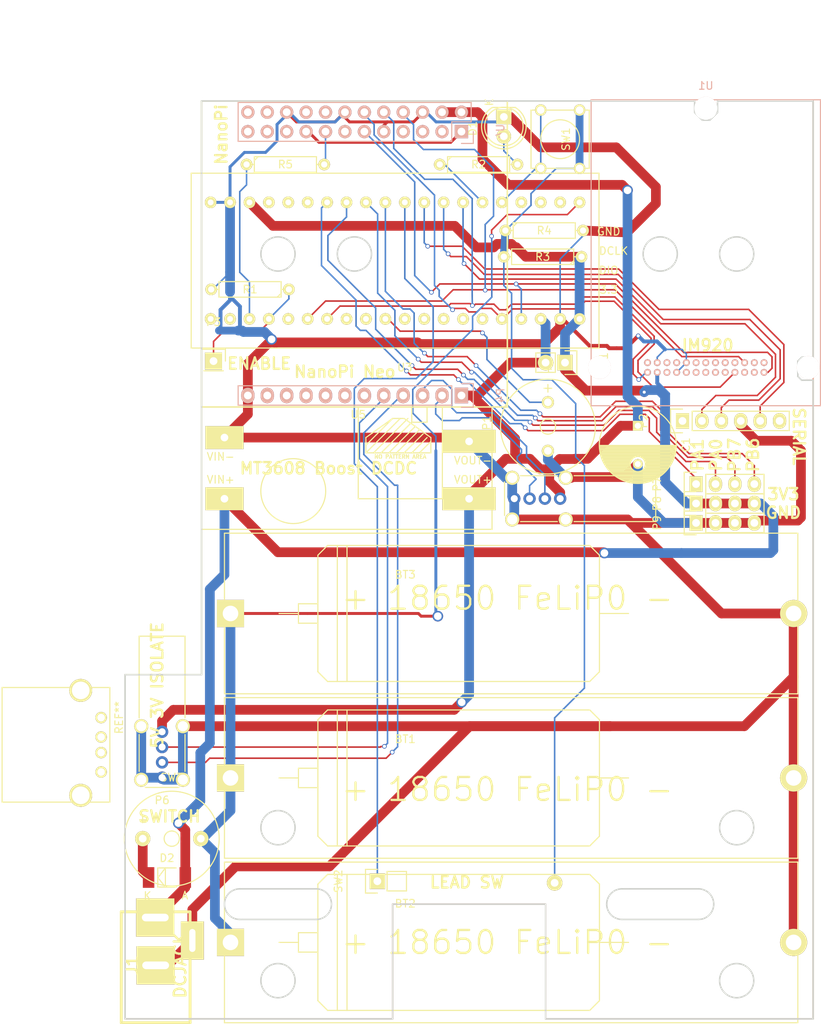
<source format=kicad_pcb>
(kicad_pcb (version 4) (host pcbnew 4.0.2+dfsg1-stable)

  (general
    (links 95)
    (no_connects 0)
    (area 90.194219 23.3948 182.320601 157.135921)
    (thickness 1.6)
    (drawings 73)
    (tracks 653)
    (zones 0)
    (modules 30)
    (nets 83)
  )

  (page A4)
  (title_block
    (date "26 jul 2013")
  )

  (layers
    (0 F.Cu signal)
    (31 B.Cu signal)
    (32 B.Adhes user)
    (33 F.Adhes user)
    (34 B.Paste user)
    (35 F.Paste user)
    (36 B.SilkS user)
    (37 F.SilkS user)
    (38 B.Mask user)
    (39 F.Mask user)
    (40 Dwgs.User user)
    (41 Cmts.User user)
    (42 Eco1.User user)
    (43 Eco2.User user)
    (44 Edge.Cuts user)
    (45 Margin user)
    (46 B.CrtYd user)
    (47 F.CrtYd user)
    (48 B.Fab user)
    (49 F.Fab user)
  )

  (setup
    (last_trace_width 0.25)
    (user_trace_width 0.2032)
    (user_trace_width 0.254)
    (user_trace_width 0.381)
    (user_trace_width 0.508)
    (user_trace_width 1.016)
    (user_trace_width 1.27)
    (user_trace_width 2.032)
    (user_trace_width 2.54)
    (user_trace_width 0.2032)
    (user_trace_width 0.254)
    (user_trace_width 0.381)
    (user_trace_width 0.508)
    (user_trace_width 1.016)
    (user_trace_width 1.27)
    (user_trace_width 2.032)
    (user_trace_width 2.54)
    (trace_clearance 0.2)
    (zone_clearance 0.508)
    (zone_45_only yes)
    (trace_min 0.1238)
    (segment_width 0.2)
    (edge_width 0.2)
    (via_size 0.6)
    (via_drill 0.4)
    (via_min_size 0.4)
    (via_min_drill 0.3)
    (user_via 1.39954 1.00076)
    (user_via 1.39954 1.00076)
    (user_via 2.54 1.27)
    (user_via 2.54 1.27)
    (user_via 2.54 1.27)
    (user_via 2.54 1.27)
    (user_via 2.79908 1.99898)
    (user_via 2.79908 1.99898)
    (user_via 1.39954 1.00076)
    (user_via 1.39954 1.00076)
    (user_via 2.54 1.27)
    (user_via 2.54 1.27)
    (user_via 2.54 1.27)
    (user_via 2.54 1.27)
    (user_via 2.79908 1.99898)
    (user_via 2.79908 1.99898)
    (uvia_size 0.3)
    (uvia_drill 0.1)
    (uvias_allowed no)
    (uvia_min_size 0)
    (uvia_min_drill 0)
    (pcb_text_width 0.3)
    (pcb_text_size 1.5 1.5)
    (mod_edge_width 0.15)
    (mod_text_size 1 1)
    (mod_text_width 0.15)
    (pad_size 5 3)
    (pad_drill 1)
    (pad_to_mask_clearance 0.2)
    (aux_axis_origin 106.0856 81.2348)
    (grid_origin 106.0856 81.2448)
    (visible_elements FFFFEFFF)
    (pcbplotparams
      (layerselection 0x010f0_80000001)
      (usegerberextensions false)
      (excludeedgelayer true)
      (linewidth 0.100000)
      (plotframeref false)
      (viasonmask false)
      (mode 1)
      (useauxorigin false)
      (hpglpennumber 1)
      (hpglpenspeed 20)
      (hpglpendiameter 15)
      (hpglpenoverlay 2)
      (psnegative false)
      (psa4output false)
      (plotreference true)
      (plotvalue true)
      (plotinvisibletext false)
      (padsonsilk false)
      (subtractmaskfromsilk false)
      (outputformat 1)
      (mirror false)
      (drillshape 0)
      (scaleselection 1)
      (outputdirectory PCBWAY20170912))
  )

  (net 0 "")
  (net 1 GND)
  (net 2 "Net-(U2-Pad3)")
  (net 3 +3V3)
  (net 4 "Net-(BT1-Pad1)")
  (net 5 "Net-(D1-Pad2)")
  (net 6 "Net-(R2-Pad1)")
  (net 7 "Net-(R3-Pad2)")
  (net 8 "Net-(SP1-Pad2)")
  (net 9 "Net-(SW1-Pad2)")
  (net 10 "Net-(U2-Pad4)")
  (net 11 "Net-(U3-Pad1)")
  (net 12 "Net-(U3-Pad2)")
  (net 13 "Net-(U3-Pad5)")
  (net 14 "Net-(U3-Pad9)")
  (net 15 "Net-(U3-Pad11)")
  (net 16 "Net-(U3-Pad12)")
  (net 17 "Net-(U3-Pad13)")
  (net 18 "Net-(U3-Pad22)")
  (net 19 "Net-(U3-Pad23)")
  (net 20 "Net-(U3-Pad24)")
  (net 21 "Net-(P2-Pad1)")
  (net 22 "Net-(P2-Pad2)")
  (net 23 "Net-(P2-Pad3)")
  (net 24 "Net-(P2-Pad5)")
  (net 25 "Net-(SW2-Pad1)")
  (net 26 "Net-(U1-Pad1)")
  (net 27 "Net-(U1-Pad2)")
  (net 28 "Net-(U1-Pad3)")
  (net 29 "Net-(U1-Pad4)")
  (net 30 "Net-(U1-Pad5)")
  (net 31 "Net-(U1-Pad6)")
  (net 32 "Net-(U1-Pad7)")
  (net 33 "Net-(U1-Pad8)")
  (net 34 "Net-(U1-Pad9)")
  (net 35 "Net-(U1-Pad10)")
  (net 36 "Net-(U1-Pad11)")
  (net 37 "Net-(U1-Pad12)")
  (net 38 "Net-(U1-Pad13)")
  (net 39 "Net-(U1-Pad14)")
  (net 40 "Net-(U1-Pad15)")
  (net 41 "Net-(U1-Pad16)")
  (net 42 "Net-(U1-Pad17)")
  (net 43 "Net-(U1-Pad20)")
  (net 44 "Net-(U1-Pad21)")
  (net 45 "Net-(U1-Pad22)")
  (net 46 "Net-(U1-Pad25)")
  (net 47 "Net-(U1-Pad26)")
  (net 48 "Net-(U3-Pad37)")
  (net 49 "Net-(U4-Pad3)")
  (net 50 "Net-(U4-Pad5)")
  (net 51 "Net-(U4-Pad7)")
  (net 52 "Net-(U4-Pad13)")
  (net 53 "Net-(U4-Pad16)")
  (net 54 "Net-(U4-Pad18)")
  (net 55 "Net-(U4-Pad19)")
  (net 56 "Net-(U4-Pad21)")
  (net 57 "Net-(U4-Pad22)")
  (net 58 "Net-(U4-Pad23)")
  (net 59 "Net-(U4-Pad24)")
  (net 60 "Net-(D2-Pad1)")
  (net 61 +BATT)
  (net 62 "Net-(P3-Pad1)")
  (net 63 +5V)
  (net 64 "Net-(P4-Pad2)")
  (net 65 "Net-(P4-Pad3)")
  (net 66 "Net-(P4-Pad4)")
  (net 67 "Net-(P4-Pad5)")
  (net 68 "Net-(P4-Pad6)")
  (net 69 "Net-(P4-Pad7)")
  (net 70 "Net-(P4-Pad8)")
  (net 71 "Net-(P4-Pad9)")
  (net 72 "Net-(P4-Pad10)")
  (net 73 "Net-(P4-Pad11)")
  (net 74 "Net-(P7-Pad1)")
  (net 75 "Net-(P7-Pad2)")
  (net 76 "Net-(P7-Pad3)")
  (net 77 "Net-(P7-Pad4)")
  (net 78 "Net-(R5-Pad1)")
  (net 79 "Net-(R5-Pad2)")
  (net 80 "Net-(U3-Pad8)")
  (net 81 "Net-(U3-Pad14)")
  (net 82 "Net-(U3-Pad15)")

  (net_class Default "これは標準のネット クラスです。"
    (clearance 0.2)
    (trace_width 0.25)
    (via_dia 0.6)
    (via_drill 0.4)
    (uvia_dia 0.3)
    (uvia_drill 0.1)
    (add_net +3V3)
    (add_net +5V)
    (add_net +BATT)
    (add_net GND)
    (add_net "Net-(BT1-Pad1)")
    (add_net "Net-(D1-Pad2)")
    (add_net "Net-(D2-Pad1)")
    (add_net "Net-(P2-Pad1)")
    (add_net "Net-(P2-Pad2)")
    (add_net "Net-(P2-Pad3)")
    (add_net "Net-(P2-Pad5)")
    (add_net "Net-(P3-Pad1)")
    (add_net "Net-(P4-Pad10)")
    (add_net "Net-(P4-Pad11)")
    (add_net "Net-(P4-Pad2)")
    (add_net "Net-(P4-Pad3)")
    (add_net "Net-(P4-Pad4)")
    (add_net "Net-(P4-Pad5)")
    (add_net "Net-(P4-Pad6)")
    (add_net "Net-(P4-Pad7)")
    (add_net "Net-(P4-Pad8)")
    (add_net "Net-(P4-Pad9)")
    (add_net "Net-(P7-Pad1)")
    (add_net "Net-(P7-Pad2)")
    (add_net "Net-(P7-Pad3)")
    (add_net "Net-(P7-Pad4)")
    (add_net "Net-(R2-Pad1)")
    (add_net "Net-(R3-Pad2)")
    (add_net "Net-(R5-Pad1)")
    (add_net "Net-(R5-Pad2)")
    (add_net "Net-(SP1-Pad2)")
    (add_net "Net-(SW1-Pad2)")
    (add_net "Net-(SW2-Pad1)")
    (add_net "Net-(U1-Pad1)")
    (add_net "Net-(U1-Pad10)")
    (add_net "Net-(U1-Pad11)")
    (add_net "Net-(U1-Pad12)")
    (add_net "Net-(U1-Pad13)")
    (add_net "Net-(U1-Pad14)")
    (add_net "Net-(U1-Pad15)")
    (add_net "Net-(U1-Pad16)")
    (add_net "Net-(U1-Pad17)")
    (add_net "Net-(U1-Pad2)")
    (add_net "Net-(U1-Pad20)")
    (add_net "Net-(U1-Pad21)")
    (add_net "Net-(U1-Pad22)")
    (add_net "Net-(U1-Pad25)")
    (add_net "Net-(U1-Pad26)")
    (add_net "Net-(U1-Pad3)")
    (add_net "Net-(U1-Pad4)")
    (add_net "Net-(U1-Pad5)")
    (add_net "Net-(U1-Pad6)")
    (add_net "Net-(U1-Pad7)")
    (add_net "Net-(U1-Pad8)")
    (add_net "Net-(U1-Pad9)")
    (add_net "Net-(U2-Pad3)")
    (add_net "Net-(U2-Pad4)")
    (add_net "Net-(U3-Pad1)")
    (add_net "Net-(U3-Pad11)")
    (add_net "Net-(U3-Pad12)")
    (add_net "Net-(U3-Pad13)")
    (add_net "Net-(U3-Pad14)")
    (add_net "Net-(U3-Pad15)")
    (add_net "Net-(U3-Pad2)")
    (add_net "Net-(U3-Pad22)")
    (add_net "Net-(U3-Pad23)")
    (add_net "Net-(U3-Pad24)")
    (add_net "Net-(U3-Pad37)")
    (add_net "Net-(U3-Pad5)")
    (add_net "Net-(U3-Pad8)")
    (add_net "Net-(U3-Pad9)")
    (add_net "Net-(U4-Pad13)")
    (add_net "Net-(U4-Pad16)")
    (add_net "Net-(U4-Pad18)")
    (add_net "Net-(U4-Pad19)")
    (add_net "Net-(U4-Pad21)")
    (add_net "Net-(U4-Pad22)")
    (add_net "Net-(U4-Pad23)")
    (add_net "Net-(U4-Pad24)")
    (add_net "Net-(U4-Pad3)")
    (add_net "Net-(U4-Pad5)")
    (add_net "Net-(U4-Pad7)")
  )

  (module library:IM920_interplan (layer B.Cu) (tedit 596DF7DA) (tstamp 596E0057)
    (at 167.0456 71.0848 180)
    (descr IM920_interplan)
    (tags IM920_interplan)
    (path /596E13FB)
    (fp_text reference U1 (at 0 36.83 180) (layer B.SilkS)
      (effects (font (size 1 1) (thickness 0.15)) (justify mirror))
    )
    (fp_text value IM920_interplan (at 0 -5.715 180) (layer B.Fab)
      (effects (font (size 1 1) (thickness 0.15)) (justify mirror))
    )
    (fp_line (start 0 -5) (end 15 -5) (layer B.SilkS) (width 0.15))
    (fp_line (start 15 -5) (end 15 35) (layer B.SilkS) (width 0.15))
    (fp_line (start 15 35) (end -15 35) (layer B.SilkS) (width 0.15))
    (fp_line (start -15 35) (end -15 -5) (layer B.SilkS) (width 0.15))
    (fp_line (start -15 -5) (end 0 -5) (layer B.SilkS) (width 0.15))
    (pad "" np_thru_hole circle (at 0 33.9 180) (size 3 3) (drill 3) (layers *.Cu *.Mask B.SilkS))
    (pad "" np_thru_hole circle (at 13.9 0 180) (size 3 3) (drill 3) (layers *.Cu *.Mask B.SilkS))
    (pad "" np_thru_hole circle (at -13.4 0 180) (size 3 3) (drill 3) (layers *.Cu *.Mask B.SilkS))
    (pad 1 thru_hole circle (at -7.62 -0.635 180) (size 0.9 0.9) (drill 0.5) (layers *.Cu *.Mask B.SilkS)
      (net 26 "Net-(U1-Pad1)"))
    (pad 2 thru_hole circle (at -7.62 0.635 180) (size 0.9 0.9) (drill 0.5) (layers *.Cu *.Mask B.SilkS)
      (net 27 "Net-(U1-Pad2)"))
    (pad 3 thru_hole circle (at -6.35 -0.635 180) (size 0.9 0.9) (drill 0.5) (layers *.Cu *.Mask B.SilkS)
      (net 28 "Net-(U1-Pad3)"))
    (pad 4 thru_hole circle (at -6.35 0.635 180) (size 0.9 0.9) (drill 0.5) (layers *.Cu *.Mask B.SilkS)
      (net 29 "Net-(U1-Pad4)"))
    (pad 5 thru_hole circle (at -5.08 -0.635 180) (size 0.9 0.9) (drill 0.5) (layers *.Cu *.Mask B.SilkS)
      (net 30 "Net-(U1-Pad5)"))
    (pad 6 thru_hole circle (at -5.08 0.635 180) (size 0.9 0.9) (drill 0.5) (layers *.Cu *.Mask B.SilkS)
      (net 31 "Net-(U1-Pad6)"))
    (pad 7 thru_hole circle (at -3.81 -0.635 180) (size 0.9 0.9) (drill 0.5) (layers *.Cu *.Mask B.SilkS)
      (net 32 "Net-(U1-Pad7)"))
    (pad 8 thru_hole circle (at -3.81 0.635 180) (size 0.9 0.9) (drill 0.5) (layers *.Cu *.Mask B.SilkS)
      (net 33 "Net-(U1-Pad8)"))
    (pad 9 thru_hole circle (at -2.54 -0.635 180) (size 0.9 0.9) (drill 0.5) (layers *.Cu *.Mask B.SilkS)
      (net 34 "Net-(U1-Pad9)"))
    (pad 10 thru_hole circle (at -2.54 0.635 180) (size 0.9 0.9) (drill 0.5) (layers *.Cu *.Mask B.SilkS)
      (net 35 "Net-(U1-Pad10)"))
    (pad 11 thru_hole circle (at -1.27 -0.635 180) (size 0.9 0.9) (drill 0.5) (layers *.Cu *.Mask B.SilkS)
      (net 36 "Net-(U1-Pad11)"))
    (pad 12 thru_hole circle (at -1.27 0.635 180) (size 0.9 0.9) (drill 0.5) (layers *.Cu *.Mask B.SilkS)
      (net 37 "Net-(U1-Pad12)"))
    (pad 13 thru_hole circle (at 0 -0.635 180) (size 0.9 0.9) (drill 0.5) (layers *.Cu *.Mask B.SilkS)
      (net 38 "Net-(U1-Pad13)"))
    (pad 14 thru_hole circle (at 0 0.635 180) (size 0.9 0.9) (drill 0.5) (layers *.Cu *.Mask B.SilkS)
      (net 39 "Net-(U1-Pad14)"))
    (pad 15 thru_hole circle (at 1.27 -0.635 180) (size 0.9 0.9) (drill 0.5) (layers *.Cu *.Mask B.SilkS)
      (net 40 "Net-(U1-Pad15)"))
    (pad 16 thru_hole circle (at 1.27 0.635 180) (size 0.9 0.9) (drill 0.5) (layers *.Cu *.Mask B.SilkS)
      (net 41 "Net-(U1-Pad16)"))
    (pad 17 thru_hole circle (at 2.54 -0.635 180) (size 0.9 0.9) (drill 0.5) (layers *.Cu *.Mask B.SilkS)
      (net 42 "Net-(U1-Pad17)"))
    (pad 18 thru_hole circle (at 2.54 0.635 180) (size 0.9 0.9) (drill 0.5) (layers *.Cu *.Mask B.SilkS)
      (net 1 GND))
    (pad 19 thru_hole circle (at 3.81 -0.635 180) (size 0.9 0.9) (drill 0.5) (layers *.Cu *.Mask B.SilkS)
      (net 1 GND))
    (pad 20 thru_hole circle (at 3.81 0.635 180) (size 0.9 0.9) (drill 0.5) (layers *.Cu *.Mask B.SilkS)
      (net 43 "Net-(U1-Pad20)"))
    (pad 21 thru_hole circle (at 5.08 -0.635 180) (size 0.9 0.9) (drill 0.5) (layers *.Cu *.Mask B.SilkS)
      (net 44 "Net-(U1-Pad21)"))
    (pad 22 thru_hole circle (at 5.08 0.635 180) (size 0.9 0.9) (drill 0.5) (layers *.Cu *.Mask B.SilkS)
      (net 45 "Net-(U1-Pad22)"))
    (pad 23 thru_hole circle (at 6.35 -0.635 180) (size 0.9 0.9) (drill 0.5) (layers *.Cu *.Mask B.SilkS)
      (net 61 +BATT))
    (pad 24 thru_hole circle (at 6.35 0.635 180) (size 0.9 0.9) (drill 0.5) (layers *.Cu *.Mask B.SilkS)
      (net 1 GND))
    (pad 25 thru_hole circle (at 7.62 -0.635 180) (size 0.9 0.9) (drill 0.5) (layers *.Cu *.Mask B.SilkS)
      (net 46 "Net-(U1-Pad25)"))
    (pad 26 thru_hole circle (at 7.62 0.635 180) (size 0.9 0.9) (drill 0.5) (layers *.Cu *.Mask B.SilkS)
      (net 47 "Net-(U1-Pad26)"))
  )

  (module library:18650BatteryCase (layer F.Cu) (tedit 59B7846B) (tstamp 59B7E331)
    (at 134.0856 124.7448)
    (descr 18650BatteryCase)
    (tags CP)
    (path /594E1AB3)
    (fp_text reference BT1 (at -6.35 -5.08) (layer F.SilkS)
      (effects (font (size 1 1) (thickness 0.15)))
    )
    (fp_text value Battery (at 0 3.81) (layer F.Fab)
      (effects (font (size 1 1) (thickness 0.15)))
    )
    (fp_line (start -30 0) (end -30 10.5) (layer F.SilkS) (width 0.15))
    (fp_line (start -30 10.5) (end 45 10.5) (layer F.SilkS) (width 0.15))
    (fp_line (start 45 10.5) (end 45 -10.5) (layer F.SilkS) (width 0.15))
    (fp_line (start 45 -10.5) (end -30 -10.5) (layer F.SilkS) (width 0.15))
    (fp_line (start -30 -10.5) (end -30 0.5) (layer F.SilkS) (width 0.15))
    (fp_line (start -17.78 -7.62) (end -16.51 -8.89) (layer F.SilkS) (width 0.15))
    (fp_line (start -16.51 -8.89) (end 17.78 -8.89) (layer F.SilkS) (width 0.15))
    (fp_line (start 17.78 -8.89) (end 19.05 -7.62) (layer F.SilkS) (width 0.15))
    (fp_line (start 19.05 -7.62) (end 19.05 7.62) (layer F.SilkS) (width 0.15))
    (fp_line (start 19.05 7.62) (end 17.78 8.89) (layer F.SilkS) (width 0.15))
    (fp_line (start 17.78 8.89) (end -16.51 8.89) (layer F.SilkS) (width 0.15))
    (fp_line (start -16.51 8.89) (end -17.78 7.62) (layer F.SilkS) (width 0.15))
    (fp_line (start -20.32 0) (end -22.86 0) (layer F.SilkS) (width 0.15))
    (fp_line (start 19.05 0) (end 22.86 0) (layer F.SilkS) (width 0.15))
    (fp_line (start -17.78 -1.27) (end -20.32 -1.27) (layer F.SilkS) (width 0.15))
    (fp_line (start -20.32 -1.27) (end -20.32 1.27) (layer F.SilkS) (width 0.15))
    (fp_line (start -20.32 1.27) (end -17.78 1.27) (layer F.SilkS) (width 0.15))
    (fp_line (start -17.78 -7.62) (end -17.78 7.62) (layer F.SilkS) (width 0.15))
    (fp_line (start -15.24 -8.89) (end -15.24 8.89) (layer F.SilkS) (width 0.15))
    (fp_line (start -13.97 -8.89) (end -13.97 8.89) (layer F.SilkS) (width 0.15))
    (pad 1 thru_hole rect (at -29.21 0) (size 3.556 3.556) (drill 2.032) (layers *.Cu *.Mask F.SilkS)
      (net 4 "Net-(BT1-Pad1)"))
    (pad 2 thru_hole circle (at 44.45 0) (size 3.556 3.556) (drill 2.032) (layers *.Cu *.Mask F.SilkS)
      (net 1 GND))
    (model Discret.3dshapes/CP18.wrl
      (at (xyz 0 0 0))
      (scale (xyz 1.8 1.8 1.8))
      (rotate (xyz 0 0 0))
    )
  )

  (module LEDs:LED-5MM (layer F.Cu) (tedit 5570F7EA) (tstamp 596DFFEC)
    (at 140.6296 38.3188 270)
    (descr "LED 5mm round vertical")
    (tags "LED 5mm round vertical")
    (path /594E276A)
    (fp_text reference D1 (at 1.524 4.064 270) (layer F.SilkS)
      (effects (font (size 1 1) (thickness 0.15)))
    )
    (fp_text value LED (at 1.524 -3.937 270) (layer F.Fab)
      (effects (font (size 1 1) (thickness 0.15)))
    )
    (fp_line (start -1.5 -1.55) (end -1.5 1.55) (layer F.CrtYd) (width 0.05))
    (fp_arc (start 1.3 0) (end -1.5 1.55) (angle -302) (layer F.CrtYd) (width 0.05))
    (fp_arc (start 1.27 0) (end -1.23 -1.5) (angle 297.5) (layer F.SilkS) (width 0.15))
    (fp_line (start -1.23 1.5) (end -1.23 -1.5) (layer F.SilkS) (width 0.15))
    (fp_circle (center 1.27 0) (end 0.97 -2.5) (layer F.SilkS) (width 0.15))
    (fp_text user K (at -1.905 1.905 270) (layer F.SilkS)
      (effects (font (size 1 1) (thickness 0.15)))
    )
    (pad 1 thru_hole rect (at 0 0) (size 2 1.9) (drill 1.00076) (layers *.Cu *.Mask F.SilkS)
      (net 1 GND))
    (pad 2 thru_hole circle (at 2.54 0 270) (size 1.9 1.9) (drill 1.00076) (layers *.Cu *.Mask F.SilkS)
      (net 5 "Net-(D1-Pad2)"))
    (model LEDs.3dshapes/LED-5MM.wrl
      (at (xyz 0.05 0 0))
      (scale (xyz 1 1 1))
      (rotate (xyz 0 0 90))
    )
  )

  (module Diodes_SMD:MELF_Standard (layer F.Cu) (tedit 552FE7DB) (tstamp 596DFFF2)
    (at 96.5606 137.7598)
    (descr "Diode, MELF, Standard,")
    (tags "Diode MELF Standard ")
    (path /594E222D)
    (attr smd)
    (fp_text reference D2 (at 0 -2.54) (layer F.SilkS)
      (effects (font (size 1 1) (thickness 0.15)))
    )
    (fp_text value DIODESCH (at 0 3.81) (layer F.Fab)
      (effects (font (size 1 1) (thickness 0.15)))
    )
    (fp_line (start -3.4 -1.6) (end 3.4 -1.6) (layer F.CrtYd) (width 0.05))
    (fp_line (start 3.4 -1.6) (end 3.4 1.6) (layer F.CrtYd) (width 0.05))
    (fp_line (start 3.4 1.6) (end -3.4 1.6) (layer F.CrtYd) (width 0.05))
    (fp_line (start -3.4 1.6) (end -3.4 -1.6) (layer F.CrtYd) (width 0.05))
    (fp_line (start -1.15062 0) (end -0.20066 -1.24968) (layer F.SilkS) (width 0.15))
    (fp_line (start -0.20066 -1.24968) (end -0.20066 1.24968) (layer F.SilkS) (width 0.15))
    (fp_line (start -0.20066 1.24968) (end -1.19888 0) (layer F.SilkS) (width 0.15))
    (fp_line (start -1.19888 -1.24968) (end -1.19888 1.24968) (layer F.SilkS) (width 0.15))
    (fp_text user K (at -2.55 2.4) (layer F.SilkS)
      (effects (font (size 1 1) (thickness 0.15)))
    )
    (fp_text user A (at 2.35 2.35) (layer F.SilkS)
      (effects (font (size 1 1) (thickness 0.15)))
    )
    (fp_circle (center 0 0) (end -0.8001 0.29972) (layer F.Adhes) (width 0.381))
    (fp_circle (center 0 0) (end 0 0.55118) (layer F.Adhes) (width 0.381))
    (fp_circle (center 0 0) (end 0 0.20066) (layer F.Adhes) (width 0.381))
    (fp_line (start 1.09982 -1.24968) (end 1.19888 -1.24968) (layer F.SilkS) (width 0.15))
    (fp_line (start 1.09982 1.24968) (end 1.19888 1.24968) (layer F.SilkS) (width 0.15))
    (fp_line (start -1.19888 -1.24968) (end 1.15062 -1.24968) (layer F.SilkS) (width 0.15))
    (fp_line (start -1.19888 1.24968) (end 1.04902 1.24968) (layer F.SilkS) (width 0.15))
    (pad 1 smd rect (at -2.4003 0) (size 1.50114 2.70002) (layers F.Cu F.Paste F.Mask)
      (net 60 "Net-(D2-Pad1)"))
    (pad 2 smd rect (at 2.4003 0) (size 1.50114 2.70002) (layers F.Cu F.Paste F.Mask)
      (net 61 +BATT))
    (model Diodes_SMD.3dshapes/MELF_Standard.wrl
      (at (xyz 0 0 0))
      (scale (xyz 0.3937 0.3937 0.3937))
      (rotate (xyz 0 0 180))
    )
  )

  (module Pin_Headers:Pin_Header_Straight_1x06 (layer F.Cu) (tedit 0) (tstamp 596E0006)
    (at 163.9976 78.0698 90)
    (descr "Through hole pin header")
    (tags "pin header")
    (path /596E28EC)
    (fp_text reference P2 (at 0 -5.1 90) (layer F.SilkS)
      (effects (font (size 1 1) (thickness 0.15)))
    )
    (fp_text value GPS (at 0 -3.1 90) (layer F.Fab)
      (effects (font (size 1 1) (thickness 0.15)))
    )
    (fp_line (start -1.75 -1.75) (end -1.75 14.45) (layer F.CrtYd) (width 0.05))
    (fp_line (start 1.75 -1.75) (end 1.75 14.45) (layer F.CrtYd) (width 0.05))
    (fp_line (start -1.75 -1.75) (end 1.75 -1.75) (layer F.CrtYd) (width 0.05))
    (fp_line (start -1.75 14.45) (end 1.75 14.45) (layer F.CrtYd) (width 0.05))
    (fp_line (start 1.27 1.27) (end 1.27 13.97) (layer F.SilkS) (width 0.15))
    (fp_line (start 1.27 13.97) (end -1.27 13.97) (layer F.SilkS) (width 0.15))
    (fp_line (start -1.27 13.97) (end -1.27 1.27) (layer F.SilkS) (width 0.15))
    (fp_line (start 1.55 -1.55) (end 1.55 0) (layer F.SilkS) (width 0.15))
    (fp_line (start 1.27 1.27) (end -1.27 1.27) (layer F.SilkS) (width 0.15))
    (fp_line (start -1.55 0) (end -1.55 -1.55) (layer F.SilkS) (width 0.15))
    (fp_line (start -1.55 -1.55) (end 1.55 -1.55) (layer F.SilkS) (width 0.15))
    (pad 1 thru_hole rect (at 0 0 90) (size 2.032 1.7272) (drill 1.016) (layers *.Cu *.Mask F.SilkS)
      (net 21 "Net-(P2-Pad1)"))
    (pad 2 thru_hole oval (at 0 2.54 90) (size 2.032 1.7272) (drill 1.016) (layers *.Cu *.Mask F.SilkS)
      (net 22 "Net-(P2-Pad2)"))
    (pad 3 thru_hole oval (at 0 5.08 90) (size 2.032 1.7272) (drill 1.016) (layers *.Cu *.Mask F.SilkS)
      (net 23 "Net-(P2-Pad3)"))
    (pad 4 thru_hole oval (at 0 7.62 90) (size 2.032 1.7272) (drill 1.016) (layers *.Cu *.Mask F.SilkS)
      (net 1 GND))
    (pad 5 thru_hole oval (at 0 10.16 90) (size 2.032 1.7272) (drill 1.016) (layers *.Cu *.Mask F.SilkS)
      (net 24 "Net-(P2-Pad5)"))
    (pad 6 thru_hole oval (at 0 12.7 90) (size 2.032 1.7272) (drill 1.016) (layers *.Cu *.Mask F.SilkS))
    (model Pin_Headers.3dshapes/Pin_Header_Straight_1x06.wrl
      (at (xyz 0 -0.25 0))
      (scale (xyz 1 1 1))
      (rotate (xyz 0 0 90))
    )
  )

  (module Discret:R4 (layer F.Cu) (tedit 0) (tstamp 596E000C)
    (at 137.3276 44.5418)
    (descr "Resitance 4 pas")
    (tags R)
    (path /594E26EA)
    (fp_text reference R2 (at 0 0) (layer F.SilkS)
      (effects (font (size 1 1) (thickness 0.15)))
    )
    (fp_text value 180Ω (at 0 0) (layer F.Fab)
      (effects (font (size 1 1) (thickness 0.15)))
    )
    (fp_line (start -5.08 0) (end -4.064 0) (layer F.SilkS) (width 0.15))
    (fp_line (start -4.064 0) (end -4.064 -1.016) (layer F.SilkS) (width 0.15))
    (fp_line (start -4.064 -1.016) (end 4.064 -1.016) (layer F.SilkS) (width 0.15))
    (fp_line (start 4.064 -1.016) (end 4.064 1.016) (layer F.SilkS) (width 0.15))
    (fp_line (start 4.064 1.016) (end -4.064 1.016) (layer F.SilkS) (width 0.15))
    (fp_line (start -4.064 1.016) (end -4.064 0) (layer F.SilkS) (width 0.15))
    (fp_line (start -4.064 -0.508) (end -3.556 -1.016) (layer F.SilkS) (width 0.15))
    (fp_line (start 5.08 0) (end 4.064 0) (layer F.SilkS) (width 0.15))
    (pad 1 thru_hole circle (at -5.08 0) (size 1.524 1.524) (drill 0.8128) (layers *.Cu *.Mask F.SilkS)
      (net 6 "Net-(R2-Pad1)"))
    (pad 2 thru_hole circle (at 5.08 0) (size 1.524 1.524) (drill 0.8128) (layers *.Cu *.Mask F.SilkS)
      (net 5 "Net-(D1-Pad2)"))
    (model Discret.3dshapes/R4.wrl
      (at (xyz 0 0 0))
      (scale (xyz 0.4 0.4 0.4))
      (rotate (xyz 0 0 0))
    )
  )

  (module Discret:R4 (layer F.Cu) (tedit 0) (tstamp 596E0012)
    (at 145.7096 56.6068 180)
    (descr "Resitance 4 pas")
    (tags R)
    (path /594E35BC)
    (fp_text reference R3 (at 0 0 180) (layer F.SilkS)
      (effects (font (size 1 1) (thickness 0.15)))
    )
    (fp_text value 2.7kΩ (at 0 0 180) (layer F.Fab)
      (effects (font (size 1 1) (thickness 0.15)))
    )
    (fp_line (start -5.08 0) (end -4.064 0) (layer F.SilkS) (width 0.15))
    (fp_line (start -4.064 0) (end -4.064 -1.016) (layer F.SilkS) (width 0.15))
    (fp_line (start -4.064 -1.016) (end 4.064 -1.016) (layer F.SilkS) (width 0.15))
    (fp_line (start 4.064 -1.016) (end 4.064 1.016) (layer F.SilkS) (width 0.15))
    (fp_line (start 4.064 1.016) (end -4.064 1.016) (layer F.SilkS) (width 0.15))
    (fp_line (start -4.064 1.016) (end -4.064 0) (layer F.SilkS) (width 0.15))
    (fp_line (start -4.064 -0.508) (end -3.556 -1.016) (layer F.SilkS) (width 0.15))
    (fp_line (start 5.08 0) (end 4.064 0) (layer F.SilkS) (width 0.15))
    (pad 1 thru_hole circle (at -5.08 0 180) (size 1.524 1.524) (drill 0.8128) (layers *.Cu *.Mask F.SilkS)
      (net 61 +BATT))
    (pad 2 thru_hole circle (at 5.08 0 180) (size 1.524 1.524) (drill 0.8128) (layers *.Cu *.Mask F.SilkS)
      (net 7 "Net-(R3-Pad2)"))
    (model Discret.3dshapes/R4.wrl
      (at (xyz 0 0 0))
      (scale (xyz 0.4 0.4 0.4))
      (rotate (xyz 0 0 0))
    )
  )

  (module Discret:R4 (layer F.Cu) (tedit 0) (tstamp 596E0018)
    (at 145.9128 53.1778)
    (descr "Resitance 4 pas")
    (tags R)
    (path /594E2E7A)
    (fp_text reference R4 (at 0 0) (layer F.SilkS)
      (effects (font (size 1 1) (thickness 0.15)))
    )
    (fp_text value OPEN (at 0 0) (layer F.Fab)
      (effects (font (size 1 1) (thickness 0.15)))
    )
    (fp_line (start -5.08 0) (end -4.064 0) (layer F.SilkS) (width 0.15))
    (fp_line (start -4.064 0) (end -4.064 -1.016) (layer F.SilkS) (width 0.15))
    (fp_line (start -4.064 -1.016) (end 4.064 -1.016) (layer F.SilkS) (width 0.15))
    (fp_line (start 4.064 -1.016) (end 4.064 1.016) (layer F.SilkS) (width 0.15))
    (fp_line (start 4.064 1.016) (end -4.064 1.016) (layer F.SilkS) (width 0.15))
    (fp_line (start -4.064 1.016) (end -4.064 0) (layer F.SilkS) (width 0.15))
    (fp_line (start -4.064 -0.508) (end -3.556 -1.016) (layer F.SilkS) (width 0.15))
    (fp_line (start 5.08 0) (end 4.064 0) (layer F.SilkS) (width 0.15))
    (pad 1 thru_hole circle (at -5.08 0) (size 1.524 1.524) (drill 0.8128) (layers *.Cu *.Mask F.SilkS)
      (net 7 "Net-(R3-Pad2)"))
    (pad 2 thru_hole circle (at 5.08 0) (size 1.524 1.524) (drill 0.8128) (layers *.Cu *.Mask F.SilkS)
      (net 1 GND))
    (model Discret.3dshapes/R4.wrl
      (at (xyz 0 0 0))
      (scale (xyz 0.4 0.4 0.4))
      (rotate (xyz 0 0 0))
    )
  )

  (module library:SW_PUSH_SMALL_1mmHOLE (layer F.Cu) (tedit 594E3162) (tstamp 596E002B)
    (at 147.9956 41.2398 270)
    (path /594E27CB)
    (fp_text reference SW1 (at 0 -0.762 270) (layer F.SilkS)
      (effects (font (size 1 1) (thickness 0.15)))
    )
    (fp_text value A (at 0 1.016 270) (layer F.Fab)
      (effects (font (size 1 1) (thickness 0.15)))
    )
    (fp_circle (center 0 0) (end 0 -2.54) (layer F.SilkS) (width 0.15))
    (fp_line (start -3.81 -3.81) (end 3.81 -3.81) (layer F.SilkS) (width 0.15))
    (fp_line (start 3.81 -3.81) (end 3.81 3.81) (layer F.SilkS) (width 0.15))
    (fp_line (start 3.81 3.81) (end -3.81 3.81) (layer F.SilkS) (width 0.15))
    (fp_line (start -3.81 -3.81) (end -3.81 3.81) (layer F.SilkS) (width 0.15))
    (pad 1 thru_hole circle (at 3.81 -2.54 270) (size 1.5 1.5) (drill 1) (layers *.Cu *.Mask F.SilkS)
      (net 7 "Net-(R3-Pad2)"))
    (pad 2 thru_hole circle (at 3.81 2.54 270) (size 1.5 1.5) (drill 1) (layers *.Cu *.Mask F.SilkS)
      (net 9 "Net-(SW1-Pad2)"))
    (pad 1 thru_hole circle (at -3.81 -2.54 270) (size 1.5 1.5) (drill 1) (layers *.Cu *.Mask F.SilkS)
      (net 7 "Net-(R3-Pad2)"))
    (pad 2 thru_hole circle (at -3.81 2.54 270) (size 1.5 1.5) (drill 1) (layers *.Cu *.Mask F.SilkS)
      (net 9 "Net-(SW1-Pad2)"))
  )

  (module Pin_Headers:Pin_Header_Straight_1x02 (layer F.Cu) (tedit 596DFF48) (tstamp 596E0031)
    (at 124.0856 138.2448 90)
    (descr "Through hole pin header")
    (tags "pin header")
    (path /596DF287)
    (fp_text reference SW2 (at 0 -5.1 90) (layer F.SilkS)
      (effects (font (size 1 1) (thickness 0.15)))
    )
    (fp_text value LEADSW (at 0 -3.1 90) (layer F.Fab)
      (effects (font (size 1 1) (thickness 0.15)))
    )
    (fp_line (start 1.27 1.27) (end 1.27 3.81) (layer F.SilkS) (width 0.15))
    (fp_line (start 1.55 -1.55) (end 1.55 0) (layer F.SilkS) (width 0.15))
    (fp_line (start -1.75 -1.75) (end -1.75 4.3) (layer F.CrtYd) (width 0.05))
    (fp_line (start 1.75 -1.75) (end 1.75 4.3) (layer F.CrtYd) (width 0.05))
    (fp_line (start -1.75 -1.75) (end 1.75 -1.75) (layer F.CrtYd) (width 0.05))
    (fp_line (start -1.75 4.3) (end 1.75 4.3) (layer F.CrtYd) (width 0.05))
    (fp_line (start 1.27 1.27) (end -1.27 1.27) (layer F.SilkS) (width 0.15))
    (fp_line (start -1.55 0) (end -1.55 -1.55) (layer F.SilkS) (width 0.15))
    (fp_line (start -1.55 -1.55) (end 1.55 -1.55) (layer F.SilkS) (width 0.15))
    (fp_line (start -1.27 1.27) (end -1.27 3.81) (layer F.SilkS) (width 0.15))
    (fp_line (start -1.27 3.81) (end 1.27 3.81) (layer F.SilkS) (width 0.15))
    (pad 1 thru_hole rect (at 0 0 90) (size 2.032 2.032) (drill 1.016) (layers *.Cu *.Mask F.SilkS)
      (net 25 "Net-(SW2-Pad1)"))
    (pad 2 thru_hole oval (at -0.216 23.188 90) (size 2.032 2.032) (drill 1.016) (layers *.Cu *.Mask F.SilkS)
      (net 7 "Net-(R3-Pad2)"))
    (model Pin_Headers.3dshapes/Pin_Header_Straight_1x02.wrl
      (at (xyz 0 -0.05 0))
      (scale (xyz 1 1 1))
      (rotate (xyz 0 0 90))
    )
  )

  (module library:STM32F103C8T6MinimumDevelopBoard (layer F.Cu) (tedit 594E24AF) (tstamp 596E00A7)
    (at 99.7356 68.5448)
    (path /596E06A2)
    (fp_text reference U3 (at 27.94 2.54) (layer F.SilkS)
      (effects (font (size 1 1) (thickness 0.15)))
    )
    (fp_text value STM32F103C8T6MinimumDevelopBoard (at 27.94 -25.4) (layer F.Fab)
      (effects (font (size 1 1) (thickness 0.15)))
    )
    (fp_text user 3.3 (at 54.61 -7.62) (layer F.SilkS)
      (effects (font (size 1 1) (thickness 0.15)))
    )
    (fp_text user DIO (at 54.61 -10.16) (layer F.SilkS)
      (effects (font (size 1 1) (thickness 0.15)))
    )
    (fp_text user DCLK (at 55.245 -12.7) (layer F.SilkS)
      (effects (font (size 1 1) (thickness 0.15)))
    )
    (fp_text user GND (at 54.61 -15.24) (layer F.SilkS)
      (effects (font (size 1 1) (thickness 0.15)))
    )
    (fp_line (start 0 0) (end 0 -22.86) (layer F.SilkS) (width 0.15))
    (fp_line (start 0 -22.86) (end 53.34 -22.86) (layer F.SilkS) (width 0.15))
    (fp_line (start 53.34 -22.86) (end 53.34 0) (layer F.SilkS) (width 0.15))
    (fp_line (start 53.34 0) (end 0 0) (layer F.SilkS) (width 0.15))
    (pad 1 thru_hole circle (at 2.54 -3.81) (size 1.524 1.524) (drill 0.762) (layers *.Cu *.Mask F.SilkS)
      (net 11 "Net-(U3-Pad1)"))
    (pad 2 thru_hole circle (at 5.08 -3.81) (size 1.524 1.524) (drill 0.762) (layers *.Cu *.Mask F.SilkS)
      (net 12 "Net-(U3-Pad2)"))
    (pad 3 thru_hole circle (at 7.62 -3.81) (size 1.524 1.524) (drill 0.762) (layers *.Cu *.Mask F.SilkS)
      (net 78 "Net-(R5-Pad1)"))
    (pad 4 thru_hole circle (at 10.16 -3.81) (size 1.524 1.524) (drill 0.762) (layers *.Cu *.Mask F.SilkS)
      (net 62 "Net-(P3-Pad1)"))
    (pad 5 thru_hole circle (at 12.7 -3.81) (size 1.524 1.524) (drill 0.762) (layers *.Cu *.Mask F.SilkS)
      (net 13 "Net-(U3-Pad5)"))
    (pad 6 thru_hole circle (at 15.24 -3.81) (size 1.524 1.524) (drill 0.762) (layers *.Cu *.Mask F.SilkS)
      (net 31 "Net-(U1-Pad6)"))
    (pad 7 thru_hole circle (at 17.78 -3.81) (size 1.524 1.524) (drill 0.762) (layers *.Cu *.Mask F.SilkS)
      (net 32 "Net-(U1-Pad7)"))
    (pad 8 thru_hole circle (at 20.32 -3.81) (size 1.524 1.524) (drill 0.762) (layers *.Cu *.Mask F.SilkS)
      (net 80 "Net-(U3-Pad8)"))
    (pad 9 thru_hole circle (at 22.86 -3.81) (size 1.524 1.524) (drill 0.762) (layers *.Cu *.Mask F.SilkS)
      (net 14 "Net-(U3-Pad9)"))
    (pad 10 thru_hole circle (at 25.4 -3.81) (size 1.524 1.524) (drill 0.762) (layers *.Cu *.Mask F.SilkS)
      (net 8 "Net-(SP1-Pad2)"))
    (pad 11 thru_hole circle (at 27.94 -3.81) (size 1.524 1.524) (drill 0.762) (layers *.Cu *.Mask F.SilkS)
      (net 15 "Net-(U3-Pad11)"))
    (pad 12 thru_hole circle (at 30.48 -3.81) (size 1.524 1.524) (drill 0.762) (layers *.Cu *.Mask F.SilkS)
      (net 16 "Net-(U3-Pad12)"))
    (pad 13 thru_hole circle (at 33.02 -3.81) (size 1.524 1.524) (drill 0.762) (layers *.Cu *.Mask F.SilkS)
      (net 17 "Net-(U3-Pad13)"))
    (pad 14 thru_hole circle (at 35.56 -3.81) (size 1.524 1.524) (drill 0.762) (layers *.Cu *.Mask F.SilkS)
      (net 81 "Net-(U3-Pad14)"))
    (pad 15 thru_hole circle (at 38.1 -3.81) (size 1.524 1.524) (drill 0.762) (layers *.Cu *.Mask F.SilkS)
      (net 82 "Net-(U3-Pad15)"))
    (pad 16 thru_hole circle (at 40.64 -3.81) (size 1.524 1.524) (drill 0.762) (layers *.Cu *.Mask F.SilkS)
      (net 46 "Net-(U1-Pad25)"))
    (pad 17 thru_hole circle (at 43.18 -3.81) (size 1.524 1.524) (drill 0.762) (layers *.Cu *.Mask F.SilkS)
      (net 26 "Net-(U1-Pad1)"))
    (pad 18 thru_hole circle (at 45.72 -3.81) (size 1.524 1.524) (drill 0.762) (layers *.Cu *.Mask F.SilkS)
      (net 63 +5V))
    (pad 19 thru_hole circle (at 48.26 -3.81) (size 1.524 1.524) (drill 0.762) (layers *.Cu *.Mask F.SilkS)
      (net 1 GND))
    (pad 20 thru_hole circle (at 50.8 -3.81) (size 1.524 1.524) (drill 0.762) (layers *.Cu *.Mask F.SilkS)
      (net 61 +BATT))
    (pad 21 thru_hole circle (at 50.8 -19.05) (size 1.524 1.524) (drill 0.762) (layers *.Cu *.Mask F.SilkS)
      (net 4 "Net-(BT1-Pad1)"))
    (pad 22 thru_hole circle (at 48.26 -19.05) (size 1.524 1.524) (drill 0.762) (layers *.Cu *.Mask F.SilkS)
      (net 18 "Net-(U3-Pad22)"))
    (pad 23 thru_hole circle (at 45.72 -19.05) (size 1.524 1.524) (drill 0.762) (layers *.Cu *.Mask F.SilkS)
      (net 19 "Net-(U3-Pad23)"))
    (pad 24 thru_hole circle (at 43.18 -19.05) (size 1.524 1.524) (drill 0.762) (layers *.Cu *.Mask F.SilkS)
      (net 20 "Net-(U3-Pad24)"))
    (pad 25 thru_hole circle (at 40.64 -19.05) (size 1.524 1.524) (drill 0.762) (layers *.Cu *.Mask F.SilkS)
      (net 9 "Net-(SW1-Pad2)"))
    (pad 26 thru_hole circle (at 38.1 -19.05) (size 1.524 1.524) (drill 0.762) (layers *.Cu *.Mask F.SilkS)
      (net 6 "Net-(R2-Pad1)"))
    (pad 27 thru_hole circle (at 35.56 -19.05) (size 1.524 1.524) (drill 0.762) (layers *.Cu *.Mask F.SilkS)
      (net 22 "Net-(P2-Pad2)"))
    (pad 28 thru_hole circle (at 33.02 -19.05) (size 1.524 1.524) (drill 0.762) (layers *.Cu *.Mask F.SilkS)
      (net 23 "Net-(P2-Pad3)"))
    (pad 29 thru_hole circle (at 30.48 -19.05) (size 1.524 1.524) (drill 0.762) (layers *.Cu *.Mask F.SilkS)
      (net 24 "Net-(P2-Pad5)"))
    (pad 30 thru_hole circle (at 27.94 -19.05) (size 1.524 1.524) (drill 0.762) (layers *.Cu *.Mask F.SilkS)
      (net 25 "Net-(SW2-Pad1)"))
    (pad 31 thru_hole circle (at 25.4 -19.05) (size 1.524 1.524) (drill 0.762) (layers *.Cu *.Mask F.SilkS)
      (net 77 "Net-(P7-Pad4)"))
    (pad 32 thru_hole circle (at 22.86 -19.05) (size 1.524 1.524) (drill 0.762) (layers *.Cu *.Mask F.SilkS)
      (net 76 "Net-(P7-Pad3)"))
    (pad 33 thru_hole circle (at 20.32 -19.05) (size 1.524 1.524) (drill 0.762) (layers *.Cu *.Mask F.SilkS)
      (net 75 "Net-(P7-Pad2)"))
    (pad 34 thru_hole circle (at 17.78 -19.05) (size 1.524 1.524) (drill 0.762) (layers *.Cu *.Mask F.SilkS)
      (net 74 "Net-(P7-Pad1)"))
    (pad 35 thru_hole circle (at 15.24 -19.05) (size 1.524 1.524) (drill 0.762) (layers *.Cu *.Mask F.SilkS)
      (net 2 "Net-(U2-Pad3)"))
    (pad 36 thru_hole circle (at 12.7 -19.05) (size 1.524 1.524) (drill 0.762) (layers *.Cu *.Mask F.SilkS)
      (net 10 "Net-(U2-Pad4)"))
    (pad 37 thru_hole circle (at 10.16 -19.05) (size 1.524 1.524) (drill 0.762) (layers *.Cu *.Mask F.SilkS)
      (net 48 "Net-(U3-Pad37)"))
    (pad 38 thru_hole circle (at 7.62 -19.05) (size 1.524 1.524) (drill 0.762) (layers *.Cu *.Mask F.SilkS)
      (net 61 +BATT))
    (pad 39 thru_hole circle (at 5.08 -19.05) (size 1.524 1.524) (drill 0.762) (layers *.Cu *.Mask F.SilkS)
      (net 1 GND))
    (pad 40 thru_hole circle (at 2.54 -19.05) (size 1.524 1.524) (drill 0.762) (layers *.Cu *.Mask F.SilkS)
      (net 1 GND))
  )

  (module Pin_Headers:Pin_Header_Straight_1x02 (layer F.Cu) (tedit 54EA090C) (tstamp 596EB436)
    (at 148.6306 70.4498 270)
    (descr "Through hole pin header")
    (tags "pin header")
    (path /596EB0B6)
    (fp_text reference JP1 (at 0 -5.1 270) (layer F.SilkS)
      (effects (font (size 1 1) (thickness 0.15)))
    )
    (fp_text value JUMPER (at 0 -3.1 270) (layer F.Fab)
      (effects (font (size 1 1) (thickness 0.15)))
    )
    (fp_line (start 1.27 1.27) (end 1.27 3.81) (layer F.SilkS) (width 0.15))
    (fp_line (start 1.55 -1.55) (end 1.55 0) (layer F.SilkS) (width 0.15))
    (fp_line (start -1.75 -1.75) (end -1.75 4.3) (layer F.CrtYd) (width 0.05))
    (fp_line (start 1.75 -1.75) (end 1.75 4.3) (layer F.CrtYd) (width 0.05))
    (fp_line (start -1.75 -1.75) (end 1.75 -1.75) (layer F.CrtYd) (width 0.05))
    (fp_line (start -1.75 4.3) (end 1.75 4.3) (layer F.CrtYd) (width 0.05))
    (fp_line (start 1.27 1.27) (end -1.27 1.27) (layer F.SilkS) (width 0.15))
    (fp_line (start -1.55 0) (end -1.55 -1.55) (layer F.SilkS) (width 0.15))
    (fp_line (start -1.55 -1.55) (end 1.55 -1.55) (layer F.SilkS) (width 0.15))
    (fp_line (start -1.27 1.27) (end -1.27 3.81) (layer F.SilkS) (width 0.15))
    (fp_line (start -1.27 3.81) (end 1.27 3.81) (layer F.SilkS) (width 0.15))
    (pad 1 thru_hole rect (at 0 0 270) (size 2.032 2.032) (drill 1.016) (layers *.Cu *.Mask F.SilkS)
      (net 61 +BATT))
    (pad 2 thru_hole oval (at 0 2.54 270) (size 2.032 2.032) (drill 1.016) (layers *.Cu *.Mask F.SilkS)
      (net 63 +5V))
    (model Pin_Headers.3dshapes/Pin_Header_Straight_1x02.wrl
      (at (xyz 0 -0.05 0))
      (scale (xyz 1 1 1))
      (rotate (xyz 0 0 90))
    )
  )

  (module Pin_Headers:Pin_Header_Straight_2x12 (layer B.Cu) (tedit 0) (tstamp 596EB464)
    (at 135.0856 40.2448 90)
    (descr "Through hole pin header")
    (tags "pin header")
    (path /596EB18A)
    (fp_text reference U4 (at 0 5.1 90) (layer B.SilkS)
      (effects (font (size 1 1) (thickness 0.15)) (justify mirror))
    )
    (fp_text value RASPBERRYPI_GPIO_40 (at 0 3.1 90) (layer B.Fab)
      (effects (font (size 1 1) (thickness 0.15)) (justify mirror))
    )
    (fp_line (start -1.75 1.75) (end -1.75 -29.7) (layer B.CrtYd) (width 0.05))
    (fp_line (start 4.3 1.75) (end 4.3 -29.7) (layer B.CrtYd) (width 0.05))
    (fp_line (start -1.75 1.75) (end 4.3 1.75) (layer B.CrtYd) (width 0.05))
    (fp_line (start -1.75 -29.7) (end 4.3 -29.7) (layer B.CrtYd) (width 0.05))
    (fp_line (start 3.81 -29.21) (end 3.81 1.27) (layer B.SilkS) (width 0.15))
    (fp_line (start -1.27 -1.27) (end -1.27 -29.21) (layer B.SilkS) (width 0.15))
    (fp_line (start 3.81 -29.21) (end -1.27 -29.21) (layer B.SilkS) (width 0.15))
    (fp_line (start 3.81 1.27) (end 1.27 1.27) (layer B.SilkS) (width 0.15))
    (fp_line (start 0 1.55) (end -1.55 1.55) (layer B.SilkS) (width 0.15))
    (fp_line (start 1.27 1.27) (end 1.27 -1.27) (layer B.SilkS) (width 0.15))
    (fp_line (start 1.27 -1.27) (end -1.27 -1.27) (layer B.SilkS) (width 0.15))
    (fp_line (start -1.55 1.55) (end -1.55 0) (layer B.SilkS) (width 0.15))
    (pad 1 thru_hole rect (at 0 0 90) (size 1.7272 1.7272) (drill 1.016) (layers *.Cu *.Mask B.SilkS)
      (net 3 +3V3))
    (pad 2 thru_hole oval (at 2.54 0 90) (size 1.7272 1.7272) (drill 1.016) (layers *.Cu *.Mask B.SilkS)
      (net 63 +5V))
    (pad 3 thru_hole oval (at 0 -2.54 90) (size 1.7272 1.7272) (drill 1.016) (layers *.Cu *.Mask B.SilkS)
      (net 49 "Net-(U4-Pad3)"))
    (pad 4 thru_hole oval (at 2.54 -2.54 90) (size 1.7272 1.7272) (drill 1.016) (layers *.Cu *.Mask B.SilkS)
      (net 63 +5V))
    (pad 5 thru_hole oval (at 0 -5.08 90) (size 1.7272 1.7272) (drill 1.016) (layers *.Cu *.Mask B.SilkS)
      (net 50 "Net-(U4-Pad5)"))
    (pad 6 thru_hole oval (at 2.54 -5.08 90) (size 1.7272 1.7272) (drill 1.016) (layers *.Cu *.Mask B.SilkS)
      (net 1 GND))
    (pad 7 thru_hole oval (at 0 -7.62 90) (size 1.7272 1.7272) (drill 1.016) (layers *.Cu *.Mask B.SilkS)
      (net 51 "Net-(U4-Pad7)"))
    (pad 8 thru_hole oval (at 2.54 -7.62 90) (size 1.7272 1.7272) (drill 1.016) (layers *.Cu *.Mask B.SilkS)
      (net 31 "Net-(U1-Pad6)"))
    (pad 9 thru_hole oval (at 0 -10.16 90) (size 1.7272 1.7272) (drill 1.016) (layers *.Cu *.Mask B.SilkS)
      (net 1 GND))
    (pad 10 thru_hole oval (at 2.54 -10.16 90) (size 1.7272 1.7272) (drill 1.016) (layers *.Cu *.Mask B.SilkS)
      (net 32 "Net-(U1-Pad7)"))
    (pad 11 thru_hole oval (at 0 -12.7 90) (size 1.7272 1.7272) (drill 1.016) (layers *.Cu *.Mask B.SilkS)
      (net 26 "Net-(U1-Pad1)"))
    (pad 12 thru_hole oval (at 2.54 -12.7 90) (size 1.7272 1.7272) (drill 1.016) (layers *.Cu *.Mask B.SilkS)
      (net 46 "Net-(U1-Pad25)"))
    (pad 13 thru_hole oval (at 0 -15.24 90) (size 1.7272 1.7272) (drill 1.016) (layers *.Cu *.Mask B.SilkS)
      (net 52 "Net-(U4-Pad13)"))
    (pad 14 thru_hole oval (at 2.54 -15.24 90) (size 1.7272 1.7272) (drill 1.016) (layers *.Cu *.Mask B.SilkS)
      (net 1 GND))
    (pad 15 thru_hole oval (at 0 -17.78 90) (size 1.7272 1.7272) (drill 1.016) (layers *.Cu *.Mask B.SilkS)
      (net 79 "Net-(R5-Pad2)"))
    (pad 16 thru_hole oval (at 2.54 -17.78 90) (size 1.7272 1.7272) (drill 1.016) (layers *.Cu *.Mask B.SilkS)
      (net 53 "Net-(U4-Pad16)"))
    (pad 17 thru_hole oval (at 0 -20.32 90) (size 1.7272 1.7272) (drill 1.016) (layers *.Cu *.Mask B.SilkS)
      (net 3 +3V3))
    (pad 18 thru_hole oval (at 2.54 -20.32 90) (size 1.7272 1.7272) (drill 1.016) (layers *.Cu *.Mask B.SilkS)
      (net 54 "Net-(U4-Pad18)"))
    (pad 19 thru_hole oval (at 0 -22.86 90) (size 1.7272 1.7272) (drill 1.016) (layers *.Cu *.Mask B.SilkS)
      (net 55 "Net-(U4-Pad19)"))
    (pad 20 thru_hole oval (at 2.54 -22.86 90) (size 1.7272 1.7272) (drill 1.016) (layers *.Cu *.Mask B.SilkS)
      (net 1 GND))
    (pad 21 thru_hole oval (at 0 -25.4 90) (size 1.7272 1.7272) (drill 1.016) (layers *.Cu *.Mask B.SilkS)
      (net 56 "Net-(U4-Pad21)"))
    (pad 22 thru_hole oval (at 2.54 -25.4 90) (size 1.7272 1.7272) (drill 1.016) (layers *.Cu *.Mask B.SilkS)
      (net 57 "Net-(U4-Pad22)"))
    (pad 23 thru_hole oval (at 0 -27.94 90) (size 1.7272 1.7272) (drill 1.016) (layers *.Cu *.Mask B.SilkS)
      (net 58 "Net-(U4-Pad23)"))
    (pad 24 thru_hole oval (at 2.54 -27.94 90) (size 1.7272 1.7272) (drill 1.016) (layers *.Cu *.Mask B.SilkS)
      (net 59 "Net-(U4-Pad24)"))
    (model Pin_Headers.3dshapes/Pin_Header_Straight_2x12.wrl
      (at (xyz 0.05 -0.55 0))
      (scale (xyz 1 1 1))
      (rotate (xyz 0 0 90))
    )
  )

  (module Capacitors_ThroughHole:C_Radial_D10_L13_P5 (layer F.Cu) (tedit 0) (tstamp 59B7D19F)
    (at 158.1556 78.7048 270)
    (descr "Radial Electrolytic Capacitor Diameter 10mm x Length 13mm, Pitch 5mm")
    (tags "Electrolytic Capacitor")
    (path /59B7B71C)
    (fp_text reference C1 (at 2.5 -6.3 270) (layer F.SilkS)
      (effects (font (size 1 1) (thickness 0.15)))
    )
    (fp_text value CP1 (at 2.5 6.3 270) (layer F.Fab)
      (effects (font (size 1 1) (thickness 0.15)))
    )
    (fp_line (start 2.575 -4.999) (end 2.575 4.999) (layer F.SilkS) (width 0.15))
    (fp_line (start 2.715 -4.995) (end 2.715 4.995) (layer F.SilkS) (width 0.15))
    (fp_line (start 2.855 -4.987) (end 2.855 4.987) (layer F.SilkS) (width 0.15))
    (fp_line (start 2.995 -4.975) (end 2.995 4.975) (layer F.SilkS) (width 0.15))
    (fp_line (start 3.135 -4.96) (end 3.135 4.96) (layer F.SilkS) (width 0.15))
    (fp_line (start 3.275 -4.94) (end 3.275 4.94) (layer F.SilkS) (width 0.15))
    (fp_line (start 3.415 -4.916) (end 3.415 4.916) (layer F.SilkS) (width 0.15))
    (fp_line (start 3.555 -4.887) (end 3.555 4.887) (layer F.SilkS) (width 0.15))
    (fp_line (start 3.695 -4.855) (end 3.695 4.855) (layer F.SilkS) (width 0.15))
    (fp_line (start 3.835 -4.818) (end 3.835 4.818) (layer F.SilkS) (width 0.15))
    (fp_line (start 3.975 -4.777) (end 3.975 4.777) (layer F.SilkS) (width 0.15))
    (fp_line (start 4.115 -4.732) (end 4.115 -0.466) (layer F.SilkS) (width 0.15))
    (fp_line (start 4.115 0.466) (end 4.115 4.732) (layer F.SilkS) (width 0.15))
    (fp_line (start 4.255 -4.682) (end 4.255 -0.667) (layer F.SilkS) (width 0.15))
    (fp_line (start 4.255 0.667) (end 4.255 4.682) (layer F.SilkS) (width 0.15))
    (fp_line (start 4.395 -4.627) (end 4.395 -0.796) (layer F.SilkS) (width 0.15))
    (fp_line (start 4.395 0.796) (end 4.395 4.627) (layer F.SilkS) (width 0.15))
    (fp_line (start 4.535 -4.567) (end 4.535 -0.885) (layer F.SilkS) (width 0.15))
    (fp_line (start 4.535 0.885) (end 4.535 4.567) (layer F.SilkS) (width 0.15))
    (fp_line (start 4.675 -4.502) (end 4.675 -0.946) (layer F.SilkS) (width 0.15))
    (fp_line (start 4.675 0.946) (end 4.675 4.502) (layer F.SilkS) (width 0.15))
    (fp_line (start 4.815 -4.432) (end 4.815 -0.983) (layer F.SilkS) (width 0.15))
    (fp_line (start 4.815 0.983) (end 4.815 4.432) (layer F.SilkS) (width 0.15))
    (fp_line (start 4.955 -4.356) (end 4.955 -0.999) (layer F.SilkS) (width 0.15))
    (fp_line (start 4.955 0.999) (end 4.955 4.356) (layer F.SilkS) (width 0.15))
    (fp_line (start 5.095 -4.274) (end 5.095 -0.995) (layer F.SilkS) (width 0.15))
    (fp_line (start 5.095 0.995) (end 5.095 4.274) (layer F.SilkS) (width 0.15))
    (fp_line (start 5.235 -4.186) (end 5.235 -0.972) (layer F.SilkS) (width 0.15))
    (fp_line (start 5.235 0.972) (end 5.235 4.186) (layer F.SilkS) (width 0.15))
    (fp_line (start 5.375 -4.091) (end 5.375 -0.927) (layer F.SilkS) (width 0.15))
    (fp_line (start 5.375 0.927) (end 5.375 4.091) (layer F.SilkS) (width 0.15))
    (fp_line (start 5.515 -3.989) (end 5.515 -0.857) (layer F.SilkS) (width 0.15))
    (fp_line (start 5.515 0.857) (end 5.515 3.989) (layer F.SilkS) (width 0.15))
    (fp_line (start 5.655 -3.879) (end 5.655 -0.756) (layer F.SilkS) (width 0.15))
    (fp_line (start 5.655 0.756) (end 5.655 3.879) (layer F.SilkS) (width 0.15))
    (fp_line (start 5.795 -3.761) (end 5.795 -0.607) (layer F.SilkS) (width 0.15))
    (fp_line (start 5.795 0.607) (end 5.795 3.761) (layer F.SilkS) (width 0.15))
    (fp_line (start 5.935 -3.633) (end 5.935 -0.355) (layer F.SilkS) (width 0.15))
    (fp_line (start 5.935 0.355) (end 5.935 3.633) (layer F.SilkS) (width 0.15))
    (fp_line (start 6.075 -3.496) (end 6.075 3.496) (layer F.SilkS) (width 0.15))
    (fp_line (start 6.215 -3.346) (end 6.215 3.346) (layer F.SilkS) (width 0.15))
    (fp_line (start 6.355 -3.184) (end 6.355 3.184) (layer F.SilkS) (width 0.15))
    (fp_line (start 6.495 -3.007) (end 6.495 3.007) (layer F.SilkS) (width 0.15))
    (fp_line (start 6.635 -2.811) (end 6.635 2.811) (layer F.SilkS) (width 0.15))
    (fp_line (start 6.775 -2.593) (end 6.775 2.593) (layer F.SilkS) (width 0.15))
    (fp_line (start 6.915 -2.347) (end 6.915 2.347) (layer F.SilkS) (width 0.15))
    (fp_line (start 7.055 -2.062) (end 7.055 2.062) (layer F.SilkS) (width 0.15))
    (fp_line (start 7.195 -1.72) (end 7.195 1.72) (layer F.SilkS) (width 0.15))
    (fp_line (start 7.335 -1.274) (end 7.335 1.274) (layer F.SilkS) (width 0.15))
    (fp_line (start 7.475 -0.499) (end 7.475 0.499) (layer F.SilkS) (width 0.15))
    (fp_circle (center 5 0) (end 5 -1) (layer F.SilkS) (width 0.15))
    (fp_circle (center 2.5 0) (end 2.5 -5.0375) (layer F.SilkS) (width 0.15))
    (fp_circle (center 2.5 0) (end 2.5 -5.3) (layer F.CrtYd) (width 0.05))
    (pad 1 thru_hole rect (at 0 0 270) (size 1.3 1.3) (drill 0.8) (layers *.Cu *.Mask F.SilkS)
      (net 63 +5V))
    (pad 2 thru_hole circle (at 5 0 270) (size 1.3 1.3) (drill 0.8) (layers *.Cu *.Mask F.SilkS)
      (net 1 GND))
    (model Capacitors_ThroughHole.3dshapes/C_Radial_D10_L13_P5.wrl
      (at (xyz 0.0984252 0 0))
      (scale (xyz 1 1 1))
      (rotate (xyz 0 0 90))
    )
  )

  (module library:DCJACK (layer F.Cu) (tedit 503C528A) (tstamp 59B7D1A6)
    (at 95.0856 149.2448 90)
    (path /59B79FB7)
    (fp_text reference J1 (at 0 -3.0988 90) (layer F.SilkS)
      (effects (font (thickness 0.3048)))
    )
    (fp_text value DCJACK (at 0 3.2004 90) (layer F.SilkS)
      (effects (font (thickness 0.3048)))
    )
    (fp_line (start -7.50062 -4.50088) (end -7.50062 4.50088) (layer F.SilkS) (width 0.381))
    (fp_line (start -7.50062 4.50088) (end 7.00024 4.50088) (layer F.SilkS) (width 0.381))
    (fp_line (start 7.00024 4.50088) (end 7.00024 -4.50088) (layer F.SilkS) (width 0.381))
    (fp_line (start 7.00024 -4.50088) (end -7.50062 -4.50088) (layer F.SilkS) (width 0.381))
    (pad 3 thru_hole rect (at 3.2512 4.8006 90) (size 5.00126 2.99974) (drill oval 2.99974 0.8128) (layers *.Cu *.Mask F.SilkS)
      (net 1 GND))
    (pad 1 thru_hole rect (at 6.25094 -0.0508 90) (size 5.00126 5.00126) (drill oval 1.00076 3.50012) (layers *.Cu *.Mask F.SilkS)
      (net 61 +BATT))
    (pad 2 thru_hole rect (at 0 0 90) (size 5.00126 5.00126) (drill oval 1.00076 3.50012) (layers *.Cu *.Mask F.SilkS)
      (net 1 GND))
  )

  (module Pin_Headers:Pin_Header_Straight_1x01 (layer F.Cu) (tedit 54EA08DC) (tstamp 59B7D1AB)
    (at 102.6566 70.2466)
    (descr "Through hole pin header")
    (tags "pin header")
    (path /59B7AF8A)
    (fp_text reference P3 (at 0 -5.1) (layer F.SilkS)
      (effects (font (size 1 1) (thickness 0.15)))
    )
    (fp_text value EN (at 0 -3.1) (layer F.Fab)
      (effects (font (size 1 1) (thickness 0.15)))
    )
    (fp_line (start 1.55 -1.55) (end 1.55 0) (layer F.SilkS) (width 0.15))
    (fp_line (start -1.75 -1.75) (end -1.75 1.75) (layer F.CrtYd) (width 0.05))
    (fp_line (start 1.75 -1.75) (end 1.75 1.75) (layer F.CrtYd) (width 0.05))
    (fp_line (start -1.75 -1.75) (end 1.75 -1.75) (layer F.CrtYd) (width 0.05))
    (fp_line (start -1.75 1.75) (end 1.75 1.75) (layer F.CrtYd) (width 0.05))
    (fp_line (start -1.55 0) (end -1.55 -1.55) (layer F.SilkS) (width 0.15))
    (fp_line (start -1.55 -1.55) (end 1.55 -1.55) (layer F.SilkS) (width 0.15))
    (fp_line (start -1.27 1.27) (end 1.27 1.27) (layer F.SilkS) (width 0.15))
    (pad 1 thru_hole rect (at 0 0) (size 2.2352 2.2352) (drill 1.016) (layers *.Cu *.Mask F.SilkS)
      (net 62 "Net-(P3-Pad1)"))
    (model Pin_Headers.3dshapes/Pin_Header_Straight_1x01.wrl
      (at (xyz 0 0 0))
      (scale (xyz 1 1 1))
      (rotate (xyz 0 0 90))
    )
  )

  (module Pin_Headers:Pin_Header_Straight_1x12 (layer B.Cu) (tedit 0) (tstamp 59B7D1BB)
    (at 135.0856 74.7448 90)
    (descr "Through hole pin header")
    (tags "pin header")
    (path /59B7C277)
    (fp_text reference P4 (at 0 5.1 90) (layer B.SilkS)
      (effects (font (size 1 1) (thickness 0.15)) (justify mirror))
    )
    (fp_text value NanoPi_USB/Audio/IR (at 0 3.1 90) (layer B.Fab)
      (effects (font (size 1 1) (thickness 0.15)) (justify mirror))
    )
    (fp_line (start -1.75 1.75) (end -1.75 -29.7) (layer B.CrtYd) (width 0.05))
    (fp_line (start 1.75 1.75) (end 1.75 -29.7) (layer B.CrtYd) (width 0.05))
    (fp_line (start -1.75 1.75) (end 1.75 1.75) (layer B.CrtYd) (width 0.05))
    (fp_line (start -1.75 -29.7) (end 1.75 -29.7) (layer B.CrtYd) (width 0.05))
    (fp_line (start 1.27 -1.27) (end 1.27 -29.21) (layer B.SilkS) (width 0.15))
    (fp_line (start 1.27 -29.21) (end -1.27 -29.21) (layer B.SilkS) (width 0.15))
    (fp_line (start -1.27 -29.21) (end -1.27 -1.27) (layer B.SilkS) (width 0.15))
    (fp_line (start 1.55 1.55) (end 1.55 0) (layer B.SilkS) (width 0.15))
    (fp_line (start 1.27 -1.27) (end -1.27 -1.27) (layer B.SilkS) (width 0.15))
    (fp_line (start -1.55 0) (end -1.55 1.55) (layer B.SilkS) (width 0.15))
    (fp_line (start -1.55 1.55) (end 1.55 1.55) (layer B.SilkS) (width 0.15))
    (pad 1 thru_hole rect (at 0 0 90) (size 2.032 1.7272) (drill 1.016) (layers *.Cu *.Mask B.SilkS)
      (net 63 +5V))
    (pad 2 thru_hole oval (at 0 -2.54 90) (size 2.032 1.7272) (drill 1.016) (layers *.Cu *.Mask B.SilkS)
      (net 64 "Net-(P4-Pad2)"))
    (pad 3 thru_hole oval (at 0 -5.08 90) (size 2.032 1.7272) (drill 1.016) (layers *.Cu *.Mask B.SilkS)
      (net 65 "Net-(P4-Pad3)"))
    (pad 4 thru_hole oval (at 0 -7.62 90) (size 2.032 1.7272) (drill 1.016) (layers *.Cu *.Mask B.SilkS)
      (net 66 "Net-(P4-Pad4)"))
    (pad 5 thru_hole oval (at 0 -10.16 90) (size 2.032 1.7272) (drill 1.016) (layers *.Cu *.Mask B.SilkS)
      (net 67 "Net-(P4-Pad5)"))
    (pad 6 thru_hole oval (at 0 -12.7 90) (size 2.032 1.7272) (drill 1.016) (layers *.Cu *.Mask B.SilkS)
      (net 68 "Net-(P4-Pad6)"))
    (pad 7 thru_hole oval (at 0 -15.24 90) (size 2.032 1.7272) (drill 1.016) (layers *.Cu *.Mask B.SilkS)
      (net 69 "Net-(P4-Pad7)"))
    (pad 8 thru_hole oval (at 0 -17.78 90) (size 2.032 1.7272) (drill 1.016) (layers *.Cu *.Mask B.SilkS)
      (net 70 "Net-(P4-Pad8)"))
    (pad 9 thru_hole oval (at 0 -20.32 90) (size 2.032 1.7272) (drill 1.016) (layers *.Cu *.Mask B.SilkS)
      (net 71 "Net-(P4-Pad9)"))
    (pad 10 thru_hole oval (at 0 -22.86 90) (size 2.032 1.7272) (drill 1.016) (layers *.Cu *.Mask B.SilkS)
      (net 72 "Net-(P4-Pad10)"))
    (pad 11 thru_hole oval (at 0 -25.4 90) (size 2.032 1.7272) (drill 1.016) (layers *.Cu *.Mask B.SilkS)
      (net 73 "Net-(P4-Pad11)"))
    (pad 12 thru_hole oval (at 0 -27.94 90) (size 2.032 1.7272) (drill 1.016) (layers *.Cu *.Mask B.SilkS)
      (net 1 GND))
    (model Pin_Headers.3dshapes/Pin_Header_Straight_1x12.wrl
      (at (xyz 0 -0.55 0))
      (scale (xyz 1 1 1))
      (rotate (xyz 0 0 90))
    )
  )

  (module Connect:USB_A_Vertical (layer F.Cu) (tedit 554409CC) (tstamp 59B7D1C7)
    (at 147.9956 88.2298 270)
    (descr "USB A vertical female connector, right angle")
    (tags "USB_A_Vertical female connector angled 73725-0110BLF")
    (path /59B7CAA7)
    (fp_text reference P5 (at 0 8.95 270) (layer F.SilkS)
      (effects (font (size 1 1) (thickness 0.15)))
    )
    (fp_text value USB_A (at -0.05 -5.8 270) (layer F.Fab)
      (effects (font (size 1 1) (thickness 0.15)))
    )
    (fp_line (start 3.9 -12.75) (end 3.9 7.55) (layer F.CrtYd) (width 0.05))
    (fp_line (start 3.9 7.55) (end -3.9 7.55) (layer F.CrtYd) (width 0.05))
    (fp_line (start -3.9 7.55) (end -3.9 -12.75) (layer F.CrtYd) (width 0.05))
    (fp_line (start -3.9 -12.75) (end 3.9 -12.75) (layer F.CrtYd) (width 0.05))
    (fp_line (start 3 -1.82) (end 3 -12.5) (layer F.SilkS) (width 0.15))
    (fp_line (start -3 -1.82) (end -3 -12.5) (layer F.SilkS) (width 0.15))
    (fp_line (start -3 -12.5) (end 3 -12.5) (layer F.SilkS) (width 0.15))
    (fp_line (start -3 0.36) (end -3 5.18) (layer F.SilkS) (width 0.15))
    (fp_line (start 2.2 7.2735) (end -2.2 7.2735) (layer F.SilkS) (width 0.15))
    (fp_line (start 3 0.36) (end 3 5.18) (layer F.SilkS) (width 0.15))
    (pad 1 thru_hole circle (at 0 0 270) (size 1.62 1.62) (drill 0.92) (layers *.Cu *.Mask)
      (net 63 +5V))
    (pad 2 thru_hole circle (at 0 2 270) (size 1.62 1.62) (drill 0.92) (layers *.Cu *.Mask)
      (net 65 "Net-(P4-Pad3)"))
    (pad 3 thru_hole circle (at 0 4 270) (size 1.62 1.62) (drill 0.92) (layers *.Cu *.Mask)
      (net 64 "Net-(P4-Pad2)"))
    (pad 5 thru_hole circle (at 2.72 -0.73 270) (size 1.85 1.85) (drill 1.35) (layers *.Cu *.Mask F.SilkS)
      (net 1 GND))
    (pad 4 thru_hole circle (at 0 6 270) (size 1.62 1.62) (drill 0.92) (layers *.Cu *.Mask)
      (net 1 GND))
    (pad 5 thru_hole circle (at 2.72 6.27 270) (size 1.85 1.85) (drill 1.35) (layers *.Cu *.Mask F.SilkS)
      (net 1 GND))
    (pad 5 thru_hole circle (at -2.72 -0.73 270) (size 1.85 1.85) (drill 1.35) (layers *.Cu *.Mask F.SilkS)
      (net 1 GND))
    (pad 5 thru_hole circle (at -2.72 6.27 270) (size 1.85 1.85) (drill 1.35) (layers *.Cu *.Mask F.SilkS)
      (net 1 GND))
    (model Connect.3dshapes/USB_A_Vertical.wrl
      (at (xyz 0.015 -0.02 0.05))
      (scale (xyz 0.412 0.412 0.412))
      (rotate (xyz 0 -90 180))
    )
  )

  (module Connect:USB_A_Vertical (layer F.Cu) (tedit 554409CC) (tstamp 59B7D1D3)
    (at 95.9256 118.7098)
    (descr "USB A vertical female connector, right angle")
    (tags "USB_A_Vertical female connector angled 73725-0110BLF")
    (path /59B7CB48)
    (fp_text reference P6 (at 0 8.95) (layer F.SilkS)
      (effects (font (size 1 1) (thickness 0.15)))
    )
    (fp_text value USB_A (at -0.05 -5.8) (layer F.Fab)
      (effects (font (size 1 1) (thickness 0.15)))
    )
    (fp_line (start 3.9 -12.75) (end 3.9 7.55) (layer F.CrtYd) (width 0.05))
    (fp_line (start 3.9 7.55) (end -3.9 7.55) (layer F.CrtYd) (width 0.05))
    (fp_line (start -3.9 7.55) (end -3.9 -12.75) (layer F.CrtYd) (width 0.05))
    (fp_line (start -3.9 -12.75) (end 3.9 -12.75) (layer F.CrtYd) (width 0.05))
    (fp_line (start 3 -1.82) (end 3 -12.5) (layer F.SilkS) (width 0.15))
    (fp_line (start -3 -1.82) (end -3 -12.5) (layer F.SilkS) (width 0.15))
    (fp_line (start -3 -12.5) (end 3 -12.5) (layer F.SilkS) (width 0.15))
    (fp_line (start -3 0.36) (end -3 5.18) (layer F.SilkS) (width 0.15))
    (fp_line (start 2.2 7.2735) (end -2.2 7.2735) (layer F.SilkS) (width 0.15))
    (fp_line (start 3 0.36) (end 3 5.18) (layer F.SilkS) (width 0.15))
    (pad 1 thru_hole circle (at 0 0) (size 1.62 1.62) (drill 0.92) (layers *.Cu *.Mask)
      (net 63 +5V))
    (pad 2 thru_hole circle (at 0 2) (size 1.62 1.62) (drill 0.92) (layers *.Cu *.Mask)
      (net 67 "Net-(P4-Pad5)"))
    (pad 3 thru_hole circle (at 0 4) (size 1.62 1.62) (drill 0.92) (layers *.Cu *.Mask)
      (net 66 "Net-(P4-Pad4)"))
    (pad 5 thru_hole circle (at 2.72 -0.73) (size 1.85 1.85) (drill 1.35) (layers *.Cu *.Mask F.SilkS)
      (net 1 GND))
    (pad 4 thru_hole circle (at 0 6) (size 1.62 1.62) (drill 0.92) (layers *.Cu *.Mask)
      (net 1 GND))
    (pad 5 thru_hole circle (at 2.72 6.27) (size 1.85 1.85) (drill 1.35) (layers *.Cu *.Mask F.SilkS)
      (net 1 GND))
    (pad 5 thru_hole circle (at -2.72 -0.73) (size 1.85 1.85) (drill 1.35) (layers *.Cu *.Mask F.SilkS)
      (net 1 GND))
    (pad 5 thru_hole circle (at -2.72 6.27) (size 1.85 1.85) (drill 1.35) (layers *.Cu *.Mask F.SilkS)
      (net 1 GND))
    (model Connect.3dshapes/USB_A_Vertical.wrl
      (at (xyz 0.015 -0.02 0.05))
      (scale (xyz 0.412 0.412 0.412))
      (rotate (xyz 0 -90 180))
    )
  )

  (module Pin_Headers:Pin_Header_Straight_1x04 (layer F.Cu) (tedit 0) (tstamp 59B7D1DB)
    (at 165.7756 86.3248 90)
    (descr "Through hole pin header")
    (tags "pin header")
    (path /59B77EF2)
    (fp_text reference P7 (at 0 -5.1 90) (layer F.SilkS)
      (effects (font (size 1 1) (thickness 0.15)))
    )
    (fp_text value SERVICE (at 0 -3.1 90) (layer F.Fab)
      (effects (font (size 1 1) (thickness 0.15)))
    )
    (fp_line (start -1.75 -1.75) (end -1.75 9.4) (layer F.CrtYd) (width 0.05))
    (fp_line (start 1.75 -1.75) (end 1.75 9.4) (layer F.CrtYd) (width 0.05))
    (fp_line (start -1.75 -1.75) (end 1.75 -1.75) (layer F.CrtYd) (width 0.05))
    (fp_line (start -1.75 9.4) (end 1.75 9.4) (layer F.CrtYd) (width 0.05))
    (fp_line (start -1.27 1.27) (end -1.27 8.89) (layer F.SilkS) (width 0.15))
    (fp_line (start 1.27 1.27) (end 1.27 8.89) (layer F.SilkS) (width 0.15))
    (fp_line (start 1.55 -1.55) (end 1.55 0) (layer F.SilkS) (width 0.15))
    (fp_line (start -1.27 8.89) (end 1.27 8.89) (layer F.SilkS) (width 0.15))
    (fp_line (start 1.27 1.27) (end -1.27 1.27) (layer F.SilkS) (width 0.15))
    (fp_line (start -1.55 0) (end -1.55 -1.55) (layer F.SilkS) (width 0.15))
    (fp_line (start -1.55 -1.55) (end 1.55 -1.55) (layer F.SilkS) (width 0.15))
    (pad 1 thru_hole rect (at 0 0 90) (size 2.032 1.7272) (drill 1.016) (layers *.Cu *.Mask F.SilkS)
      (net 74 "Net-(P7-Pad1)"))
    (pad 2 thru_hole oval (at 0 2.54 90) (size 2.032 1.7272) (drill 1.016) (layers *.Cu *.Mask F.SilkS)
      (net 75 "Net-(P7-Pad2)"))
    (pad 3 thru_hole oval (at 0 5.08 90) (size 2.032 1.7272) (drill 1.016) (layers *.Cu *.Mask F.SilkS)
      (net 76 "Net-(P7-Pad3)"))
    (pad 4 thru_hole oval (at 0 7.62 90) (size 2.032 1.7272) (drill 1.016) (layers *.Cu *.Mask F.SilkS)
      (net 77 "Net-(P7-Pad4)"))
    (model Pin_Headers.3dshapes/Pin_Header_Straight_1x04.wrl
      (at (xyz 0 -0.15 0))
      (scale (xyz 1 1 1))
      (rotate (xyz 0 0 90))
    )
  )

  (module Pin_Headers:Pin_Header_Straight_1x04 (layer F.Cu) (tedit 0) (tstamp 59B7D1E3)
    (at 165.7756 88.8648 90)
    (descr "Through hole pin header")
    (tags "pin header")
    (path /59B78561)
    (fp_text reference P8 (at 0 -5.1 90) (layer F.SilkS)
      (effects (font (size 1 1) (thickness 0.15)))
    )
    (fp_text value VCC (at 0 -3.1 90) (layer F.Fab)
      (effects (font (size 1 1) (thickness 0.15)))
    )
    (fp_line (start -1.75 -1.75) (end -1.75 9.4) (layer F.CrtYd) (width 0.05))
    (fp_line (start 1.75 -1.75) (end 1.75 9.4) (layer F.CrtYd) (width 0.05))
    (fp_line (start -1.75 -1.75) (end 1.75 -1.75) (layer F.CrtYd) (width 0.05))
    (fp_line (start -1.75 9.4) (end 1.75 9.4) (layer F.CrtYd) (width 0.05))
    (fp_line (start -1.27 1.27) (end -1.27 8.89) (layer F.SilkS) (width 0.15))
    (fp_line (start 1.27 1.27) (end 1.27 8.89) (layer F.SilkS) (width 0.15))
    (fp_line (start 1.55 -1.55) (end 1.55 0) (layer F.SilkS) (width 0.15))
    (fp_line (start -1.27 8.89) (end 1.27 8.89) (layer F.SilkS) (width 0.15))
    (fp_line (start 1.27 1.27) (end -1.27 1.27) (layer F.SilkS) (width 0.15))
    (fp_line (start -1.55 0) (end -1.55 -1.55) (layer F.SilkS) (width 0.15))
    (fp_line (start -1.55 -1.55) (end 1.55 -1.55) (layer F.SilkS) (width 0.15))
    (pad 1 thru_hole rect (at 0 0 90) (size 2.032 1.7272) (drill 1.016) (layers *.Cu *.Mask F.SilkS)
      (net 61 +BATT))
    (pad 2 thru_hole oval (at 0 2.54 90) (size 2.032 1.7272) (drill 1.016) (layers *.Cu *.Mask F.SilkS)
      (net 61 +BATT))
    (pad 3 thru_hole oval (at 0 5.08 90) (size 2.032 1.7272) (drill 1.016) (layers *.Cu *.Mask F.SilkS)
      (net 61 +BATT))
    (pad 4 thru_hole oval (at 0 7.62 90) (size 2.032 1.7272) (drill 1.016) (layers *.Cu *.Mask F.SilkS)
      (net 61 +BATT))
    (model Pin_Headers.3dshapes/Pin_Header_Straight_1x04.wrl
      (at (xyz 0 -0.15 0))
      (scale (xyz 1 1 1))
      (rotate (xyz 0 0 90))
    )
  )

  (module Pin_Headers:Pin_Header_Straight_1x04 (layer F.Cu) (tedit 0) (tstamp 59B7D1EB)
    (at 165.7756 91.4048 90)
    (descr "Through hole pin header")
    (tags "pin header")
    (path /59B785D0)
    (fp_text reference P9 (at 0 -5.1 90) (layer F.SilkS)
      (effects (font (size 1 1) (thickness 0.15)))
    )
    (fp_text value GND (at 0 -3.1 90) (layer F.Fab)
      (effects (font (size 1 1) (thickness 0.15)))
    )
    (fp_line (start -1.75 -1.75) (end -1.75 9.4) (layer F.CrtYd) (width 0.05))
    (fp_line (start 1.75 -1.75) (end 1.75 9.4) (layer F.CrtYd) (width 0.05))
    (fp_line (start -1.75 -1.75) (end 1.75 -1.75) (layer F.CrtYd) (width 0.05))
    (fp_line (start -1.75 9.4) (end 1.75 9.4) (layer F.CrtYd) (width 0.05))
    (fp_line (start -1.27 1.27) (end -1.27 8.89) (layer F.SilkS) (width 0.15))
    (fp_line (start 1.27 1.27) (end 1.27 8.89) (layer F.SilkS) (width 0.15))
    (fp_line (start 1.55 -1.55) (end 1.55 0) (layer F.SilkS) (width 0.15))
    (fp_line (start -1.27 8.89) (end 1.27 8.89) (layer F.SilkS) (width 0.15))
    (fp_line (start 1.27 1.27) (end -1.27 1.27) (layer F.SilkS) (width 0.15))
    (fp_line (start -1.55 0) (end -1.55 -1.55) (layer F.SilkS) (width 0.15))
    (fp_line (start -1.55 -1.55) (end 1.55 -1.55) (layer F.SilkS) (width 0.15))
    (pad 1 thru_hole rect (at 0 0 90) (size 2.032 1.7272) (drill 1.016) (layers *.Cu *.Mask F.SilkS)
      (net 1 GND))
    (pad 2 thru_hole oval (at 0 2.54 90) (size 2.032 1.7272) (drill 1.016) (layers *.Cu *.Mask F.SilkS)
      (net 1 GND))
    (pad 3 thru_hole oval (at 0 5.08 90) (size 2.032 1.7272) (drill 1.016) (layers *.Cu *.Mask F.SilkS)
      (net 1 GND))
    (pad 4 thru_hole oval (at 0 7.62 90) (size 2.032 1.7272) (drill 1.016) (layers *.Cu *.Mask F.SilkS)
      (net 1 GND))
    (model Pin_Headers.3dshapes/Pin_Header_Straight_1x04.wrl
      (at (xyz 0 -0.15 0))
      (scale (xyz 1 1 1))
      (rotate (xyz 0 0 90))
    )
  )

  (module Discret:R4 (layer F.Cu) (tedit 0) (tstamp 59B7D1F1)
    (at 107.4318 60.874 180)
    (descr "Resitance 4 pas")
    (tags R)
    (path /59B7EC8B)
    (fp_text reference R1 (at 0 0 180) (layer F.SilkS)
      (effects (font (size 1 1) (thickness 0.15)))
    )
    (fp_text value R (at 0 0 180) (layer F.Fab)
      (effects (font (size 1 1) (thickness 0.15)))
    )
    (fp_line (start -5.08 0) (end -4.064 0) (layer F.SilkS) (width 0.15))
    (fp_line (start -4.064 0) (end -4.064 -1.016) (layer F.SilkS) (width 0.15))
    (fp_line (start -4.064 -1.016) (end 4.064 -1.016) (layer F.SilkS) (width 0.15))
    (fp_line (start 4.064 -1.016) (end 4.064 1.016) (layer F.SilkS) (width 0.15))
    (fp_line (start 4.064 1.016) (end -4.064 1.016) (layer F.SilkS) (width 0.15))
    (fp_line (start -4.064 1.016) (end -4.064 0) (layer F.SilkS) (width 0.15))
    (fp_line (start -4.064 -0.508) (end -3.556 -1.016) (layer F.SilkS) (width 0.15))
    (fp_line (start 5.08 0) (end 4.064 0) (layer F.SilkS) (width 0.15))
    (pad 1 thru_hole circle (at -5.08 0 180) (size 1.524 1.524) (drill 0.8128) (layers *.Cu *.Mask F.SilkS)
      (net 62 "Net-(P3-Pad1)"))
    (pad 2 thru_hole circle (at 5.08 0 180) (size 1.524 1.524) (drill 0.8128) (layers *.Cu *.Mask F.SilkS)
      (net 1 GND))
    (model Discret.3dshapes/R4.wrl
      (at (xyz 0 0 0))
      (scale (xyz 0.4 0.4 0.4))
      (rotate (xyz 0 0 0))
    )
  )

  (module Discret:R4 (layer F.Cu) (tedit 0) (tstamp 59B7D1F7)
    (at 112.0546 44.5418)
    (descr "Resitance 4 pas")
    (tags R)
    (path /59B7EAC7)
    (fp_text reference R5 (at 0 0) (layer F.SilkS)
      (effects (font (size 1 1) (thickness 0.15)))
    )
    (fp_text value R (at 0 0) (layer F.Fab)
      (effects (font (size 1 1) (thickness 0.15)))
    )
    (fp_line (start -5.08 0) (end -4.064 0) (layer F.SilkS) (width 0.15))
    (fp_line (start -4.064 0) (end -4.064 -1.016) (layer F.SilkS) (width 0.15))
    (fp_line (start -4.064 -1.016) (end 4.064 -1.016) (layer F.SilkS) (width 0.15))
    (fp_line (start 4.064 -1.016) (end 4.064 1.016) (layer F.SilkS) (width 0.15))
    (fp_line (start 4.064 1.016) (end -4.064 1.016) (layer F.SilkS) (width 0.15))
    (fp_line (start -4.064 1.016) (end -4.064 0) (layer F.SilkS) (width 0.15))
    (fp_line (start -4.064 -0.508) (end -3.556 -1.016) (layer F.SilkS) (width 0.15))
    (fp_line (start 5.08 0) (end 4.064 0) (layer F.SilkS) (width 0.15))
    (pad 1 thru_hole circle (at -5.08 0) (size 1.524 1.524) (drill 0.8128) (layers *.Cu *.Mask F.SilkS)
      (net 78 "Net-(R5-Pad1)"))
    (pad 2 thru_hole circle (at 5.08 0) (size 1.524 1.524) (drill 0.8128) (layers *.Cu *.Mask F.SilkS)
      (net 79 "Net-(R5-Pad2)"))
    (model Discret.3dshapes/R4.wrl
      (at (xyz 0 0 0))
      (scale (xyz 0.4 0.4 0.4))
      (rotate (xyz 0 0 0))
    )
  )

  (module Buzzers_Beepers:MagneticBuzzer_ProSignal_ABT-410-RC (layer F.Cu) (tedit 544E5504) (tstamp 59B7D202)
    (at 146.3954 81.9814 90)
    (descr "Buzzer, Elektromagnetic Beeper, Summer, 1,5V-DC,")
    (tags "Pro Signal, ABT-410-RC,")
    (path /594E3BCF)
    (fp_text reference SP1 (at 3.175 -8.001 90) (layer F.SilkS)
      (effects (font (size 1 1) (thickness 0.15)))
    )
    (fp_text value SPEAKER (at 2.17424 8.001 90) (layer F.Fab)
      (effects (font (size 1 1) (thickness 0.15)))
    )
    (fp_line (start 8.17626 -0.50038) (end 8.17626 0.50038) (layer F.SilkS) (width 0.15))
    (fp_line (start 7.67588 0) (end 8.6741 0) (layer F.SilkS) (width 0.15))
    (fp_circle (center 3.175 0) (end 4.17576 0) (layer F.SilkS) (width 0.15))
    (fp_text user + (at 10.67562 0 90) (layer F.SilkS)
      (effects (font (size 1 1) (thickness 0.15)))
    )
    (fp_circle (center 3.175 0) (end 9.37514 0) (layer F.SilkS) (width 0.15))
    (pad 1 thru_hole circle (at 0 0 90) (size 1.6002 1.6002) (drill 1.00076) (layers *.Cu *.Mask F.SilkS)
      (net 1 GND))
    (pad 2 thru_hole circle (at 6.35 0 90) (size 1.6002 1.6002) (drill 1.00076) (layers *.Cu *.Mask F.SilkS)
      (net 8 "Net-(SP1-Pad2)"))
    (model Buzzers_Beepers.3dshapes/MagneticBuzzer_ProSignal_ABT-410-RC.wrl
      (at (xyz 0 0 0))
      (scale (xyz 1 1 1))
      (rotate (xyz 0 0 0))
    )
  )

  (module Buzzers_Beepers:Buzzer_12x9.5RM7.6 (layer F.Cu) (tedit 544E361A) (tstamp 59B7D20B)
    (at 97.1956 132.6798)
    (descr "Generic Buzzer, D12mm height 9.5mm with RM7.6mm")
    (tags buzzer)
    (path /59B79710)
    (fp_text reference SW3 (at 0 -8.001) (layer F.SilkS)
      (effects (font (size 1 1) (thickness 0.15)))
    )
    (fp_text value SWITCH_INV (at -1.00076 8.001) (layer F.Fab)
      (effects (font (size 1 1) (thickness 0.15)))
    )
    (fp_circle (center 0 0) (end 1.00076 0) (layer F.SilkS) (width 0.15))
    (fp_text user + (at -3.81 -2.54) (layer F.SilkS)
      (effects (font (size 1 1) (thickness 0.15)))
    )
    (fp_circle (center 0 0) (end 6.20014 0) (layer F.SilkS) (width 0.15))
    (pad 1 thru_hole circle (at -3.79984 0) (size 2 2) (drill 1.00076) (layers *.Cu *.Mask F.SilkS)
      (net 60 "Net-(D2-Pad1)"))
    (pad 2 thru_hole circle (at 3.79984 0) (size 2 2) (drill 1.00076) (layers *.Cu *.Mask F.SilkS)
      (net 4 "Net-(BT1-Pad1)"))
    (model Buzzers_Beepers.3dshapes/Buzzer_12x9.5RM7.6.wrl
      (at (xyz 0 0 0))
      (scale (xyz 4 4 4))
      (rotate (xyz 0 0 0))
    )
  )

  (module library:MT3608 (layer F.Cu) (tedit 59B7A563) (tstamp 59B7D21F)
    (at 120.0856 84.2448 180)
    (descr MT3608)
    (tags MT3608)
    (path /59B7A039)
    (fp_text reference U5 (at -1.5 7 180) (layer F.SilkS)
      (effects (font (size 1 1) (thickness 0.15)))
    )
    (fp_text value MT3608 (at 0 -5 180) (layer F.Fab)
      (effects (font (size 1 1) (thickness 0.15)))
    )
    (fp_text user "NO PATTERN AREA" (at -7 1.5 180) (layer F.SilkS)
      (effects (font (size 0.5 0.5) (thickness 0.125)))
    )
    (fp_line (start -2.5 3) (end -6 6.5) (layer F.SilkS) (width 0.15))
    (fp_line (start -2.5 2) (end -7 6.5) (layer F.SilkS) (width 0.15))
    (fp_line (start -3.5 2) (end -8 6.5) (layer F.SilkS) (width 0.15))
    (fp_line (start -4.5 2) (end -8.5 6) (layer F.SilkS) (width 0.15))
    (fp_line (start -5.5 2) (end -9 5.5) (layer F.SilkS) (width 0.15))
    (fp_line (start -6.5 2) (end -9.5 5) (layer F.SilkS) (width 0.15))
    (fp_line (start -7.5 2) (end -10 4.5) (layer F.SilkS) (width 0.15))
    (fp_line (start -8.5 2) (end -10.5 4) (layer F.SilkS) (width 0.15))
    (fp_line (start -11 3.5) (end -9.5 2) (layer F.SilkS) (width 0.15))
    (fp_line (start -11 2) (end -2.5 2) (layer F.SilkS) (width 0.15))
    (fp_line (start -2.5 2) (end -2.5 4) (layer F.SilkS) (width 0.15))
    (fp_line (start -2.5 4) (end -6 6.5) (layer F.SilkS) (width 0.15))
    (fp_line (start -6 6.5) (end -7.5 6.5) (layer F.SilkS) (width 0.15))
    (fp_line (start -7.5 6.5) (end -11 4) (layer F.SilkS) (width 0.15))
    (fp_line (start -11 4) (end -11 2) (layer F.SilkS) (width 0.15))
    (fp_text user VIN+ (at 16.5 -1.5 180) (layer F.SilkS)
      (effects (font (size 1 1) (thickness 0.15)))
    )
    (fp_text user VIN- (at 16.5 1.5 180) (layer F.SilkS)
      (effects (font (size 1 1) (thickness 0.15)))
    )
    (fp_text user VOUT- (at -16.5 1 180) (layer F.SilkS)
      (effects (font (size 1 1) (thickness 0.15)))
    )
    (fp_text user VOUT+ (at -16.5 -1.5 180) (layer F.SilkS)
      (effects (font (size 1 1) (thickness 0.15)))
    )
    (fp_circle (center 7 -3) (end 4 -6) (layer F.SilkS) (width 0.15))
    (fp_line (start -10.5 6) (end -10.5 8) (layer F.SilkS) (width 0.15))
    (fp_line (start -10.5 8) (end -8.5 8) (layer F.SilkS) (width 0.15))
    (fp_line (start -8.5 8) (end -8.5 6) (layer F.SilkS) (width 0.15))
    (fp_line (start -8.5 6) (end -10.5 6) (layer F.SilkS) (width 0.15))
    (fp_line (start -12.5 8) (end -12.5 -4) (layer F.SilkS) (width 0.15))
    (fp_line (start -12.5 -4) (end -1.5 -4) (layer F.SilkS) (width 0.15))
    (fp_line (start -1.5 -4) (end -1.5 8) (layer F.SilkS) (width 0.15))
    (fp_line (start -19 8) (end 19 8) (layer F.SilkS) (width 0.15))
    (fp_line (start 19 8) (end 19 -8) (layer F.SilkS) (width 0.15))
    (fp_line (start 19 -8) (end -19 -8) (layer F.SilkS) (width 0.15))
    (fp_line (start -19 -8) (end -19 8) (layer F.SilkS) (width 0.15))
    (pad 4 thru_hole rect (at -16 3.5 180) (size 7 3) (drill 1) (layers *.Cu *.Mask F.SilkS)
      (net 1 GND))
    (pad 3 thru_hole rect (at -16 -4 180) (size 7 3) (drill 1) (layers *.Cu *.Mask F.SilkS)
      (net 63 +5V))
    (pad 1 thru_hole rect (at 16 -4 180) (size 5 3) (drill 1) (layers *.Cu *.Mask F.SilkS)
      (net 61 +BATT))
    (pad 2 thru_hole rect (at 16 4 180) (size 5 3) (drill 1) (layers *.Cu *.Mask F.SilkS)
      (net 1 GND))
  )

  (module library:18650BatteryCase (layer F.Cu) (tedit 59B7846B) (tstamp 59B7E337)
    (at 134.0856 146.2448)
    (descr 18650BatteryCase)
    (tags CP)
    (path /594E5256)
    (fp_text reference BT2 (at -6.35 -5.08) (layer F.SilkS)
      (effects (font (size 1 1) (thickness 0.15)))
    )
    (fp_text value Battery (at 0 3.81) (layer F.Fab)
      (effects (font (size 1 1) (thickness 0.15)))
    )
    (fp_line (start -30 0) (end -30 10.5) (layer F.SilkS) (width 0.15))
    (fp_line (start -30 10.5) (end 45 10.5) (layer F.SilkS) (width 0.15))
    (fp_line (start 45 10.5) (end 45 -10.5) (layer F.SilkS) (width 0.15))
    (fp_line (start 45 -10.5) (end -30 -10.5) (layer F.SilkS) (width 0.15))
    (fp_line (start -30 -10.5) (end -30 0.5) (layer F.SilkS) (width 0.15))
    (fp_line (start -17.78 -7.62) (end -16.51 -8.89) (layer F.SilkS) (width 0.15))
    (fp_line (start -16.51 -8.89) (end 17.78 -8.89) (layer F.SilkS) (width 0.15))
    (fp_line (start 17.78 -8.89) (end 19.05 -7.62) (layer F.SilkS) (width 0.15))
    (fp_line (start 19.05 -7.62) (end 19.05 7.62) (layer F.SilkS) (width 0.15))
    (fp_line (start 19.05 7.62) (end 17.78 8.89) (layer F.SilkS) (width 0.15))
    (fp_line (start 17.78 8.89) (end -16.51 8.89) (layer F.SilkS) (width 0.15))
    (fp_line (start -16.51 8.89) (end -17.78 7.62) (layer F.SilkS) (width 0.15))
    (fp_line (start -20.32 0) (end -22.86 0) (layer F.SilkS) (width 0.15))
    (fp_line (start 19.05 0) (end 22.86 0) (layer F.SilkS) (width 0.15))
    (fp_line (start -17.78 -1.27) (end -20.32 -1.27) (layer F.SilkS) (width 0.15))
    (fp_line (start -20.32 -1.27) (end -20.32 1.27) (layer F.SilkS) (width 0.15))
    (fp_line (start -20.32 1.27) (end -17.78 1.27) (layer F.SilkS) (width 0.15))
    (fp_line (start -17.78 -7.62) (end -17.78 7.62) (layer F.SilkS) (width 0.15))
    (fp_line (start -15.24 -8.89) (end -15.24 8.89) (layer F.SilkS) (width 0.15))
    (fp_line (start -13.97 -8.89) (end -13.97 8.89) (layer F.SilkS) (width 0.15))
    (pad 1 thru_hole rect (at -29.21 0) (size 3.556 3.556) (drill 2.032) (layers *.Cu *.Mask F.SilkS)
      (net 4 "Net-(BT1-Pad1)"))
    (pad 2 thru_hole circle (at 44.45 0) (size 3.556 3.556) (drill 2.032) (layers *.Cu *.Mask F.SilkS)
      (net 1 GND))
    (model Discret.3dshapes/CP18.wrl
      (at (xyz 0 0 0))
      (scale (xyz 1.8 1.8 1.8))
      (rotate (xyz 0 0 0))
    )
  )

  (module library:18650BatteryCase (layer F.Cu) (tedit 59B7846B) (tstamp 59B7E33D)
    (at 134.0856 103.2448)
    (descr 18650BatteryCase)
    (tags CP)
    (path /59B79C81)
    (fp_text reference BT3 (at -6.35 -5.08) (layer F.SilkS)
      (effects (font (size 1 1) (thickness 0.15)))
    )
    (fp_text value Battery (at 0 3.81) (layer F.Fab)
      (effects (font (size 1 1) (thickness 0.15)))
    )
    (fp_line (start -30 0) (end -30 10.5) (layer F.SilkS) (width 0.15))
    (fp_line (start -30 10.5) (end 45 10.5) (layer F.SilkS) (width 0.15))
    (fp_line (start 45 10.5) (end 45 -10.5) (layer F.SilkS) (width 0.15))
    (fp_line (start 45 -10.5) (end -30 -10.5) (layer F.SilkS) (width 0.15))
    (fp_line (start -30 -10.5) (end -30 0.5) (layer F.SilkS) (width 0.15))
    (fp_line (start -17.78 -7.62) (end -16.51 -8.89) (layer F.SilkS) (width 0.15))
    (fp_line (start -16.51 -8.89) (end 17.78 -8.89) (layer F.SilkS) (width 0.15))
    (fp_line (start 17.78 -8.89) (end 19.05 -7.62) (layer F.SilkS) (width 0.15))
    (fp_line (start 19.05 -7.62) (end 19.05 7.62) (layer F.SilkS) (width 0.15))
    (fp_line (start 19.05 7.62) (end 17.78 8.89) (layer F.SilkS) (width 0.15))
    (fp_line (start 17.78 8.89) (end -16.51 8.89) (layer F.SilkS) (width 0.15))
    (fp_line (start -16.51 8.89) (end -17.78 7.62) (layer F.SilkS) (width 0.15))
    (fp_line (start -20.32 0) (end -22.86 0) (layer F.SilkS) (width 0.15))
    (fp_line (start 19.05 0) (end 22.86 0) (layer F.SilkS) (width 0.15))
    (fp_line (start -17.78 -1.27) (end -20.32 -1.27) (layer F.SilkS) (width 0.15))
    (fp_line (start -20.32 -1.27) (end -20.32 1.27) (layer F.SilkS) (width 0.15))
    (fp_line (start -20.32 1.27) (end -17.78 1.27) (layer F.SilkS) (width 0.15))
    (fp_line (start -17.78 -7.62) (end -17.78 7.62) (layer F.SilkS) (width 0.15))
    (fp_line (start -15.24 -8.89) (end -15.24 8.89) (layer F.SilkS) (width 0.15))
    (fp_line (start -13.97 -8.89) (end -13.97 8.89) (layer F.SilkS) (width 0.15))
    (pad 1 thru_hole rect (at -29.21 0) (size 3.556 3.556) (drill 2.032) (layers *.Cu *.Mask F.SilkS)
      (net 4 "Net-(BT1-Pad1)"))
    (pad 2 thru_hole circle (at 44.45 0) (size 3.556 3.556) (drill 2.032) (layers *.Cu *.Mask F.SilkS)
      (net 1 GND))
    (model Discret.3dshapes/CP18.wrl
      (at (xyz 0 0 0))
      (scale (xyz 1.8 1.8 1.8))
      (rotate (xyz 0 0 0))
    )
  )

  (module Connect:USB_A (layer F.Cu) (tedit 5543E289) (tstamp 59C815C7)
    (at 87.95 116.8556 270)
    (descr "USB A connector")
    (tags "USB USB_A")
    (fp_text reference REF** (at 0 -2.35 270) (layer F.SilkS)
      (effects (font (size 1 1) (thickness 0.15)))
    )
    (fp_text value USB_A (at 3.83794 7.43458 270) (layer F.Fab)
      (effects (font (size 1 1) (thickness 0.15)))
    )
    (fp_line (start -5.3 13.2) (end -5.3 -1.4) (layer F.CrtYd) (width 0.05))
    (fp_line (start 11.95 -1.4) (end 11.95 13.2) (layer F.CrtYd) (width 0.05))
    (fp_line (start -5.3 13.2) (end 11.95 13.2) (layer F.CrtYd) (width 0.05))
    (fp_line (start -5.3 -1.4) (end 11.95 -1.4) (layer F.CrtYd) (width 0.05))
    (fp_line (start 11.04986 -1.14512) (end 11.04986 12.95188) (layer F.SilkS) (width 0.15))
    (fp_line (start -3.93614 12.95188) (end -3.93614 -1.14512) (layer F.SilkS) (width 0.15))
    (fp_line (start 11.04986 -1.14512) (end -3.93614 -1.14512) (layer F.SilkS) (width 0.15))
    (fp_line (start 11.04986 12.95188) (end -3.93614 12.95188) (layer F.SilkS) (width 0.15))
    (pad 4 thru_hole circle (at 7.11286 -0.00212 180) (size 1.50114 1.50114) (drill 1.00076) (layers *.Cu *.Mask F.SilkS))
    (pad 3 thru_hole circle (at 4.57286 -0.00212 180) (size 1.50114 1.50114) (drill 1.00076) (layers *.Cu *.Mask F.SilkS))
    (pad 2 thru_hole circle (at 2.54086 -0.00212 180) (size 1.50114 1.50114) (drill 1.00076) (layers *.Cu *.Mask F.SilkS))
    (pad 1 thru_hole circle (at 0.00086 -0.00212 180) (size 1.50114 1.50114) (drill 1.00076) (layers *.Cu *.Mask F.SilkS))
    (pad 5 thru_hole circle (at 10.16086 2.66488 180) (size 2.99974 2.99974) (drill 2.30124) (layers *.Cu *.Mask F.SilkS))
    (pad 5 thru_hole circle (at -3.55514 2.66488 180) (size 2.99974 2.99974) (drill 2.30124) (layers *.Cu *.Mask F.SilkS))
    (model Connect.3dshapes/USB_A.wrl
      (at (xyz 0.14 0 0))
      (scale (xyz 1 1 1))
      (rotate (xyz 0 0 90))
    )
  )

  (gr_line (start 181.0856 72.7448) (end 181.0856 156.2448) (angle 90) (layer Edge.Cuts) (width 0.2))
  (gr_line (start 179.5856 72.7448) (end 181.0856 72.7448) (angle 90) (layer Edge.Cuts) (width 0.2))
  (gr_line (start 179.0856 72.2448) (end 179.5856 72.7448) (angle 90) (layer Edge.Cuts) (width 0.2))
  (gr_line (start 179.0856 70.2448) (end 179.0856 72.2448) (angle 90) (layer Edge.Cuts) (width 0.2))
  (gr_line (start 179.5856 69.7448) (end 179.0856 70.2448) (angle 90) (layer Edge.Cuts) (width 0.2))
  (gr_line (start 181.0856 69.7448) (end 179.5856 69.7448) (angle 90) (layer Edge.Cuts) (width 0.2))
  (gr_line (start 181.0856 36.2448) (end 181.0856 69.7448) (angle 90) (layer Edge.Cuts) (width 0.2))
  (gr_line (start 168.5856 36.2448) (end 181.0856 36.2448) (angle 90) (layer Edge.Cuts) (width 0.2))
  (gr_line (start 168.5856 37.7448) (end 168.5856 36.2448) (angle 90) (layer Edge.Cuts) (width 0.2))
  (gr_line (start 167.5856 38.7448) (end 168.5856 37.7448) (angle 90) (layer Edge.Cuts) (width 0.2))
  (gr_line (start 166.5856 38.7448) (end 167.5856 38.7448) (angle 90) (layer Edge.Cuts) (width 0.2))
  (gr_line (start 165.5856 37.7448) (end 166.5856 38.7448) (angle 90) (layer Edge.Cuts) (width 0.2))
  (gr_line (start 165.5856 36.2448) (end 165.5856 37.7448) (angle 90) (layer Edge.Cuts) (width 0.2))
  (gr_line (start 101.0856 36.2448) (end 165.5856 36.2448) (angle 90) (layer Edge.Cuts) (width 0.2))
  (gr_text "LEAD SW" (at 135.8036 138.3948) (layer F.SilkS)
    (effects (font (size 1.5 1.5) (thickness 0.3)))
  )
  (gr_text "+ 18650 FeLiP0 -" (at 141.0856 101.2448) (layer F.SilkS)
    (effects (font (size 3 3) (thickness 0.3)))
  )
  (gr_text "+ 18650 FeLiP0 -" (at 141.0856 146.2448) (layer F.SilkS)
    (effects (font (size 3 3) (thickness 0.3)))
  )
  (gr_text "+ 18650 FeLiP0 -" (at 141.0856 126.2448) (layer F.SilkS)
    (effects (font (size 3 3) (thickness 0.3)))
  )
  (gr_text SWITCH (at 96.8908 129.7842) (layer F.SilkS)
    (effects (font (size 1.5 1.5) (thickness 0.3)))
  )
  (gr_text "MT3608 Boost DCDC\n" (at 117.6934 84.2674) (layer F.SilkS)
    (effects (font (size 1.5 1.5) (thickness 0.3)))
  )
  (gr_text "NanoPi Neo" (at 119.827 71.6436) (layer F.SilkS)
    (effects (font (size 1.5 1.5) (thickness 0.3)))
  )
  (gr_text NanoPi (at 103.6726 40.6048 90) (layer F.SilkS)
    (effects (font (size 1.5 1.5) (thickness 0.3)))
  )
  (gr_text IM920 (at 167.2996 68.1892) (layer F.SilkS)
    (effects (font (size 1.5 1.5) (thickness 0.3)))
  )
  (gr_text ENABLE (at 108.6256 70.5768) (layer F.SilkS)
    (effects (font (size 1.5 1.5) (thickness 0.3)))
  )
  (gr_line (start 101.0856 111.2448) (end 101.0856 36.2448) (angle 90) (layer Edge.Cuts) (width 0.2))
  (gr_line (start 91.0856 111.2448) (end 101.0856 111.2448) (angle 90) (layer Edge.Cuts) (width 0.2))
  (gr_line (start 91.0856 156.2448) (end 91.0856 111.2448) (angle 90) (layer Edge.Cuts) (width 0.2))
  (gr_line (start 126.0856 156.2448) (end 91.0856 156.2448) (angle 90) (layer Edge.Cuts) (width 0.2))
  (gr_line (start 126.0856 141.2448) (end 126.0856 156.2448) (angle 90) (layer Edge.Cuts) (width 0.2))
  (gr_line (start 146.0856 141.2448) (end 126.0856 141.2448) (angle 90) (layer Edge.Cuts) (width 0.2))
  (gr_line (start 146.0856 156.2448) (end 146.0856 141.2448) (angle 90) (layer Edge.Cuts) (width 0.2))
  (gr_line (start 181.0856 156.2448) (end 146.0856 156.2448) (angle 90) (layer Edge.Cuts) (width 0.2))
  (gr_text "PA1\nPA0\nPB7\nPB6" (at 169.5856 82.5148 90) (layer F.SilkS)
    (effects (font (size 1.5 1.5) (thickness 0.3)))
  )
  (gr_text "3V3\nGND" (at 177.2056 88.8648) (layer F.SilkS)
    (effects (font (size 1.5 1.5) (thickness 0.3)))
  )
  (gr_text SERIAL (at 179.2376 80.1018 270) (layer F.SilkS)
    (effects (font (size 1.5 1.5) (thickness 0.3)))
  )
  (gr_circle (center 171.0856 131.2448) (end 173.0856 132.2448) (layer Edge.Cuts) (width 0.2) (tstamp 59B7F078))
  (gr_circle (center 111.0856 131.2448) (end 113.0856 132.2448) (layer Edge.Cuts) (width 0.2) (tstamp 59B7F077))
  (gr_circle (center 121.0856 56.2448) (end 123.0856 57.2448) (layer Edge.Cuts) (width 0.2) (tstamp 59B7F076))
  (gr_circle (center 161.0856 56.2448) (end 163.0856 57.2448) (layer Edge.Cuts) (width 0.2) (tstamp 59B7F073))
  (gr_circle (center 111.0856 56.2448) (end 113.0856 57.2448) (layer Edge.Cuts) (width 0.2) (tstamp 59B7F036))
  (gr_circle (center 111.0856 151.2448) (end 113.0856 152.2448) (layer Edge.Cuts) (width 0.2) (tstamp 59B7F022))
  (gr_line (start 181.0856 156.2448) (end 181.0856 36.2448) (angle 90) (layer B.SilkS) (width 0.2))
  (gr_line (start 146.0856 156.2448) (end 181.0856 156.2448) (angle 90) (layer B.SilkS) (width 0.2))
  (gr_line (start 146.0856 141.2448) (end 146.0856 156.2448) (angle 90) (layer B.SilkS) (width 0.2))
  (gr_line (start 126.0856 141.2448) (end 146.0856 141.2448) (angle 90) (layer B.SilkS) (width 0.2))
  (gr_line (start 126.0856 156.2448) (end 126.0856 141.2448) (angle 90) (layer B.SilkS) (width 0.2))
  (gr_line (start 91.0856 156.2448) (end 126.0856 156.2448) (angle 90) (layer B.SilkS) (width 0.2))
  (gr_line (start 181.0856 156.2448) (end 181.0856 36.2448) (angle 90) (layer F.SilkS) (width 0.2))
  (gr_line (start 91.0856 136.2448) (end 91.0856 156.2448) (angle 90) (layer F.SilkS) (width 0.2))
  (gr_line (start 91.0856 111.2448) (end 91.0856 136.2448) (angle 90) (layer F.SilkS) (width 0.2))
  (gr_line (start 101.0856 111.2448) (end 101.0856 36.2448) (angle 90) (layer F.SilkS) (width 0.2))
  (gr_line (start 91.0856 111.2448) (end 101.0856 111.2448) (angle 90) (layer F.SilkS) (width 0.2))
  (gr_line (start 101.0856 76.2448) (end 101.0856 36.2448) (angle 90) (layer F.SilkS) (width 0.2))
  (gr_line (start 141.0856 76.2448) (end 101.0856 76.2448) (angle 90) (layer F.SilkS) (width 0.2))
  (gr_line (start 141.0856 36.2448) (end 141.0856 76.2448) (angle 90) (layer F.SilkS) (width 0.2))
  (gr_line (start 101.0856 36.2448) (end 141.0856 36.2448) (angle 90) (layer F.SilkS) (width 0.2))
  (dimension 90 (width 0.3) (layer Eco1.User)
    (gr_text "90.000 mm" (at 136.0856 24.8948) (layer Eco1.User)
      (effects (font (size 1.5 1.5) (thickness 0.3)))
    )
    (feature1 (pts (xy 181.0856 36.2448) (xy 181.0856 23.5448)))
    (feature2 (pts (xy 91.0856 36.2448) (xy 91.0856 23.5448)))
    (crossbar (pts (xy 91.0856 26.2448) (xy 181.0856 26.2448)))
    (arrow1a (pts (xy 181.0856 26.2448) (xy 179.959096 26.831221)))
    (arrow1b (pts (xy 181.0856 26.2448) (xy 179.959096 25.658379)))
    (arrow2a (pts (xy 91.0856 26.2448) (xy 92.212104 26.831221)))
    (arrow2b (pts (xy 91.0856 26.2448) (xy 92.212104 25.658379)))
  )
  (gr_text "5V 3V ISOLATE" (at 95.2906 112.6138 90) (layer F.SilkS)
    (effects (font (size 1.5 1.5) (thickness 0.3)))
  )
  (gr_line (start 156.0856 139.2448) (end 157.0856 139.2448) (angle 90) (layer Edge.Cuts) (width 0.2))
  (gr_line (start 156.0856 143.2448) (end 166.0856 143.2448) (angle 90) (layer Edge.Cuts) (width 0.2))
  (gr_line (start 157.0856 139.2448) (end 166.0856 139.2448) (angle 90) (layer Edge.Cuts) (width 0.2))
  (gr_line (start 106.0856 143.2448) (end 116.0856 143.2448) (angle 90) (layer Edge.Cuts) (width 0.2))
  (gr_line (start 106.0856 139.2448) (end 116.0856 139.2448) (angle 90) (layer Edge.Cuts) (width 0.2))
  (gr_arc (start 156.0856 141.2448) (end 156.0856 143.2448) (angle 90) (layer Edge.Cuts) (width 0.2))
  (gr_arc (start 156.0856 141.2448) (end 154.0856 141.2448) (angle 90) (layer Edge.Cuts) (width 0.2))
  (gr_arc (start 166.0856 141.2448) (end 166.0856 139.2448) (angle 90) (layer Edge.Cuts) (width 0.2))
  (gr_arc (start 166.0856 141.2448) (end 168.0856 141.2448) (angle 90) (layer Edge.Cuts) (width 0.2))
  (gr_arc (start 116.0856 141.2448) (end 116.0856 139.2448) (angle 90) (layer Edge.Cuts) (width 0.2))
  (gr_arc (start 116.0856 141.2448) (end 118.0856 141.2448) (angle 90) (layer Edge.Cuts) (width 0.2))
  (gr_arc (start 106.0856 141.2448) (end 104.0856 141.2448) (angle 90) (layer Edge.Cuts) (width 0.2))
  (gr_arc (start 106.0856 141.2448) (end 106.0856 143.2448) (angle 90) (layer Edge.Cuts) (width 0.2))
  (gr_circle (center 171.0856 56.2448) (end 173.0856 57.2448) (layer Edge.Cuts) (width 0.2))
  (gr_circle (center 171.0856 151.2448) (end 173.0856 152.2448) (layer Edge.Cuts) (width 0.2))

  (segment (start 99.8862 145.9936) (end 99.8862 141.9526) (width 1.27) (layer F.Cu) (net 1))
  (segment (start 154.498 117.9732) (end 154.498 117.9798) (width 1.27) (layer F.Cu) (net 1) (tstamp 59B7FB1D))
  (segment (start 136.1592 117.9732) (end 154.498 117.9732) (width 1.27) (layer F.Cu) (net 1) (tstamp 59B7FB1A))
  (segment (start 117.8204 136.312) (end 136.1592 117.9732) (width 1.27) (layer F.Cu) (net 1) (tstamp 59B7FB18))
  (segment (start 105.5268 136.312) (end 117.8204 136.312) (width 1.27) (layer F.Cu) (net 1) (tstamp 59B7FB16))
  (segment (start 99.8862 141.9526) (end 105.5268 136.312) (width 1.27) (layer F.Cu) (net 1) (tstamp 59B7FB15))
  (segment (start 98.6456 117.9798) (end 154.498 117.9798) (width 1.27) (layer F.Cu) (net 1))
  (segment (start 154.498 117.9798) (end 172.0936 117.9798) (width 1.27) (layer F.Cu) (net 1) (tstamp 59B7FB1E))
  (segment (start 172.0936 117.9798) (end 178.5356 111.5378) (width 1.27) (layer F.Cu) (net 1) (tstamp 59B7FB0F))
  (segment (start 95.9256 124.7098) (end 93.4756 124.7098) (width 1.27) (layer B.Cu) (net 1))
  (segment (start 93.4756 124.7098) (end 93.2056 124.9798) (width 1.27) (layer B.Cu) (net 1) (tstamp 59B7FA8E))
  (segment (start 93.2056 117.9798) (end 93.2056 124.9798) (width 1.27) (layer B.Cu) (net 1))
  (segment (start 178.5356 103.2448) (end 169.1022 103.2448) (width 1.27) (layer F.Cu) (net 1))
  (segment (start 169.1022 103.2448) (end 156.8072 90.9498) (width 1.27) (layer F.Cu) (net 1) (tstamp 59B7FA9C))
  (segment (start 178.5356 124.7448) (end 178.5356 111.5378) (width 1.27) (layer F.Cu) (net 1))
  (segment (start 178.5356 111.5378) (end 178.5356 103.2448) (width 1.27) (layer F.Cu) (net 1) (tstamp 59B7FB13))
  (segment (start 178.5356 146.2448) (end 178.5356 124.7448) (width 1.27) (layer F.Cu) (net 1))
  (segment (start 95.0856 149.2448) (end 96.635 149.2448) (width 1.27) (layer F.Cu) (net 1))
  (segment (start 96.635 149.2448) (end 99.8862 145.9936) (width 1.27) (layer F.Cu) (net 1) (tstamp 59B7FA82))
  (segment (start 105.8824 66.2588) (end 106.3904 66.2588) (width 1.27) (layer B.Cu) (net 1))
  (segment (start 110.7592 67.859) (end 110.7592 67.8082) (width 1.27) (layer F.Cu) (net 1) (tstamp 59B7F9F7))
  (segment (start 110.7084 67.8082) (end 110.7592 67.859) (width 1.27) (layer F.Cu) (net 1) (tstamp 59B7F9F6))
  (segment (start 110.6576 67.8082) (end 110.7084 67.8082) (width 1.27) (layer F.Cu) (net 1) (tstamp 59B7F9F5))
  (segment (start 110.2512 67.4018) (end 110.6576 67.8082) (width 1.27) (layer F.Cu) (net 1) (tstamp 59B7F9F4))
  (via (at 110.2512 67.4018) (size 1.39954) (drill 1.00076) (layers F.Cu B.Cu) (net 1))
  (segment (start 110.2512 67.3764) (end 110.2512 67.4018) (width 1.27) (layer B.Cu) (net 1) (tstamp 59B7F9F2))
  (segment (start 109.3114 66.4366) (end 110.2512 67.3764) (width 1.27) (layer B.Cu) (net 1) (tstamp 59B7F9F1))
  (segment (start 106.5682 66.4366) (end 109.3114 66.4366) (width 1.27) (layer B.Cu) (net 1) (tstamp 59B7F9F0))
  (segment (start 106.3904 66.2588) (end 106.5682 66.4366) (width 1.27) (layer B.Cu) (net 1) (tstamp 59B7F9EF))
  (segment (start 103.3678 66.2588) (end 105.8824 66.2588) (width 1.016) (layer B.Cu) (net 1))
  (segment (start 105.8824 66.2588) (end 106.0094 66.2588) (width 1.016) (layer B.Cu) (net 1) (tstamp 59B7F9ED))
  (segment (start 106.0094 66.2588) (end 106.0856 66.1826) (width 1.016) (layer B.Cu) (net 1) (tstamp 59B7F9E8))
  (segment (start 102.3518 60.874) (end 102.555 60.874) (width 0.2032) (layer B.Cu) (net 1))
  (segment (start 102.555 60.874) (end 104.8156 58.6134) (width 0.2032) (layer B.Cu) (net 1) (tstamp 59B7F9DA))
  (segment (start 107.1456 74.7448) (end 107.1456 77.1848) (width 1.27) (layer F.Cu) (net 1))
  (segment (start 107.1456 77.1848) (end 104.0856 80.2448) (width 1.27) (layer F.Cu) (net 1) (tstamp 59B7F9AC))
  (segment (start 104.0856 80.2448) (end 135.5856 80.2448) (width 1.27) (layer F.Cu) (net 1))
  (segment (start 135.5856 80.2448) (end 136.0856 80.7448) (width 1.27) (layer F.Cu) (net 1) (tstamp 59B7F999))
  (segment (start 103.3678 66.081) (end 103.3678 66.2588) (width 0.508) (layer B.Cu) (net 1))
  (segment (start 103.571 65.8778) (end 103.3678 66.081) (width 0.508) (layer B.Cu) (net 1) (tstamp 59B7F945))
  (segment (start 104.8156 61.8138) (end 104.8156 62.2964) (width 0.508) (layer B.Cu) (net 1))
  (segment (start 103.571 63.541) (end 103.571 64.7094) (width 0.508) (layer B.Cu) (net 1) (tstamp 59B7F942))
  (segment (start 104.8156 62.2964) (end 103.571 63.541) (width 0.508) (layer B.Cu) (net 1) (tstamp 59B7F941))
  (segment (start 103.571 64.7094) (end 103.571 65.8778) (width 0.508) (layer B.Cu) (net 1))
  (segment (start 104.8156 61.8138) (end 104.8156 61.8138) (width 0.508) (layer B.Cu) (net 1) (tstamp 59B7F933))
  (segment (start 104.8156 61.8138) (end 106.111 63.1092) (width 0.508) (layer B.Cu) (net 1) (tstamp 59B7F93F))
  (segment (start 106.111 66.1572) (end 106.0856 66.1826) (width 0.508) (layer B.Cu) (net 1) (tstamp 59B7F935))
  (segment (start 106.111 63.1092) (end 106.111 66.1572) (width 0.508) (layer B.Cu) (net 1) (tstamp 59B7F934))
  (segment (start 104.8156 61.8138) (end 104.8156 61.2042) (width 0.508) (layer B.Cu) (net 1))
  (segment (start 104.8156 49.4948) (end 104.8156 58.6134) (width 1.27) (layer B.Cu) (net 1))
  (segment (start 104.8156 58.6134) (end 104.8156 61.2042) (width 1.27) (layer B.Cu) (net 1) (tstamp 59B7F9DD))
  (segment (start 147.9956 64.7348) (end 147.9956 65.827) (width 1.27) (layer F.Cu) (net 1))
  (segment (start 129.352 67.8082) (end 110.7592 67.8082) (width 1.27) (layer F.Cu) (net 1) (tstamp 59B7F90A))
  (segment (start 129.5552 68.0114) (end 129.352 67.8082) (width 1.27) (layer F.Cu) (net 1) (tstamp 59B7F909))
  (segment (start 145.8112 68.0114) (end 129.5552 68.0114) (width 1.27) (layer F.Cu) (net 1) (tstamp 59B7F908))
  (segment (start 147.9956 65.827) (end 145.8112 68.0114) (width 1.27) (layer F.Cu) (net 1) (tstamp 59B7F907))
  (segment (start 110.7592 67.8082) (end 109.921 67.8082) (width 1.27) (layer F.Cu) (net 1) (tstamp 59B7F9F8))
  (segment (start 107.1456 70.5836) (end 107.1456 74.7448) (width 1.27) (layer F.Cu) (net 1) (tstamp 59B7F90C))
  (segment (start 109.921 67.8082) (end 107.1456 70.5836) (width 1.27) (layer F.Cu) (net 1) (tstamp 59B7F90B))
  (segment (start 141.7256 85.5098) (end 140.8506 85.5098) (width 1.27) (layer B.Cu) (net 1))
  (segment (start 140.8506 85.5098) (end 136.0856 80.7448) (width 1.27) (layer B.Cu) (net 1) (tstamp 59B7F903))
  (segment (start 141.7256 90.9498) (end 148.7256 90.9498) (width 1.27) (layer F.Cu) (net 1))
  (segment (start 141.9956 88.2298) (end 141.9956 90.6798) (width 1.27) (layer B.Cu) (net 1))
  (segment (start 141.9956 90.6798) (end 141.7256 90.9498) (width 1.27) (layer B.Cu) (net 1) (tstamp 59B7F8ED))
  (segment (start 141.7256 85.5098) (end 141.7256 87.9598) (width 1.27) (layer B.Cu) (net 1))
  (segment (start 141.7256 87.9598) (end 141.9956 88.2298) (width 1.27) (layer B.Cu) (net 1) (tstamp 59B7F8EA))
  (segment (start 146.3954 81.9814) (end 146.3954 83.1796) (width 1.27) (layer B.Cu) (net 1))
  (segment (start 146.3954 83.1796) (end 148.7256 85.5098) (width 1.27) (layer B.Cu) (net 1) (tstamp 59B7F8E3))
  (segment (start 148.7256 85.5098) (end 149.4412 85.5098) (width 1.27) (layer F.Cu) (net 1))
  (segment (start 149.4412 85.5098) (end 149.5406 85.4104) (width 1.27) (layer F.Cu) (net 1) (tstamp 59B7F8DD))
  (segment (start 149.5406 85.4104) (end 156.45 85.4104) (width 1.27) (layer F.Cu) (net 1) (tstamp 59B7F8DE))
  (segment (start 156.45 85.4104) (end 158.1556 83.7048) (width 1.27) (layer F.Cu) (net 1) (tstamp 59B7F8DF))
  (segment (start 148.7256 90.9498) (end 156.8072 90.9498) (width 1.27) (layer F.Cu) (net 1))
  (segment (start 156.8072 90.9498) (end 157.2622 91.4048) (width 1.27) (layer F.Cu) (net 1) (tstamp 59B7F8C6))
  (segment (start 157.2622 91.4048) (end 165.7756 91.4048) (width 1.27) (layer F.Cu) (net 1) (tstamp 59B7F8C7))
  (segment (start 165.7756 91.4048) (end 161.5338 91.4048) (width 1.27) (layer B.Cu) (net 1))
  (segment (start 158.1556 88.0266) (end 158.1556 83.7048) (width 1.27) (layer B.Cu) (net 1) (tstamp 59B7F8C3))
  (segment (start 161.5338 91.4048) (end 158.1556 88.0266) (width 1.27) (layer B.Cu) (net 1) (tstamp 59B7F8C2))
  (segment (start 168.3156 91.4048) (end 170.8556 91.4048) (width 1.27) (layer F.Cu) (net 1))
  (segment (start 165.7756 91.4048) (end 168.3156 91.4048) (width 1.27) (layer F.Cu) (net 1))
  (segment (start 170.8556 91.4048) (end 173.3956 91.4048) (width 1.27) (layer F.Cu) (net 1))
  (segment (start 171.6176 78.0698) (end 171.6176 78.654) (width 1.27) (layer F.Cu) (net 1))
  (segment (start 171.6176 78.654) (end 173.6242 80.6606) (width 1.27) (layer F.Cu) (net 1) (tstamp 59B7F8A5))
  (segment (start 179.0852 91.1) (end 173.7004 91.1) (width 1.27) (layer F.Cu) (net 1) (tstamp 59B7F8AA))
  (segment (start 179.4916 90.6936) (end 179.0852 91.1) (width 1.27) (layer F.Cu) (net 1) (tstamp 59B7F8A9))
  (segment (start 179.4916 81.9306) (end 179.4916 90.6936) (width 1.27) (layer F.Cu) (net 1) (tstamp 59B7F8A8))
  (segment (start 178.2216 80.6606) (end 179.4916 81.9306) (width 1.27) (layer F.Cu) (net 1) (tstamp 59B7F8A7))
  (segment (start 173.6242 80.6606) (end 178.2216 80.6606) (width 1.27) (layer F.Cu) (net 1) (tstamp 59B7F8A6))
  (segment (start 173.7004 91.1) (end 173.3956 91.4048) (width 1.27) (layer F.Cu) (net 1) (tstamp 59B7F8AB))
  (segment (start 171.6176 78.0698) (end 171.6176 78.3238) (width 1.27) (layer B.Cu) (net 1))
  (segment (start 155.387 68.5702) (end 156.5808 68.5702) (width 0.508) (layer F.Cu) (net 1))
  (segment (start 151.8564 68.2654) (end 154.117 68.2654) (width 0.508) (layer F.Cu) (net 1) (tstamp 59B7F84C))
  (segment (start 154.117 68.2654) (end 154.4218 68.5702) (width 0.508) (layer F.Cu) (net 1) (tstamp 59B7F84E))
  (segment (start 154.4218 68.5702) (end 155.387 68.5702) (width 0.508) (layer F.Cu) (net 1) (tstamp 59B7F84F))
  (segment (start 148.3258 64.7348) (end 151.8564 68.2654) (width 0.508) (layer F.Cu) (net 1) (tstamp 59B7F84B))
  (segment (start 160.6702 67.6812) (end 161.7116 68.7226) (width 0.508) (layer B.Cu) (net 1) (tstamp 59B7F895))
  (segment (start 158.943 67.6812) (end 160.6702 67.6812) (width 0.508) (layer B.Cu) (net 1) (tstamp 59B7F894))
  (segment (start 158.2064 66.9446) (end 158.943 67.6812) (width 0.508) (layer B.Cu) (net 1) (tstamp 59B7F893))
  (via (at 158.2064 66.9446) (size 0.6) (drill 0.4) (layers F.Cu B.Cu) (net 1))
  (segment (start 156.5808 68.5702) (end 158.2064 66.9446) (width 0.508) (layer F.Cu) (net 1) (tstamp 59B7F890))
  (segment (start 147.9956 64.7348) (end 148.3258 64.7348) (width 0.508) (layer F.Cu) (net 1))
  (segment (start 150.9928 53.1778) (end 150.9928 53.8636) (width 0.2032) (layer B.Cu) (net 1) (status 30))
  (segment (start 150.9928 53.8636) (end 147.9956 56.9116) (width 0.2032) (layer B.Cu) (net 1) (tstamp 59B7F846) (status 10))
  (segment (start 147.9956 56.9116) (end 147.9956 64.7348) (width 0.2032) (layer B.Cu) (net 1) (tstamp 59B7F847))
  (segment (start 104.8156 49.4948) (end 102.2756 49.4948) (width 0.381) (layer B.Cu) (net 1))
  (segment (start 112.2256 37.7048) (end 112.2256 38.0462) (width 0.381) (layer B.Cu) (net 1))
  (segment (start 112.2256 38.0462) (end 110.9624 39.3094) (width 0.381) (layer B.Cu) (net 1) (tstamp 59B7F56C))
  (segment (start 104.8156 44.8466) (end 104.8156 49.4948) (width 0.381) (layer B.Cu) (net 1) (tstamp 59B7F573))
  (segment (start 106.6952 42.967) (end 104.8156 44.8466) (width 0.381) (layer B.Cu) (net 1) (tstamp 59B7F571))
  (segment (start 109.4638 42.967) (end 106.6952 42.967) (width 0.381) (layer B.Cu) (net 1) (tstamp 59B7F570))
  (segment (start 110.9624 41.4684) (end 109.4638 42.967) (width 0.381) (layer B.Cu) (net 1) (tstamp 59B7F56E))
  (segment (start 110.9624 39.3094) (end 110.9624 41.4684) (width 0.381) (layer B.Cu) (net 1) (tstamp 59B7F56D))
  (segment (start 140.6296 38.3188) (end 141.4678 38.3188) (width 1.27) (layer F.Cu) (net 1))
  (segment (start 141.4678 38.3188) (end 145.4556 42.3066) (width 1.27) (layer F.Cu) (net 1) (tstamp 59B7F560))
  (segment (start 156.7332 53.4318) (end 150.9928 53.1778) (width 1.27) (layer F.Cu) (net 1) (tstamp 59B7F566) (status 20))
  (segment (start 160.5178 49.6472) (end 156.7332 53.4318) (width 1.27) (layer F.Cu) (net 1) (tstamp 59B7F565))
  (segment (start 160.5178 47.4882) (end 160.5178 49.6472) (width 1.27) (layer F.Cu) (net 1) (tstamp 59B7F564))
  (segment (start 155.3362 42.3066) (end 160.5178 47.4882) (width 1.27) (layer F.Cu) (net 1) (tstamp 59B7F562))
  (segment (start 145.4556 42.3066) (end 155.3362 42.3066) (width 1.27) (layer F.Cu) (net 1) (tstamp 59B7F561))
  (segment (start 164.5056 70.4498) (end 163.2356 71.7198) (width 0.2032) (layer B.Cu) (net 1))
  (segment (start 160.6956 70.4498) (end 160.6956 69.7386) (width 0.2032) (layer B.Cu) (net 1))
  (segment (start 160.6956 69.7386) (end 161.7116 68.7226) (width 0.2032) (layer B.Cu) (net 1) (tstamp 59B7F535))
  (segment (start 164.5056 69.3068) (end 164.5056 70.4498) (width 0.2032) (layer B.Cu) (net 1) (tstamp 59B7F539))
  (segment (start 161.7116 68.7226) (end 163.9214 68.7226) (width 0.2032) (layer B.Cu) (net 1) (tstamp 59B7F536))
  (segment (start 163.9214 68.7226) (end 164.5056 69.3068) (width 0.2032) (layer B.Cu) (net 1) (tstamp 59B7F538))
  (segment (start 130.0056 37.7048) (end 130.4906 37.7048) (width 0.381) (layer B.Cu) (net 1))
  (segment (start 130.4906 37.7048) (end 131.765 38.9792) (width 0.381) (layer B.Cu) (net 1) (tstamp 59B7F52F))
  (segment (start 131.765 38.9792) (end 139.9692 38.9792) (width 0.381) (layer B.Cu) (net 1) (tstamp 59B7F530))
  (segment (start 139.9692 38.9792) (end 140.6296 38.3188) (width 0.381) (layer B.Cu) (net 1) (tstamp 59B7F531))
  (segment (start 124.9256 40.2448) (end 124.9256 39.4432) (width 0.381) (layer F.Cu) (net 1))
  (segment (start 124.9256 39.4432) (end 125.3896 38.9792) (width 0.381) (layer F.Cu) (net 1) (tstamp 59B7F246))
  (segment (start 119.8456 37.7048) (end 119.806 37.7048) (width 0.381) (layer F.Cu) (net 1))
  (segment (start 119.806 37.7048) (end 118.5316 38.9792) (width 0.381) (layer F.Cu) (net 1) (tstamp 59B7F241))
  (segment (start 113.5 38.9792) (end 112.2256 37.7048) (width 0.381) (layer F.Cu) (net 1) (tstamp 59B7F243))
  (segment (start 118.5316 38.9792) (end 113.5 38.9792) (width 0.381) (layer F.Cu) (net 1) (tstamp 59B7F242))
  (segment (start 130.0056 37.7048) (end 130.0056 37.7922) (width 0.381) (layer F.Cu) (net 1))
  (segment (start 130.0056 37.7922) (end 128.8186 38.9792) (width 0.381) (layer F.Cu) (net 1) (tstamp 59B7F23B))
  (segment (start 128.8186 38.9792) (end 125.3896 38.9792) (width 0.381) (layer F.Cu) (net 1) (tstamp 59B7F23C))
  (segment (start 125.3896 38.9792) (end 120.4366 38.9792) (width 0.381) (layer F.Cu) (net 1) (tstamp 59B7F249))
  (segment (start 120.4366 38.9792) (end 119.8456 38.3882) (width 0.381) (layer F.Cu) (net 1) (tstamp 59B7F23D))
  (segment (start 119.8456 38.3882) (end 119.8456 37.7048) (width 0.381) (layer F.Cu) (net 1) (tstamp 59B7F23E))
  (segment (start 112.2256 37.7048) (end 112.5328 37.7048) (width 0.381) (layer B.Cu) (net 1))
  (segment (start 112.5328 37.7048) (end 113.8072 38.9792) (width 0.381) (layer B.Cu) (net 1) (tstamp 59B7F235))
  (segment (start 113.8072 38.9792) (end 118.5712 38.9792) (width 0.381) (layer B.Cu) (net 1) (tstamp 59B7F236))
  (segment (start 118.5712 38.9792) (end 119.8456 37.7048) (width 0.381) (layer B.Cu) (net 1) (tstamp 59B7F237))
  (segment (start 98.6456 124.9798) (end 96.1956 124.9798) (width 1.27) (layer B.Cu) (net 1))
  (segment (start 96.1956 124.9798) (end 95.9256 124.7098) (width 1.27) (layer B.Cu) (net 1) (tstamp 59B7FA8B))
  (segment (start 98.6456 117.9798) (end 98.6456 124.9798) (width 1.27) (layer B.Cu) (net 1))
  (segment (start 114.7656 40.2448) (end 115.0474 40.2448) (width 0.381) (layer F.Cu) (net 3))
  (segment (start 115.0474 40.2448) (end 116.4488 41.6462) (width 0.381) (layer F.Cu) (net 3) (tstamp 59B7F57A))
  (segment (start 116.4488 41.6462) (end 133.6842 41.6462) (width 0.381) (layer F.Cu) (net 3) (tstamp 59B7F57B))
  (segment (start 133.6842 41.6462) (end 135.0856 40.2448) (width 0.381) (layer F.Cu) (net 3) (tstamp 59B7F57C))
  (segment (start 131.7396 81.956) (end 131.7396 80.0764) (width 0.2032) (layer B.Cu) (net 4))
  (segment (start 136.5402 64.4046) (end 139.0548 61.89) (width 0.2032) (layer B.Cu) (net 4) (tstamp 59B7FB79))
  (segment (start 136.5402 66.1318) (end 136.5402 64.4046) (width 0.2032) (layer B.Cu) (net 4) (tstamp 59B7FB77))
  (segment (start 128.717 73.955) (end 136.5402 66.1318) (width 0.2032) (layer B.Cu) (net 4) (tstamp 59B7FB75))
  (segment (start 128.717 77.0538) (end 128.717 73.955) (width 0.2032) (layer B.Cu) (net 4) (tstamp 59B7FB73))
  (segment (start 131.7396 80.0764) (end 128.717 77.0538) (width 0.2032) (layer B.Cu) (net 4) (tstamp 59B7FB71))
  (segment (start 114.9502 103.2448) (end 129.4572 103.2448) (width 0.381) (layer F.Cu) (net 4))
  (segment (start 131.7396 103.3428) (end 131.7396 81.956) (width 0.381) (layer B.Cu) (net 4) (tstamp 59B7F98A))
  (segment (start 131.9936 103.5968) (end 131.7396 103.3428) (width 0.381) (layer B.Cu) (net 4) (tstamp 59B7F989))
  (via (at 131.9936 103.5968) (size 1.39954) (drill 1.00076) (layers F.Cu B.Cu) (net 4))
  (segment (start 129.8092 103.5968) (end 131.9936 103.5968) (width 0.381) (layer F.Cu) (net 4) (tstamp 59B7F986))
  (segment (start 129.4572 103.2448) (end 129.8092 103.5968) (width 0.381) (layer F.Cu) (net 4) (tstamp 59B7F985))
  (segment (start 139.0294 53.9144) (end 139.0294 53.127) (width 0.2032) (layer F.Cu) (net 4))
  (segment (start 141.0614 51.095) (end 141.3662 51.095) (width 0.2032) (layer F.Cu) (net 4) (tstamp 59B7F63F))
  (segment (start 139.0294 53.127) (end 141.0614 51.095) (width 0.2032) (layer F.Cu) (net 4) (tstamp 59B7F63E))
  (via (at 139.0294 53.9144) (size 0.6) (drill 0.4) (layers F.Cu B.Cu) (net 4))
  (segment (start 139.0548 61.89) (end 139.0548 54.7018) (width 0.2032) (layer B.Cu) (net 4) (tstamp 59B7FB7D))
  (segment (start 139.0548 54.7018) (end 139.0294 53.9144) (width 0.2032) (layer B.Cu) (net 4) (tstamp 59B7F522))
  (segment (start 148.9354 51.095) (end 150.5356 49.4948) (width 0.2032) (layer F.Cu) (net 4) (tstamp 59B7F52B))
  (segment (start 141.3662 51.095) (end 148.9354 51.095) (width 0.2032) (layer F.Cu) (net 4) (tstamp 59B7F529))
  (segment (start 104.8756 103.2448) (end 114.9502 103.2448) (width 0.381) (layer F.Cu) (net 4))
  (segment (start 104.8756 124.7448) (end 104.8756 103.2448) (width 1.27) (layer B.Cu) (net 4))
  (segment (start 100.99544 132.6798) (end 101.2088 132.6798) (width 1.27) (layer B.Cu) (net 4))
  (segment (start 101.2088 132.6798) (end 104.8756 129.013) (width 1.27) (layer B.Cu) (net 4) (tstamp 59B7F4F9))
  (segment (start 104.8756 129.013) (end 104.8756 124.7448) (width 1.27) (layer B.Cu) (net 4) (tstamp 59B7F4FA))
  (segment (start 104.8756 146.2448) (end 104.8756 145.1096) (width 1.27) (layer B.Cu) (net 4))
  (segment (start 104.8756 145.1096) (end 102.8344 143.0684) (width 1.27) (layer B.Cu) (net 4) (tstamp 59B7F4F4))
  (segment (start 102.8344 143.0684) (end 102.8344 134.51876) (width 1.27) (layer B.Cu) (net 4) (tstamp 59B7F4F5))
  (segment (start 102.8344 134.51876) (end 100.99544 132.6798) (width 1.27) (layer B.Cu) (net 4) (tstamp 59B7F4F6))
  (segment (start 140.6296 40.8588) (end 140.6296 42.7638) (width 0.2032) (layer B.Cu) (net 5))
  (segment (start 140.6296 42.7638) (end 142.4076 44.5418) (width 0.2032) (layer B.Cu) (net 5) (tstamp 59B7F1B8))
  (segment (start 132.2476 44.5418) (end 132.8826 44.5418) (width 0.2032) (layer B.Cu) (net 6))
  (segment (start 132.8826 44.5418) (end 137.8356 49.4948) (width 0.2032) (layer B.Cu) (net 6) (tstamp 59B7F1BC))
  (segment (start 143.1442 72.685) (end 146.9034 72.685) (width 0.2032) (layer B.Cu) (net 7))
  (segment (start 150.0276 75.8092) (end 150.0276 82.7688) (width 0.2032) (layer B.Cu) (net 7) (tstamp 59B7F767))
  (segment (start 146.9034 72.685) (end 150.0276 75.8092) (width 0.2032) (layer B.Cu) (net 7) (tstamp 59B7F765))
  (segment (start 141.6456 63.7696) (end 141.6456 61.382) (width 0.2032) (layer B.Cu) (net 7))
  (segment (start 141.6456 61.382) (end 140.6296 60.366) (width 0.2032) (layer B.Cu) (net 7) (tstamp 59B7F6F0))
  (segment (start 143.1442 72.685) (end 141.6456 71.1864) (width 0.2032) (layer B.Cu) (net 7) (tstamp 59B7F763))
  (segment (start 140.6296 56.6068) (end 140.6296 60.366) (width 0.2032) (layer B.Cu) (net 7))
  (segment (start 141.6456 63.7696) (end 141.6456 71.1864) (width 0.2032) (layer B.Cu) (net 7) (tstamp 59B7F6EE))
  (segment (start 147.2736 116.8918) (end 147.2736 138.4608) (width 0.2032) (layer B.Cu) (net 7) (tstamp 59B7F21F))
  (segment (start 151.1706 112.9948) (end 147.2736 116.8918) (width 0.2032) (layer B.Cu) (net 7) (tstamp 59B7F21D))
  (segment (start 151.1706 83.9118) (end 151.1706 112.9948) (width 0.2032) (layer B.Cu) (net 7) (tstamp 59B7F21B))
  (segment (start 150.0276 82.7688) (end 151.1706 83.9118) (width 0.2032) (layer B.Cu) (net 7) (tstamp 59B7F76B))
  (segment (start 150.5356 45.0498) (end 147.4876 45.0498) (width 0.2032) (layer B.Cu) (net 7))
  (segment (start 144.1856 49.8758) (end 140.8328 53.1778) (width 0.2032) (layer B.Cu) (net 7) (tstamp 59B7F211) (status 20))
  (segment (start 144.1856 48.3518) (end 144.1856 49.8758) (width 0.2032) (layer B.Cu) (net 7) (tstamp 59B7F20F))
  (segment (start 147.4876 45.0498) (end 144.1856 48.3518) (width 0.2032) (layer B.Cu) (net 7) (tstamp 59B7F20D))
  (segment (start 140.8328 53.1778) (end 140.6296 56.6068) (width 1.016) (layer B.Cu) (net 7) (status 10))
  (segment (start 150.5356 37.4298) (end 150.5356 45.0498) (width 1.016) (layer B.Cu) (net 7))
  (segment (start 125.1356 64.7348) (end 125.4658 64.7348) (width 0.2032) (layer F.Cu) (net 8))
  (segment (start 125.4658 64.7348) (end 127.066 66.335) (width 0.2032) (layer F.Cu) (net 8) (tstamp 59B7F786))
  (segment (start 127.066 66.335) (end 137.607 66.335) (width 0.2032) (layer F.Cu) (net 8) (tstamp 59B7F787))
  (segment (start 137.607 66.335) (end 137.8356 66.5636) (width 0.2032) (layer F.Cu) (net 8) (tstamp 59B7F789))
  (via (at 137.8356 66.5636) (size 0.6) (drill 0.4) (layers F.Cu B.Cu) (net 8))
  (segment (start 137.8356 66.5636) (end 138.4198 67.1478) (width 0.2032) (layer B.Cu) (net 8) (tstamp 59B7F78C))
  (segment (start 138.4198 67.1478) (end 138.4198 70.0434) (width 0.2032) (layer B.Cu) (net 8) (tstamp 59B7F78D))
  (segment (start 138.4198 70.0434) (end 144.0078 75.6314) (width 0.2032) (layer B.Cu) (net 8) (tstamp 59B7F78E))
  (segment (start 144.0078 75.6314) (end 146.3954 75.6314) (width 0.2032) (layer B.Cu) (net 8) (tstamp 59B7F790))
  (segment (start 145.4556 45.0498) (end 144.8206 45.0498) (width 0.2032) (layer B.Cu) (net 9))
  (segment (start 144.8206 45.0498) (end 140.3756 49.4948) (width 0.2032) (layer B.Cu) (net 9) (tstamp 59B7F1C3))
  (segment (start 145.4556 37.4298) (end 145.4556 45.0498) (width 0.2032) (layer B.Cu) (net 9))
  (segment (start 135.2956 49.4948) (end 135.2956 57.3688) (width 0.2032) (layer B.Cu) (net 22))
  (segment (start 166.5376 76.5712) (end 166.5376 78.0698) (width 0.2032) (layer F.Cu) (net 22) (tstamp 59B7F67E))
  (segment (start 168.3664 74.7424) (end 166.5376 76.5712) (width 0.2032) (layer F.Cu) (net 22) (tstamp 59B7F67C))
  (segment (start 173.7766 74.7424) (end 168.3664 74.7424) (width 0.2032) (layer F.Cu) (net 22) (tstamp 59B7F67A))
  (segment (start 176.1642 72.3548) (end 173.7766 74.7424) (width 0.2032) (layer F.Cu) (net 22) (tstamp 59B7F678))
  (segment (start 176.1642 69.3576) (end 176.1642 72.3548) (width 0.2032) (layer F.Cu) (net 22) (tstamp 59B7F676))
  (segment (start 172.1764 65.3698) (end 176.1642 69.3576) (width 0.2032) (layer F.Cu) (net 22) (tstamp 59B7F674))
  (segment (start 161.1528 65.3698) (end 172.1764 65.3698) (width 0.2032) (layer F.Cu) (net 22) (tstamp 59B7F672))
  (segment (start 155.3108 59.5278) (end 161.1528 65.3698) (width 0.2032) (layer F.Cu) (net 22) (tstamp 59B7F670))
  (segment (start 137.4546 59.5278) (end 155.3108 59.5278) (width 0.2032) (layer F.Cu) (net 22) (tstamp 59B7F66F))
  (segment (start 135.4226 57.4958) (end 137.4546 59.5278) (width 0.2032) (layer F.Cu) (net 22) (tstamp 59B7F66E))
  (via (at 135.4226 57.4958) (size 0.6) (drill 0.4) (layers F.Cu B.Cu) (net 22))
  (segment (start 135.2956 57.3688) (end 135.4226 57.4958) (width 0.2032) (layer B.Cu) (net 22) (tstamp 59B7F66B))
  (segment (start 132.7556 49.4948) (end 132.7556 55.6416) (width 0.2032) (layer B.Cu) (net 23))
  (segment (start 169.0776 76.3426) (end 169.0776 78.0698) (width 0.2032) (layer F.Cu) (net 23) (tstamp 59B7F71D))
  (segment (start 170.0682 75.352) (end 169.0776 76.3426) (width 0.2032) (layer F.Cu) (net 23) (tstamp 59B7F71B))
  (segment (start 173.9798 75.352) (end 170.0682 75.352) (width 0.2032) (layer F.Cu) (net 23) (tstamp 59B7F719))
  (segment (start 176.7738 72.558) (end 173.9798 75.352) (width 0.2032) (layer F.Cu) (net 23) (tstamp 59B7F717))
  (segment (start 176.7738 68.7734) (end 176.7738 72.558) (width 0.2032) (layer F.Cu) (net 23) (tstamp 59B7F715))
  (segment (start 172.8114 64.811) (end 176.7738 68.7734) (width 0.2032) (layer F.Cu) (net 23) (tstamp 59B7F713))
  (segment (start 161.483 64.811) (end 172.8114 64.811) (width 0.2032) (layer F.Cu) (net 23) (tstamp 59B7F711))
  (segment (start 155.5902 58.9182) (end 161.483 64.811) (width 0.2032) (layer F.Cu) (net 23) (tstamp 59B7F70F))
  (segment (start 138.0642 58.9182) (end 155.5902 58.9182) (width 0.2032) (layer F.Cu) (net 23) (tstamp 59B7F70D))
  (segment (start 135.7274 56.5814) (end 138.0642 58.9182) (width 0.2032) (layer F.Cu) (net 23) (tstamp 59B7F70B))
  (segment (start 133.6954 56.5814) (end 135.7274 56.5814) (width 0.2032) (layer F.Cu) (net 23) (tstamp 59B7F70A))
  (segment (start 133.3398 56.2258) (end 133.6954 56.5814) (width 0.2032) (layer F.Cu) (net 23) (tstamp 59B7F709))
  (via (at 133.3398 56.2258) (size 0.6) (drill 0.4) (layers F.Cu B.Cu) (net 23))
  (segment (start 132.7556 55.6416) (end 133.3398 56.2258) (width 0.2032) (layer B.Cu) (net 23) (tstamp 59B7F706))
  (segment (start 174.1576 78.0698) (end 174.1576 76.1394) (width 0.2032) (layer F.Cu) (net 24))
  (segment (start 130.2156 54.778) (end 130.2156 49.4948) (width 0.2032) (layer B.Cu) (net 24) (tstamp 59B7F734))
  (segment (start 130.6728 55.2352) (end 130.2156 54.778) (width 0.2032) (layer B.Cu) (net 24) (tstamp 59B7F733))
  (via (at 130.6728 55.2352) (size 0.6) (drill 0.4) (layers F.Cu B.Cu) (net 24))
  (segment (start 135.1686 55.2352) (end 130.6728 55.2352) (width 0.2032) (layer F.Cu) (net 24) (tstamp 59B7F72F))
  (segment (start 138.1404 58.207) (end 135.1686 55.2352) (width 0.2032) (layer F.Cu) (net 24) (tstamp 59B7F72D))
  (segment (start 155.641 58.207) (end 138.1404 58.207) (width 0.2032) (layer F.Cu) (net 24) (tstamp 59B7F72B))
  (segment (start 160.9242 63.4902) (end 155.641 58.207) (width 0.2032) (layer F.Cu) (net 24) (tstamp 59B7F729))
  (segment (start 172.659 63.4902) (end 160.9242 63.4902) (width 0.2032) (layer F.Cu) (net 24) (tstamp 59B7F727))
  (segment (start 177.2564 68.0876) (end 172.659 63.4902) (width 0.2032) (layer F.Cu) (net 24) (tstamp 59B7F725))
  (segment (start 177.2564 73.0406) (end 177.2564 68.0876) (width 0.2032) (layer F.Cu) (net 24) (tstamp 59B7F723))
  (segment (start 174.1576 76.1394) (end 177.2564 73.0406) (width 0.2032) (layer F.Cu) (net 24) (tstamp 59B7F721))
  (segment (start 127.6756 49.4948) (end 127.6756 59.4516) (width 0.2032) (layer B.Cu) (net 25))
  (segment (start 122.367 72.5326) (end 121.0716 73.828) (width 0.2032) (layer B.Cu) (net 25) (tstamp 59B7F6FF))
  (segment (start 129.1742 72.5326) (end 122.367 72.5326) (width 0.2032) (layer B.Cu) (net 25) (tstamp 59B7F6FD))
  (segment (start 131.384 70.3228) (end 129.1742 72.5326) (width 0.2032) (layer B.Cu) (net 25) (tstamp 59B7F6FB))
  (segment (start 131.384 63.16) (end 131.384 70.3228) (width 0.2032) (layer B.Cu) (net 25) (tstamp 59B7F6F9))
  (segment (start 127.6756 59.4516) (end 131.384 63.16) (width 0.2032) (layer B.Cu) (net 25) (tstamp 59B7F6F7))
  (segment (start 124.0856 138.2448) (end 124.0856 86.6718) (width 0.2032) (layer B.Cu) (net 25))
  (segment (start 121.0716 83.6578) (end 121.0716 73.828) (width 0.2032) (layer B.Cu) (net 25) (tstamp 59B7F225))
  (segment (start 124.0856 86.6718) (end 121.0716 83.6578) (width 0.2032) (layer B.Cu) (net 25) (tstamp 59B7F223))
  (segment (start 150.2816 60.1628) (end 155.2092 60.1628) (width 0.2032) (layer F.Cu) (net 26))
  (segment (start 164.6834 69.129) (end 164.6834 69.1036) (width 0.2032) (layer F.Cu) (net 26) (tstamp 59B7F86B))
  (segment (start 164.1754 69.129) (end 164.6834 69.129) (width 0.2032) (layer F.Cu) (net 26) (tstamp 59B7F869))
  (segment (start 155.2092 60.1628) (end 164.1754 69.129) (width 0.2032) (layer F.Cu) (net 26) (tstamp 59B7F867))
  (segment (start 174.6656 71.7198) (end 175.1736 71.7198) (width 0.2032) (layer F.Cu) (net 26))
  (segment (start 175.1736 71.7198) (end 175.707 71.1864) (width 0.2032) (layer F.Cu) (net 26) (tstamp 59B7F6A5))
  (segment (start 175.707 71.1864) (end 175.707 69.6878) (width 0.2032) (layer F.Cu) (net 26) (tstamp 59B7F6A6))
  (segment (start 175.707 69.6878) (end 175.1228 69.1036) (width 0.2032) (layer F.Cu) (net 26) (tstamp 59B7F6A7))
  (segment (start 175.1228 69.1036) (end 164.6834 69.1036) (width 0.2032) (layer F.Cu) (net 26) (tstamp 59B7F6A8))
  (via (at 131.1554 61.255) (size 0.6) (drill 0.4) (layers F.Cu B.Cu) (net 26))
  (segment (start 122.3856 40.2448) (end 128.971 46.8302) (width 0.2032) (layer B.Cu) (net 26) (tstamp 59B7F5DD))
  (segment (start 128.971 59.0706) (end 128.971 46.8302) (width 0.2032) (layer B.Cu) (net 26) (tstamp 59B7F5DB))
  (segment (start 128.971 59.0706) (end 131.1554 61.255) (width 0.2032) (layer B.Cu) (net 26) (tstamp 59B7F5DA))
  (via (at 142.2298 60.1628) (size 0.6) (drill 0.4) (layers F.Cu B.Cu) (net 26))
  (segment (start 142.9156 64.7348) (end 142.9156 60.8486) (width 0.2032) (layer B.Cu) (net 26) (tstamp 59B7F5D3))
  (segment (start 142.9156 60.8486) (end 142.2298 60.1628) (width 0.2032) (layer B.Cu) (net 26) (tstamp 59B7F5D2))
  (segment (start 132.2476 60.1628) (end 131.1554 61.255) (width 0.2032) (layer F.Cu) (net 26) (tstamp 59B7F5C6))
  (segment (start 131.1554 61.255) (end 131.1046 61.3058) (width 0.2032) (layer F.Cu) (net 26) (tstamp 59B7F5D7))
  (segment (start 150.2816 60.1628) (end 142.2298 60.1628) (width 0.2032) (layer F.Cu) (net 26) (tstamp 59B7F865))
  (segment (start 142.2298 60.1628) (end 132.2476 60.1628) (width 0.2032) (layer F.Cu) (net 26) (tstamp 59B7F5CF))
  (segment (start 149.7228 60.9248) (end 155.1838 60.9248) (width 0.2032) (layer F.Cu) (net 31))
  (segment (start 163.9214 69.6624) (end 171.3382 69.6624) (width 0.2032) (layer F.Cu) (net 31) (tstamp 59B7F69F))
  (segment (start 155.1838 60.9248) (end 163.9214 69.6624) (width 0.2032) (layer F.Cu) (net 31) (tstamp 59B7F69E))
  (segment (start 128.8186 41.0874) (end 128.8186 41.2906) (width 0.2032) (layer B.Cu) (net 31))
  (via (at 138.1912 60.9756) (size 0.6) (drill 0.4) (layers F.Cu B.Cu) (net 31))
  (segment (start 138.1912 57.7244) (end 138.1912 60.9756) (width 0.2032) (layer B.Cu) (net 31) (tstamp 59B7F62A))
  (segment (start 138.1912 57.7244) (end 138.1912 57.7244) (width 0.2032) (layer B.Cu) (net 31) (tstamp 59B7F628))
  (segment (start 138.1912 52.3904) (end 138.1912 57.7244) (width 0.2032) (layer B.Cu) (net 31) (tstamp 59B7F626))
  (segment (start 139.2834 51.2982) (end 138.1912 52.3904) (width 0.2032) (layer B.Cu) (net 31) (tstamp 59B7F624))
  (segment (start 139.2834 45.0752) (end 139.2834 51.2982) (width 0.2032) (layer B.Cu) (net 31) (tstamp 59B7F622))
  (segment (start 136.7942 42.586) (end 139.2834 45.0752) (width 0.2032) (layer B.Cu) (net 31) (tstamp 59B7F620))
  (segment (start 130.114 42.586) (end 136.7942 42.586) (width 0.2032) (layer B.Cu) (net 31) (tstamp 59B7F61E))
  (segment (start 128.8186 41.2906) (end 130.114 42.586) (width 0.2032) (layer B.Cu) (net 31) (tstamp 59B7F61D))
  (segment (start 138.1912 60.9756) (end 138.1912 60.9248) (width 0.2032) (layer F.Cu) (net 31) (tstamp 59B7F62E))
  (segment (start 138.1912 60.9248) (end 138.1912 60.9756) (width 0.2032) (layer F.Cu) (net 31) (tstamp 59B7F62F))
  (segment (start 138.1912 60.9756) (end 138.1912 60.9248) (width 0.2032) (layer F.Cu) (net 31) (tstamp 59B7F631))
  (segment (start 134.0002 60.9248) (end 138.1912 60.9248) (width 0.2032) (layer F.Cu) (net 31))
  (segment (start 138.1912 60.9248) (end 149.7228 60.9248) (width 0.2032) (layer F.Cu) (net 31) (tstamp 59B7F632))
  (segment (start 171.3382 69.6624) (end 172.1256 70.4498) (width 0.2032) (layer F.Cu) (net 31) (tstamp 59B7F6A3))
  (segment (start 114.9756 64.7348) (end 117.3124 62.398) (width 0.2032) (layer F.Cu) (net 31) (tstamp 59B7F590))
  (segment (start 132.527 62.398) (end 134.0002 60.9248) (width 0.2032) (layer F.Cu) (net 31) (tstamp 59B7F58D))
  (segment (start 132.527 62.398) (end 117.3124 62.398) (width 0.2032) (layer F.Cu) (net 31) (tstamp 59B7F58E))
  (segment (start 127.4656 37.7048) (end 127.4656 37.9818) (width 0.2032) (layer B.Cu) (net 31))
  (segment (start 127.4656 37.9818) (end 128.8186 39.3348) (width 0.2032) (layer B.Cu) (net 31) (tstamp 59B7F57F))
  (segment (start 128.8186 39.3348) (end 128.8186 41.0874) (width 0.2032) (layer B.Cu) (net 31) (tstamp 59B7F580))
  (segment (start 158.181 70.5514) (end 158.181 70.145) (width 0.2032) (layer F.Cu) (net 32))
  (segment (start 150.942 61.8646) (end 150.0022 62.8044) (width 0.2032) (layer F.Cu) (net 32) (tstamp 59B7F87E))
  (segment (start 155.1584 61.8646) (end 150.942 61.8646) (width 0.2032) (layer F.Cu) (net 32) (tstamp 59B7F87C))
  (segment (start 160.2892 66.9954) (end 155.1584 61.8646) (width 0.2032) (layer F.Cu) (net 32) (tstamp 59B7F87A))
  (segment (start 160.2892 68.0368) (end 160.2892 66.9954) (width 0.2032) (layer F.Cu) (net 32) (tstamp 59B7F878))
  (segment (start 158.181 70.145) (end 160.2892 68.0368) (width 0.2032) (layer F.Cu) (net 32) (tstamp 59B7F877))
  (segment (start 139.0802 62.8044) (end 139.3342 62.8044) (width 0.2032) (layer F.Cu) (net 32))
  (segment (start 136.7434 62.9822) (end 136.9212 62.8044) (width 0.2032) (layer F.Cu) (net 32) (tstamp 59B7F6D2))
  (segment (start 141.6456 62.8044) (end 150.0022 62.8044) (width 0.2032) (layer F.Cu) (net 32) (tstamp 59B7F6EC))
  (segment (start 136.9212 62.8044) (end 139.0802 62.8044) (width 0.2032) (layer F.Cu) (net 32) (tstamp 59B7F6D3))
  (segment (start 136.5148 62.9822) (end 136.7434 62.9822) (width 0.2032) (layer F.Cu) (net 32))
  (segment (start 139.3342 62.8044) (end 140.0708 63.541) (width 0.2032) (layer F.Cu) (net 32) (tstamp 59B7F6E7))
  (segment (start 140.0708 63.541) (end 140.909 63.541) (width 0.2032) (layer F.Cu) (net 32) (tstamp 59B7F6E8))
  (segment (start 140.909 63.541) (end 141.6456 62.8044) (width 0.2032) (layer F.Cu) (net 32) (tstamp 59B7F6E9))
  (segment (start 136.5148 62.9822) (end 136.464 62.9822) (width 0.2032) (layer F.Cu) (net 32))
  (segment (start 136.21 62.7282) (end 133.6954 62.7282) (width 0.2032) (layer F.Cu) (net 32) (tstamp 59B7F6D9))
  (segment (start 136.464 62.9822) (end 136.21 62.7282) (width 0.2032) (layer F.Cu) (net 32) (tstamp 59B7F6D8))
  (segment (start 158.181 70.5514) (end 158.181 71.669) (width 0.2032) (layer F.Cu) (net 32) (tstamp 59B7F875))
  (segment (start 170.8556 71.7198) (end 168.9252 73.6502) (width 0.2032) (layer F.Cu) (net 32) (tstamp 59B7F5B2))
  (segment (start 160.1622 73.6502) (end 168.9252 73.6502) (width 0.2032) (layer F.Cu) (net 32) (tstamp 59B7F5B0))
  (segment (start 158.181 71.669) (end 160.1622 73.6502) (width 0.2032) (layer F.Cu) (net 32) (tstamp 59B7F5AE))
  (segment (start 130.2791 46.4849) (end 133.9621 46.4849) (width 0.2032) (layer B.Cu) (net 32))
  (via (at 136.5148 62.9822) (size 0.6) (drill 0.4) (layers F.Cu B.Cu) (net 32))
  (segment (start 136.4894 61.636) (end 136.5148 62.9822) (width 0.2032) (layer B.Cu) (net 32) (tstamp 59B7F660))
  (segment (start 136.4894 49.0122) (end 136.4894 61.636) (width 0.2032) (layer B.Cu) (net 32) (tstamp 59B7F65E))
  (segment (start 133.9621 46.4849) (end 136.4894 49.0122) (width 0.2032) (layer B.Cu) (net 32) (tstamp 59B7F65C))
  (segment (start 124.9256 37.7048) (end 124.928 37.7048) (width 0.2032) (layer B.Cu) (net 32))
  (segment (start 124.928 37.7048) (end 126.2278 39.0046) (width 0.2032) (layer B.Cu) (net 32) (tstamp 59B7F599))
  (segment (start 126.2278 42.4336) (end 130.2791 46.4849) (width 0.2032) (layer B.Cu) (net 32) (tstamp 59B7F59C))
  (segment (start 126.2278 39.0046) (end 126.2278 42.4336) (width 0.2032) (layer B.Cu) (net 32) (tstamp 59B7F59A))
  (segment (start 133.6954 62.7282) (end 133.3652 63.0584) (width 0.2032) (layer F.Cu) (net 32) (tstamp 59B7F6DC))
  (segment (start 133.3652 63.0584) (end 119.192 63.0584) (width 0.2032) (layer F.Cu) (net 32) (tstamp 59B7F5A5))
  (segment (start 119.192 63.0584) (end 117.5156 64.7348) (width 0.2032) (layer F.Cu) (net 32) (tstamp 59B7F5A6))
  (segment (start 159.4256 71.7198) (end 159.2224 71.7198) (width 0.2032) (layer B.Cu) (net 46))
  (segment (start 159.2224 71.7198) (end 158.2826 72.6596) (width 0.2032) (layer B.Cu) (net 46) (tstamp 59B7F9A2))
  (via (at 158.2826 72.6596) (size 0.6) (drill 0.4) (layers F.Cu B.Cu) (net 46))
  (segment (start 158.2826 72.6596) (end 157.546 71.923) (width 0.2032) (layer F.Cu) (net 46) (tstamp 59B7F9A5))
  (segment (start 157.546 71.923) (end 157.546 69.9926) (width 0.2032) (layer F.Cu) (net 46) (tstamp 59B7F9A6))
  (segment (start 157.546 69.9926) (end 157.673 69.8656) (width 0.2032) (layer F.Cu) (net 46) (tstamp 59B7F9A7))
  (segment (start 150.3832 63.4267) (end 150.3832 63.3124) (width 0.2032) (layer F.Cu) (net 46))
  (segment (start 159.885998 67.652602) (end 157.673 69.8656) (width 0.2032) (layer F.Cu) (net 46) (tstamp 59B7F88C))
  (segment (start 159.885998 67.252598) (end 159.885998 67.652602) (width 0.2032) (layer F.Cu) (net 46) (tstamp 59B7F88B))
  (segment (start 155.0568 62.4234) (end 159.885998 67.252598) (width 0.2032) (layer F.Cu) (net 46) (tstamp 59B7F889))
  (segment (start 151.2722 62.4234) (end 155.0568 62.4234) (width 0.2032) (layer F.Cu) (net 46) (tstamp 59B7F887))
  (segment (start 150.3832 63.3124) (end 151.2722 62.4234) (width 0.2032) (layer F.Cu) (net 46) (tstamp 59B7F886))
  (segment (start 140.3756 64.7348) (end 140.4772 64.7348) (width 0.2032) (layer F.Cu) (net 46))
  (segment (start 140.4772 64.7348) (end 141.7853 63.4267) (width 0.2032) (layer F.Cu) (net 46) (tstamp 59B7F6DF))
  (segment (start 135.4734 63.3632) (end 135.6004 63.3632) (width 0.2032) (layer F.Cu) (net 46))
  (segment (start 137.1244 63.8204) (end 137.5816 63.3632) (width 0.2032) (layer F.Cu) (net 46) (tstamp 59B7F6C7))
  (segment (start 136.0576 63.8204) (end 137.1244 63.8204) (width 0.2032) (layer F.Cu) (net 46) (tstamp 59B7F6C6))
  (segment (start 135.6004 63.3632) (end 136.0576 63.8204) (width 0.2032) (layer F.Cu) (net 46) (tstamp 59B7F6C5))
  (segment (start 141.7853 63.4267) (end 150.3832 63.4267) (width 0.2032) (layer F.Cu) (net 46) (tstamp 59B7F6E2))
  (segment (start 129.2758 46.2944) (end 129.3012 46.2944) (width 0.2032) (layer B.Cu) (net 46))
  (segment (start 139.004 63.3632) (end 139.0675 63.4267) (width 0.2032) (layer F.Cu) (net 46) (tstamp 59B7F60A))
  (segment (start 139.0675 63.4267) (end 140.3756 64.7348) (width 0.2032) (layer F.Cu) (net 46) (tstamp 59B7F60E))
  (segment (start 134.1018 63.3632) (end 135.4734 63.3632) (width 0.2032) (layer F.Cu) (net 46) (tstamp 59B7F609))
  (segment (start 137.5816 63.3632) (end 139.004 63.3632) (width 0.2032) (layer F.Cu) (net 46) (tstamp 59B7F6CA))
  (segment (start 133.924 63.541) (end 134.1018 63.3632) (width 0.2032) (layer F.Cu) (net 46) (tstamp 59B7F608))
  (via (at 133.924 63.541) (size 0.6) (drill 0.4) (layers F.Cu B.Cu) (net 46))
  (segment (start 132.1714 61.7884) (end 133.924 63.541) (width 0.2032) (layer B.Cu) (net 46) (tstamp 59B7F604))
  (segment (start 132.1714 60.9756) (end 132.1714 61.7884) (width 0.2032) (layer B.Cu) (net 46) (tstamp 59B7F603))
  (segment (start 131.5618 60.366) (end 132.1714 60.9756) (width 0.2032) (layer B.Cu) (net 46) (tstamp 59B7F602))
  (segment (start 131.5618 48.555) (end 131.5618 60.366) (width 0.2032) (layer B.Cu) (net 46) (tstamp 59B7F600))
  (segment (start 129.3012 46.2944) (end 131.5618 48.555) (width 0.2032) (layer B.Cu) (net 46) (tstamp 59B7F5FF))
  (segment (start 122.3856 37.7048) (end 122.3856 38.0326) (width 0.2032) (layer B.Cu) (net 46))
  (segment (start 122.3856 38.0326) (end 123.6624 39.3094) (width 0.2032) (layer B.Cu) (net 46) (tstamp 59B7F5E1))
  (segment (start 123.6624 39.3094) (end 123.6624 40.681) (width 0.2032) (layer B.Cu) (net 46) (tstamp 59B7F5E2))
  (segment (start 123.6624 40.681) (end 129.2758 46.2944) (width 0.2032) (layer B.Cu) (net 46) (tstamp 59B7F5E4))
  (segment (start 129.2758 46.2944) (end 129.3012 46.3198) (width 0.2032) (layer B.Cu) (net 46) (tstamp 59B7F5FD))
  (segment (start 93.39576 132.6798) (end 93.39576 136.99526) (width 1.27) (layer F.Cu) (net 60))
  (segment (start 93.39576 136.99526) (end 94.1603 137.7598) (width 1.27) (layer F.Cu) (net 60) (tstamp 59B7FA7C))
  (segment (start 104.0856 88.2448) (end 104.0856 98.1546) (width 1.27) (layer B.Cu) (net 61))
  (segment (start 98.9609 131.5495) (end 98.9609 137.7598) (width 1.27) (layer F.Cu) (net 61) (tstamp 59B7FB36))
  (segment (start 98.0592 130.6478) (end 98.9609 131.5495) (width 1.27) (layer F.Cu) (net 61) (tstamp 59B7FB35))
  (via (at 98.0592 130.6478) (size 1.39954) (drill 1.00076) (layers F.Cu B.Cu) (net 61))
  (segment (start 100.9294 127.7776) (end 98.0592 130.6478) (width 1.27) (layer B.Cu) (net 61) (tstamp 59B7FB33))
  (segment (start 100.9294 121.453) (end 100.9294 127.7776) (width 1.27) (layer B.Cu) (net 61) (tstamp 59B7FB32))
  (segment (start 102.174 120.2084) (end 100.9294 121.453) (width 1.27) (layer B.Cu) (net 61) (tstamp 59B7FB31))
  (segment (start 102.174 100.0662) (end 102.174 120.2084) (width 1.27) (layer B.Cu) (net 61) (tstamp 59B7FB30))
  (segment (start 104.0856 98.1546) (end 102.174 100.0662) (width 1.27) (layer B.Cu) (net 61) (tstamp 59B7FB2F))
  (segment (start 98.9609 137.7598) (end 98.9609 139.06776) (width 1.27) (layer F.Cu) (net 61))
  (segment (start 98.9609 139.06776) (end 95.0348 142.99386) (width 1.27) (layer F.Cu) (net 61) (tstamp 59B7FA7F))
  (segment (start 94.1603 142.11936) (end 95.0348 142.99386) (width 1.27) (layer F.Cu) (net 61) (tstamp 59B7FA3F))
  (segment (start 142.2552 55.3622) (end 142.052 55.3622) (width 1.27) (layer F.Cu) (net 61))
  (segment (start 134.2034 52.5682) (end 133.7208 52.5682) (width 1.27) (layer F.Cu) (net 61) (tstamp 59B7FA2D))
  (segment (start 137.0228 55.3876) (end 134.2034 52.5682) (width 1.27) (layer F.Cu) (net 61) (tstamp 59B7FA2C))
  (segment (start 139.2834 55.3876) (end 137.0228 55.3876) (width 1.27) (layer F.Cu) (net 61) (tstamp 59B7FA2B))
  (segment (start 139.7406 54.9304) (end 139.2834 55.3876) (width 1.27) (layer F.Cu) (net 61) (tstamp 59B7FA2A))
  (segment (start 141.6202 54.9304) (end 139.7406 54.9304) (width 1.27) (layer F.Cu) (net 61) (tstamp 59B7FA29))
  (segment (start 142.052 55.3622) (end 141.6202 54.9304) (width 1.27) (layer F.Cu) (net 61) (tstamp 59B7FA28))
  (segment (start 150.5356 64.7348) (end 150.5356 56.8608) (width 1.27) (layer B.Cu) (net 61))
  (segment (start 150.5356 56.8608) (end 150.7896 56.6068) (width 1.27) (layer B.Cu) (net 61) (tstamp 59B7FA07))
  (segment (start 104.0856 88.2448) (end 104.699 88.2448) (width 1.27) (layer B.Cu) (net 61))
  (segment (start 135.9052 95.2402) (end 111.081 95.2402) (width 1.27) (layer F.Cu) (net 61))
  (segment (start 153.7868 95.3418) (end 153.6852 95.2402) (width 1.27) (layer F.Cu) (net 61) (tstamp 59B7F971))
  (segment (start 135.9052 95.2402) (end 153.6852 95.2402) (width 1.27) (layer F.Cu) (net 61) (tstamp 59B7F972))
  (via (at 153.7868 95.3418) (size 1.39954) (drill 1.00076) (layers F.Cu B.Cu) (net 61))
  (segment (start 111.081 95.2402) (end 104.0856 88.2448) (width 1.27) (layer F.Cu) (net 61) (tstamp 59B7F98F))
  (segment (start 163.8706 95.3418) (end 153.7868 95.3418) (width 1.27) (layer B.Cu) (net 61))
  (segment (start 153.7868 95.3418) (end 153.7614 95.3672) (width 1.27) (layer B.Cu) (net 61) (tstamp 59B7F96D))
  (segment (start 173.3956 88.8648) (end 174.2338 88.8648) (width 1.27) (layer B.Cu) (net 61))
  (segment (start 174.2338 88.8648) (end 175.8848 90.5158) (width 1.27) (layer B.Cu) (net 61) (tstamp 59B7F965))
  (segment (start 175.5038 95.3418) (end 163.8706 95.3418) (width 1.27) (layer B.Cu) (net 61) (tstamp 59B7F968))
  (segment (start 163.8706 95.3418) (end 163.8452 95.3418) (width 1.27) (layer B.Cu) (net 61) (tstamp 59B7F96B))
  (segment (start 175.8848 94.9608) (end 175.5038 95.3418) (width 1.27) (layer B.Cu) (net 61) (tstamp 59B7F967))
  (segment (start 175.8848 90.5158) (end 175.8848 94.9608) (width 1.27) (layer B.Cu) (net 61) (tstamp 59B7F966))
  (segment (start 160.9242 74.0312) (end 159.2732 74.0312) (width 1.27) (layer B.Cu) (net 61))
  (segment (start 161.7116 86.0454) (end 161.7116 74.8186) (width 1.27) (layer B.Cu) (net 61) (tstamp 59B7F950))
  (segment (start 161.7116 74.8186) (end 160.9242 74.0312) (width 1.27) (layer B.Cu) (net 61) (tstamp 59B7F951))
  (segment (start 164.531 88.8648) (end 161.7116 86.0454) (width 1.27) (layer B.Cu) (net 61) (tstamp 59B7F94F))
  (segment (start 151.3484 74.1074) (end 148.6306 71.3896) (width 1.27) (layer F.Cu) (net 61) (tstamp 59B7F960))
  (segment (start 158.7906 74.1074) (end 151.3484 74.1074) (width 1.27) (layer F.Cu) (net 61) (tstamp 59B7F95F))
  (segment (start 158.9938 74.3106) (end 158.7906 74.1074) (width 1.27) (layer F.Cu) (net 61) (tstamp 59B7F95E))
  (via (at 158.9938 74.3106) (size 0.6) (drill 0.4) (layers F.Cu B.Cu) (net 61))
  (segment (start 159.2732 74.0312) (end 158.9938 74.3106) (width 1.27) (layer B.Cu) (net 61) (tstamp 59B7F95B))
  (segment (start 148.6306 71.3896) (end 148.6306 70.4498) (width 1.27) (layer F.Cu) (net 61) (tstamp 59B7F961))
  (segment (start 165.7756 88.8648) (end 164.531 88.8648) (width 1.27) (layer B.Cu) (net 61))
  (segment (start 160.6956 71.7198) (end 160.6956 73.1168) (width 0.508) (layer B.Cu) (net 61))
  (segment (start 162.118 86.4518) (end 164.531 88.8648) (width 0.508) (layer B.Cu) (net 61) (tstamp 59B7F8BC))
  (segment (start 162.118 74.5392) (end 162.118 86.4518) (width 0.508) (layer B.Cu) (net 61) (tstamp 59B7F8BB))
  (segment (start 160.6956 73.1168) (end 162.118 74.5392) (width 0.508) (layer B.Cu) (net 61) (tstamp 59B7F8BA))
  (segment (start 168.3156 88.8648) (end 165.7756 88.8648) (width 1.27) (layer F.Cu) (net 61))
  (segment (start 170.8556 88.8648) (end 168.3156 88.8648) (width 1.27) (layer F.Cu) (net 61))
  (segment (start 173.3956 88.8648) (end 170.8556 88.8648) (width 1.27) (layer F.Cu) (net 61))
  (segment (start 150.7896 56.6068) (end 143.4998 56.6068) (width 1.27) (layer F.Cu) (net 61))
  (segment (start 143.4998 56.6068) (end 142.2552 55.3622) (width 1.27) (layer F.Cu) (net 61) (tstamp 59B7F83A))
  (segment (start 133.7208 52.5682) (end 110.429 52.5682) (width 1.27) (layer F.Cu) (net 61) (tstamp 59B7F840))
  (segment (start 110.429 52.5682) (end 107.3556 49.4948) (width 1.27) (layer F.Cu) (net 61) (tstamp 59B7F842))
  (segment (start 148.6306 70.4498) (end 148.6306 66.6398) (width 1.27) (layer B.Cu) (net 61))
  (segment (start 148.6306 66.6398) (end 150.5356 64.7348) (width 1.27) (layer B.Cu) (net 61) (tstamp 59B7F740))
  (segment (start 112.5118 60.874) (end 112.5118 62.1186) (width 0.2032) (layer B.Cu) (net 62))
  (segment (start 112.5118 62.1186) (end 109.8956 64.7348) (width 0.2032) (layer B.Cu) (net 62) (tstamp 59B7F9DF))
  (segment (start 109.8956 64.7348) (end 109.8956 65.1666) (width 0.2032) (layer F.Cu) (net 62))
  (segment (start 109.8956 65.1666) (end 108.5748 66.4874) (width 0.2032) (layer F.Cu) (net 62) (tstamp 59B7F9C3))
  (segment (start 108.5748 66.4874) (end 103.8504 66.4874) (width 0.2032) (layer F.Cu) (net 62) (tstamp 59B7F9C4))
  (segment (start 103.8504 66.4874) (end 102.6566 67.6812) (width 0.2032) (layer F.Cu) (net 62) (tstamp 59B7F9C6))
  (segment (start 102.6566 67.6812) (end 102.6566 70.2466) (width 0.2032) (layer F.Cu) (net 62) (tstamp 59B7F9C8))
  (segment (start 135.0856 74.7448) (end 136.4664 74.7448) (width 1.27) (layer F.Cu) (net 63))
  (segment (start 142.1028 80.3812) (end 142.1028 83.0228) (width 1.27) (layer F.Cu) (net 63) (tstamp 59B7F99D))
  (segment (start 136.4664 74.7448) (end 142.1028 80.3812) (width 1.27) (layer F.Cu) (net 63) (tstamp 59B7F99C))
  (segment (start 136.0856 88.2448) (end 136.0856 113.8812) (width 1.27) (layer B.Cu) (net 63))
  (segment (start 134.1272 115.8396) (end 97.3988 115.8396) (width 1.27) (layer F.Cu) (net 63) (tstamp 59B7F979))
  (segment (start 135.1178 114.849) (end 134.1272 115.8396) (width 1.27) (layer F.Cu) (net 63) (tstamp 59B7F978))
  (via (at 135.1178 114.849) (size 1.39954) (drill 1.00076) (layers F.Cu B.Cu) (net 63))
  (segment (start 136.0856 113.8812) (end 135.1178 114.849) (width 1.27) (layer B.Cu) (net 63) (tstamp 59B7F975))
  (segment (start 146.5732 84.3944) (end 146.5732 85.9946) (width 1.27) (layer F.Cu) (net 63))
  (segment (start 147.9956 87.417) (end 147.9956 88.2298) (width 1.27) (layer F.Cu) (net 63) (tstamp 59B7F8D9))
  (segment (start 146.5732 85.9946) (end 147.9956 87.417) (width 1.27) (layer F.Cu) (net 63) (tstamp 59B7F8D8))
  (segment (start 139.7025 84.2039) (end 140.8836 83.0228) (width 1.27) (layer F.Cu) (net 63))
  (segment (start 139.7025 84.2039) (end 136.0856 87.8208) (width 1.27) (layer F.Cu) (net 63) (tstamp 59B7F8CC))
  (segment (start 140.8836 83.0228) (end 142.1028 83.0228) (width 1.27) (layer F.Cu) (net 63) (tstamp 59B7F8CE))
  (segment (start 142.1028 83.0228) (end 144.0332 83.0228) (width 1.27) (layer F.Cu) (net 63) (tstamp 59B7F9A0))
  (segment (start 144.0332 83.0228) (end 145.4048 84.3944) (width 1.27) (layer F.Cu) (net 63) (tstamp 59B7F8CF))
  (segment (start 145.4048 84.3944) (end 146.5732 84.3944) (width 1.27) (layer F.Cu) (net 63) (tstamp 59B7F8D0))
  (segment (start 149.9006 83.0482) (end 149.9006 83.0228) (width 1.27) (layer F.Cu) (net 63) (tstamp 59B7F8D4))
  (segment (start 147.9194 83.0482) (end 149.9006 83.0482) (width 1.27) (layer F.Cu) (net 63) (tstamp 59B7F8D2))
  (segment (start 146.5732 84.3944) (end 147.9194 83.0482) (width 1.27) (layer F.Cu) (net 63) (tstamp 59B7F8D1))
  (segment (start 135.0856 74.7448) (end 137.1728 74.7448) (width 1.27) (layer F.Cu) (net 63))
  (segment (start 141.4678 70.4498) (end 146.0906 70.4498) (width 1.27) (layer F.Cu) (net 63) (tstamp 59B7F748))
  (segment (start 137.1728 74.7448) (end 141.4678 70.4498) (width 1.27) (layer F.Cu) (net 63) (tstamp 59B7F747))
  (segment (start 146.0906 70.4498) (end 146.0906 65.3698) (width 1.27) (layer B.Cu) (net 63))
  (segment (start 146.0906 65.3698) (end 145.4556 64.7348) (width 1.27) (layer B.Cu) (net 63) (tstamp 59B7F743))
  (segment (start 158.1556 78.7048) (end 158.1556 76.2156) (width 1.27) (layer B.Cu) (net 63))
  (segment (start 137.1962 37.7048) (end 135.0856 37.7048) (width 1.27) (layer F.Cu) (net 63) (tstamp 59B7F55C))
  (segment (start 137.8356 38.3442) (end 137.1962 37.7048) (width 1.27) (layer F.Cu) (net 63) (tstamp 59B7F55B))
  (segment (start 137.8356 43.8306) (end 137.8356 38.3442) (width 1.27) (layer F.Cu) (net 63) (tstamp 59B7F55A))
  (segment (start 141.2138 47.2088) (end 137.8356 43.8306) (width 1.27) (layer F.Cu) (net 63) (tstamp 59B7F559))
  (segment (start 156.0982 47.2088) (end 141.2138 47.2088) (width 1.27) (layer F.Cu) (net 63) (tstamp 59B7F558))
  (segment (start 156.8094 47.92) (end 156.0982 47.2088) (width 1.27) (layer F.Cu) (net 63) (tstamp 59B7F557))
  (via (at 156.8094 47.92) (size 1.39954) (drill 1.00076) (layers F.Cu B.Cu) (net 63))
  (segment (start 156.8094 74.8694) (end 156.8094 47.92) (width 1.27) (layer B.Cu) (net 63) (tstamp 59B7F554))
  (segment (start 158.1556 76.2156) (end 156.8094 74.8694) (width 1.27) (layer B.Cu) (net 63) (tstamp 59B7F553))
  (segment (start 95.9256 118.7098) (end 95.9256 117.3128) (width 1.27) (layer F.Cu) (net 63))
  (segment (start 95.9256 117.3128) (end 97.3988 115.8396) (width 1.27) (layer F.Cu) (net 63) (tstamp 59B7F3A6))
  (segment (start 158.1556 78.7048) (end 155.895 78.7048) (width 1.27) (layer F.Cu) (net 63))
  (segment (start 151.577 83.0228) (end 150.9166 83.0228) (width 1.27) (layer F.Cu) (net 63) (tstamp 59B7F263))
  (segment (start 150.9166 83.0228) (end 149.9006 83.0228) (width 1.27) (layer F.Cu) (net 63) (tstamp 59B7F3A4))
  (segment (start 155.895 78.7048) (end 151.577 83.0228) (width 1.27) (layer F.Cu) (net 63) (tstamp 59B7F262))
  (segment (start 136.0856 87.8208) (end 136.0856 88.2448) (width 1.27) (layer F.Cu) (net 63) (tstamp 59B7F265))
  (segment (start 132.5456 37.7048) (end 135.0856 37.7048) (width 1.27) (layer F.Cu) (net 63))
  (segment (start 132.5456 74.7448) (end 132.5456 75.0794) (width 0.2032) (layer B.Cu) (net 64))
  (segment (start 132.5456 75.0794) (end 131.7142 75.9108) (width 0.2032) (layer B.Cu) (net 64) (tstamp 59B7FBA5))
  (segment (start 131.7142 75.9108) (end 131.7142 77.1554) (width 0.2032) (layer B.Cu) (net 64) (tstamp 59B7FBA6))
  (segment (start 131.7142 77.1554) (end 132.5778 78.019) (width 0.2032) (layer B.Cu) (net 64) (tstamp 59B7FBA8))
  (segment (start 132.5778 78.019) (end 134.813 78.019) (width 0.2032) (layer B.Cu) (net 64) (tstamp 59B7FBAA))
  (segment (start 134.813 78.019) (end 135.1686 77.6634) (width 0.2032) (layer B.Cu) (net 64) (tstamp 59B7FBAC))
  (segment (start 135.1686 77.6634) (end 138.8008 77.6634) (width 0.2032) (layer B.Cu) (net 64) (tstamp 59B7FBAD))
  (segment (start 138.8008 77.6634) (end 142.941 81.8036) (width 0.2032) (layer B.Cu) (net 64) (tstamp 59B7FBAE))
  (segment (start 142.941 81.8036) (end 142.941 82.21) (width 0.2032) (layer B.Cu) (net 64) (tstamp 59B7FBB0))
  (segment (start 142.941 82.21) (end 142.3822 82.7688) (width 0.2032) (layer B.Cu) (net 64) (tstamp 59B7FBB1))
  (segment (start 142.3822 82.7688) (end 142.3822 83.2006) (width 0.2032) (layer B.Cu) (net 64) (tstamp 59B7FBB2))
  (segment (start 142.3822 83.2006) (end 144.8206 85.639) (width 0.2032) (layer B.Cu) (net 64) (tstamp 59B7FBB3))
  (segment (start 144.8206 85.639) (end 144.8206 85.7152) (width 0.2032) (layer B.Cu) (net 64) (tstamp 59B7FBB4))
  (segment (start 144.8206 85.7152) (end 143.9956 86.5402) (width 0.2032) (layer B.Cu) (net 64) (tstamp 59B7FBB5))
  (segment (start 143.9956 86.5402) (end 143.9956 88.2298) (width 0.2032) (layer B.Cu) (net 64) (tstamp 59B7FBB6))
  (segment (start 133.8224 75.7584) (end 133.8224 76.368) (width 0.2032) (layer B.Cu) (net 65))
  (segment (start 134.4574 77.003) (end 134.7114 77.003) (width 0.2032) (layer B.Cu) (net 65) (tstamp 59B7FB9D))
  (segment (start 133.8224 76.368) (end 134.4574 77.003) (width 0.2032) (layer B.Cu) (net 65) (tstamp 59B7FB9C))
  (segment (start 145.9956 88.2298) (end 145.9956 85.1376) (width 0.2032) (layer B.Cu) (net 65))
  (segment (start 145.9956 85.1376) (end 143.6014 82.7434) (width 0.2032) (layer B.Cu) (net 65) (tstamp 59B7FB8D))
  (segment (start 143.6014 82.7434) (end 143.6014 81.3972) (width 0.2032) (layer B.Cu) (net 65) (tstamp 59B7FB8F))
  (segment (start 143.6014 81.3972) (end 139.2072 77.003) (width 0.2032) (layer B.Cu) (net 65) (tstamp 59B7FB90))
  (segment (start 139.2072 77.003) (end 134.7114 77.003) (width 0.2032) (layer B.Cu) (net 65) (tstamp 59B7FB92))
  (segment (start 131.1808 72.7866) (end 130.0056 73.9618) (width 0.2032) (layer B.Cu) (net 65) (tstamp 59B7FB98))
  (segment (start 132.6794 72.7866) (end 131.1808 72.7866) (width 0.2032) (layer B.Cu) (net 65) (tstamp 59B7FB97))
  (segment (start 133.8224 73.9296) (end 132.6794 72.7866) (width 0.2032) (layer B.Cu) (net 65) (tstamp 59B7FB96))
  (segment (start 133.8224 75.7584) (end 133.8224 73.9296) (width 0.2032) (layer B.Cu) (net 65) (tstamp 59B7FB95))
  (segment (start 130.0056 73.9618) (end 130.0056 74.7448) (width 0.2032) (layer B.Cu) (net 65) (tstamp 59B7FB99))
  (segment (start 126.7358 86.4772) (end 126.3294 86.4772) (width 0.2032) (layer B.Cu) (net 66))
  (segment (start 122.3162 79.6446) (end 127.216 74.7448) (width 0.2032) (layer B.Cu) (net 66) (tstamp 59B7FB68))
  (segment (start 122.3162 82.464) (end 122.3162 79.6446) (width 0.2032) (layer B.Cu) (net 66) (tstamp 59B7FB66))
  (segment (start 126.3294 86.4772) (end 122.3162 82.464) (width 0.2032) (layer B.Cu) (net 66) (tstamp 59B7FB65))
  (segment (start 127.216 74.7448) (end 127.4656 74.7448) (width 0.2032) (layer B.Cu) (net 66) (tstamp 59B7FB6A))
  (segment (start 95.9256 122.7098) (end 101.603 122.7098) (width 0.2032) (layer F.Cu) (net 66))
  (segment (start 126.7358 120.6656) (end 126.7358 86.4772) (width 0.2032) (layer B.Cu) (net 66) (tstamp 59B7FB55))
  (segment (start 126.0246 121.3768) (end 126.7358 120.6656) (width 0.2032) (layer B.Cu) (net 66) (tstamp 59B7FB54))
  (via (at 126.0246 121.3768) (size 0.6) (drill 0.4) (layers F.Cu B.Cu) (net 66))
  (segment (start 125.2372 122.1642) (end 126.0246 121.3768) (width 0.2032) (layer F.Cu) (net 66) (tstamp 59B7FB51))
  (segment (start 102.1486 122.1642) (end 125.2372 122.1642) (width 0.2032) (layer F.Cu) (net 66) (tstamp 59B7FB50))
  (segment (start 101.603 122.7098) (end 102.1486 122.1642) (width 0.2032) (layer F.Cu) (net 66) (tstamp 59B7FB4F))
  (segment (start 124.9256 74.7448) (end 124.9256 75.142) (width 0.2032) (layer B.Cu) (net 67))
  (segment (start 124.9256 75.142) (end 121.732 78.3356) (width 0.2032) (layer B.Cu) (net 67) (tstamp 59B7FB59))
  (segment (start 121.732 82.972) (end 125.415 86.655) (width 0.2032) (layer B.Cu) (net 67) (tstamp 59B7FB5C))
  (segment (start 121.732 78.3356) (end 121.732 82.972) (width 0.2032) (layer B.Cu) (net 67) (tstamp 59B7FB5A))
  (segment (start 124.5514 120.6402) (end 124.9832 120.6402) (width 0.2032) (layer F.Cu) (net 67))
  (segment (start 124.4818 120.7098) (end 124.5514 120.6402) (width 0.2032) (layer F.Cu) (net 67) (tstamp 59B7FB3A))
  (segment (start 95.9256 120.7098) (end 124.4818 120.7098) (width 0.2032) (layer F.Cu) (net 67))
  (segment (start 125.415 120.2084) (end 125.415 86.655) (width 0.2032) (layer B.Cu) (net 67) (tstamp 59B7FB41))
  (segment (start 125.0086 120.6148) (end 125.415 120.2084) (width 0.2032) (layer B.Cu) (net 67) (tstamp 59B7FB40))
  (via (at 125.0086 120.6148) (size 0.6) (drill 0.4) (layers F.Cu B.Cu) (net 67))
  (segment (start 124.9832 120.6402) (end 125.0086 120.6148) (width 0.2032) (layer F.Cu) (net 67) (tstamp 59B7FB3D))
  (segment (start 125.415 75.2342) (end 124.9256 74.7448) (width 0.2032) (layer B.Cu) (net 67) (tstamp 59B7FB42))
  (segment (start 165.7756 86.3248) (end 165.7756 85.5882) (width 0.2032) (layer F.Cu) (net 74))
  (segment (start 165.7756 85.5882) (end 159.6542 79.4668) (width 0.2032) (layer F.Cu) (net 74) (tstamp 59B7F810))
  (segment (start 159.6542 79.4668) (end 159.6542 77.7142) (width 0.2032) (layer F.Cu) (net 74) (tstamp 59B7F811))
  (segment (start 159.6542 77.7142) (end 159.1462 77.2062) (width 0.2032) (layer F.Cu) (net 74) (tstamp 59B7F813))
  (segment (start 159.1462 77.2062) (end 155.8188 77.2062) (width 0.2032) (layer F.Cu) (net 74) (tstamp 59B7F814))
  (segment (start 155.8188 77.2062) (end 153.6852 79.3398) (width 0.2032) (layer F.Cu) (net 74) (tstamp 59B7F815))
  (segment (start 153.6852 79.3398) (end 143.8046 79.3398) (width 0.2032) (layer F.Cu) (net 74) (tstamp 59B7F817))
  (segment (start 143.8046 79.3398) (end 143.4236 78.9588) (width 0.2032) (layer F.Cu) (net 74) (tstamp 59B7F819))
  (via (at 143.4236 78.9588) (size 0.6) (drill 0.4) (layers F.Cu B.Cu) (net 74))
  (segment (start 143.4236 78.9588) (end 142.8902 78.4254) (width 0.2032) (layer B.Cu) (net 74) (tstamp 59B7F81C))
  (segment (start 142.8902 78.4254) (end 141.417 78.4254) (width 0.2032) (layer B.Cu) (net 74) (tstamp 59B7F81D))
  (segment (start 141.417 78.4254) (end 136.1846 73.193) (width 0.2032) (layer B.Cu) (net 74) (tstamp 59B7F81E))
  (segment (start 136.1846 73.193) (end 135.2194 73.193) (width 0.2032) (layer B.Cu) (net 74) (tstamp 59B7F820))
  (segment (start 135.2194 73.193) (end 134.686 72.6596) (width 0.2032) (layer B.Cu) (net 74) (tstamp 59B7F822))
  (via (at 134.686 72.6596) (size 0.6) (drill 0.4) (layers F.Cu B.Cu) (net 74))
  (segment (start 134.686 72.6596) (end 134.0764 72.05) (width 0.2032) (layer F.Cu) (net 74) (tstamp 59B7F825))
  (segment (start 134.0764 72.05) (end 128.4122 72.05) (width 0.2032) (layer F.Cu) (net 74) (tstamp 59B7F826))
  (segment (start 128.4122 72.05) (end 127.9042 71.542) (width 0.2032) (layer F.Cu) (net 74) (tstamp 59B7F827))
  (via (at 127.9042 71.542) (size 0.6) (drill 0.4) (layers F.Cu B.Cu) (net 74))
  (segment (start 127.9042 71.542) (end 122.5956 66.2334) (width 0.2032) (layer B.Cu) (net 74) (tstamp 59B7F82A))
  (segment (start 122.5956 66.2334) (end 121.859 66.2334) (width 0.2032) (layer B.Cu) (net 74) (tstamp 59B7F82B))
  (segment (start 121.859 66.2334) (end 121.3002 65.6746) (width 0.2032) (layer B.Cu) (net 74) (tstamp 59B7F82D))
  (segment (start 121.3002 65.6746) (end 121.3002 62.271) (width 0.2032) (layer B.Cu) (net 74) (tstamp 59B7F82E))
  (segment (start 121.3002 62.271) (end 116.779 57.7498) (width 0.2032) (layer B.Cu) (net 74) (tstamp 59B7F82F))
  (segment (start 116.779 57.7498) (end 116.779 50.2314) (width 0.2032) (layer B.Cu) (net 74) (tstamp 59B7F831))
  (segment (start 116.779 50.2314) (end 117.5156 49.4948) (width 0.2032) (layer B.Cu) (net 74) (tstamp 59B7F833))
  (segment (start 120.0556 49.4948) (end 120.0556 51.3998) (width 0.2032) (layer B.Cu) (net 75))
  (segment (start 168.3156 84.0896) (end 168.3156 86.3248) (width 0.2032) (layer F.Cu) (net 75) (tstamp 59B7F80D))
  (segment (start 167.6044 83.3784) (end 168.3156 84.0896) (width 0.2032) (layer F.Cu) (net 75) (tstamp 59B7F80C))
  (segment (start 164.4548 83.3784) (end 167.6044 83.3784) (width 0.2032) (layer F.Cu) (net 75) (tstamp 59B7F80A))
  (segment (start 160.6194 79.543) (end 164.4548 83.3784) (width 0.2032) (layer F.Cu) (net 75) (tstamp 59B7F808))
  (segment (start 160.6194 77.7142) (end 160.6194 79.543) (width 0.2032) (layer F.Cu) (net 75) (tstamp 59B7F806))
  (segment (start 159.6034 76.6982) (end 160.6194 77.7142) (width 0.2032) (layer F.Cu) (net 75) (tstamp 59B7F805))
  (segment (start 155.6664 76.6982) (end 159.6034 76.6982) (width 0.2032) (layer F.Cu) (net 75) (tstamp 59B7F803))
  (segment (start 153.736 78.6286) (end 155.6664 76.6982) (width 0.2032) (layer F.Cu) (net 75) (tstamp 59B7F802))
  (segment (start 144.465 78.6286) (end 153.736 78.6286) (width 0.2032) (layer F.Cu) (net 75) (tstamp 59B7F801))
  (segment (start 144.0586 78.2222) (end 144.465 78.6286) (width 0.2032) (layer F.Cu) (net 75) (tstamp 59B7F800))
  (via (at 144.0586 78.2222) (size 0.6) (drill 0.4) (layers F.Cu B.Cu) (net 75))
  (segment (start 144.0332 78.2222) (end 144.0586 78.2222) (width 0.2032) (layer B.Cu) (net 75) (tstamp 59B7F7FE))
  (segment (start 143.8046 77.9936) (end 144.0332 78.2222) (width 0.2032) (layer B.Cu) (net 75) (tstamp 59B7F7FD))
  (segment (start 142.0774 77.9936) (end 143.8046 77.9936) (width 0.2032) (layer B.Cu) (net 75) (tstamp 59B7F7FB))
  (segment (start 136.718 72.6342) (end 142.0774 77.9936) (width 0.2032) (layer B.Cu) (net 75) (tstamp 59B7F7F9))
  (segment (start 135.9052 72.6342) (end 136.718 72.6342) (width 0.2032) (layer B.Cu) (net 75) (tstamp 59B7F7F8))
  (segment (start 135.3464 72.0754) (end 135.9052 72.6342) (width 0.2032) (layer B.Cu) (net 75) (tstamp 59B7F7F7))
  (via (at 135.3464 72.0754) (size 0.6) (drill 0.4) (layers F.Cu B.Cu) (net 75))
  (segment (start 134.5844 71.3134) (end 135.3464 72.0754) (width 0.2032) (layer F.Cu) (net 75) (tstamp 59B7F7F4))
  (segment (start 129.098 71.3134) (end 134.5844 71.3134) (width 0.2032) (layer F.Cu) (net 75) (tstamp 59B7F7F3))
  (segment (start 128.6154 70.8308) (end 129.098 71.3134) (width 0.2032) (layer F.Cu) (net 75) (tstamp 59B7F7F2))
  (via (at 128.6154 70.8308) (size 0.6) (drill 0.4) (layers F.Cu B.Cu) (net 75))
  (segment (start 123.8656 66.081) (end 128.6154 70.8308) (width 0.2032) (layer B.Cu) (net 75) (tstamp 59B7F7EE))
  (segment (start 123.8656 63.3124) (end 123.8656 66.081) (width 0.2032) (layer B.Cu) (net 75) (tstamp 59B7F7EC))
  (segment (start 117.6172 57.064) (end 123.8656 63.3124) (width 0.2032) (layer B.Cu) (net 75) (tstamp 59B7F7EA))
  (segment (start 117.6172 53.8382) (end 117.6172 57.064) (width 0.2032) (layer B.Cu) (net 75) (tstamp 59B7F7E8))
  (segment (start 120.0556 51.3998) (end 117.6172 53.8382) (width 0.2032) (layer B.Cu) (net 75) (tstamp 59B7F7E6))
  (segment (start 170.8556 86.3248) (end 170.8556 83.8864) (width 0.2032) (layer F.Cu) (net 76))
  (segment (start 124.1196 51.0188) (end 122.5956 49.4948) (width 0.2032) (layer B.Cu) (net 76) (tstamp 59B7F7E2))
  (segment (start 124.1196 61.3566) (end 124.1196 51.0188) (width 0.2032) (layer B.Cu) (net 76) (tstamp 59B7F7E0))
  (segment (start 126.3802 63.6172) (end 124.1196 61.3566) (width 0.2032) (layer B.Cu) (net 76) (tstamp 59B7F7DF))
  (segment (start 126.3802 66.9446) (end 126.3802 63.6172) (width 0.2032) (layer B.Cu) (net 76) (tstamp 59B7F7DD))
  (segment (start 129.4282 69.9926) (end 126.3802 66.9446) (width 0.2032) (layer B.Cu) (net 76) (tstamp 59B7F7DC))
  (via (at 129.4282 69.9926) (size 0.6) (drill 0.4) (layers F.Cu B.Cu) (net 76))
  (segment (start 129.8346 70.399) (end 129.4282 69.9926) (width 0.2032) (layer F.Cu) (net 76) (tstamp 59B7F7D9))
  (segment (start 135.1178 70.399) (end 129.8346 70.399) (width 0.2032) (layer F.Cu) (net 76) (tstamp 59B7F7D7))
  (segment (start 136.4132 71.6944) (end 135.1178 70.399) (width 0.2032) (layer F.Cu) (net 76) (tstamp 59B7F7D6))
  (via (at 136.4132 71.6944) (size 0.6) (drill 0.4) (layers F.Cu B.Cu) (net 76))
  (segment (start 136.7688 71.6944) (end 136.4132 71.6944) (width 0.2032) (layer B.Cu) (net 76) (tstamp 59B7F7D3))
  (segment (start 142.4076 77.3332) (end 136.7688 71.6944) (width 0.2032) (layer B.Cu) (net 76) (tstamp 59B7F7D1))
  (segment (start 144.3888 77.3332) (end 142.4076 77.3332) (width 0.2032) (layer B.Cu) (net 76) (tstamp 59B7F7D0))
  (segment (start 144.7444 77.6888) (end 144.3888 77.3332) (width 0.2032) (layer B.Cu) (net 76) (tstamp 59B7F7CF))
  (via (at 144.7444 77.6888) (size 0.6) (drill 0.4) (layers F.Cu B.Cu) (net 76))
  (segment (start 145.1 78.0444) (end 144.7444 77.6888) (width 0.2032) (layer F.Cu) (net 76) (tstamp 59B7F7CC))
  (segment (start 153.4566 78.0444) (end 145.1 78.0444) (width 0.2032) (layer F.Cu) (net 76) (tstamp 59B7F7CA))
  (segment (start 155.3108 76.1902) (end 153.4566 78.0444) (width 0.2032) (layer F.Cu) (net 76) (tstamp 59B7F7C8))
  (segment (start 160.0606 76.1902) (end 155.3108 76.1902) (width 0.2032) (layer F.Cu) (net 76) (tstamp 59B7F7C6))
  (segment (start 161.1274 77.257) (end 160.0606 76.1902) (width 0.2032) (layer F.Cu) (net 76) (tstamp 59B7F7C4))
  (segment (start 161.1274 79.2636) (end 161.1274 77.257) (width 0.2032) (layer F.Cu) (net 76) (tstamp 59B7F7C2))
  (segment (start 164.6834 82.8196) (end 161.1274 79.2636) (width 0.2032) (layer F.Cu) (net 76) (tstamp 59B7F7C0))
  (segment (start 169.7888 82.8196) (end 164.6834 82.8196) (width 0.2032) (layer F.Cu) (net 76) (tstamp 59B7F7BE))
  (segment (start 170.8556 83.8864) (end 169.7888 82.8196) (width 0.2032) (layer F.Cu) (net 76) (tstamp 59B7F7BD))
  (segment (start 125.1356 49.4948) (end 125.1356 61.128) (width 0.2032) (layer B.Cu) (net 77))
  (segment (start 173.3956 83.9372) (end 173.3956 86.3248) (width 0.2032) (layer F.Cu) (net 77) (tstamp 59B7F7B9))
  (segment (start 171.7954 82.337) (end 173.3956 83.9372) (width 0.2032) (layer F.Cu) (net 77) (tstamp 59B7F7B7))
  (segment (start 164.8612 82.337) (end 171.7954 82.337) (width 0.2032) (layer F.Cu) (net 77) (tstamp 59B7F7B5))
  (segment (start 161.8386 79.3144) (end 164.8612 82.337) (width 0.2032) (layer F.Cu) (net 77) (tstamp 59B7F7B3))
  (segment (start 161.8386 77.2824) (end 161.8386 79.3144) (width 0.2032) (layer F.Cu) (net 77) (tstamp 59B7F7B1))
  (segment (start 160.0606 75.5044) (end 161.8386 77.2824) (width 0.2032) (layer F.Cu) (net 77) (tstamp 59B7F7AF))
  (segment (start 155.26 75.5044) (end 160.0606 75.5044) (width 0.2032) (layer F.Cu) (net 77) (tstamp 59B7F7AD))
  (segment (start 153.228 77.5364) (end 155.26 75.5044) (width 0.2032) (layer F.Cu) (net 77) (tstamp 59B7F7AB))
  (segment (start 145.7604 77.5364) (end 153.228 77.5364) (width 0.2032) (layer F.Cu) (net 77) (tstamp 59B7F7AA))
  (segment (start 145.354 77.13) (end 145.7604 77.5364) (width 0.2032) (layer F.Cu) (net 77) (tstamp 59B7F7A9))
  (via (at 145.354 77.13) (size 0.6) (drill 0.4) (layers F.Cu B.Cu) (net 77))
  (segment (start 144.8968 76.6728) (end 145.354 77.13) (width 0.2032) (layer B.Cu) (net 77) (tstamp 59B7F7A7))
  (segment (start 142.8394 76.6728) (end 144.8968 76.6728) (width 0.2032) (layer B.Cu) (net 77) (tstamp 59B7F7A5))
  (segment (start 136.9974 70.8308) (end 142.8394 76.6728) (width 0.2032) (layer B.Cu) (net 77) (tstamp 59B7F7A4))
  (via (at 136.9974 70.8308) (size 0.6) (drill 0.4) (layers F.Cu B.Cu) (net 77))
  (segment (start 135.829 69.6624) (end 136.9974 70.8308) (width 0.2032) (layer F.Cu) (net 77) (tstamp 59B7F7A0))
  (segment (start 130.6982 69.6624) (end 135.829 69.6624) (width 0.2032) (layer F.Cu) (net 77) (tstamp 59B7F79F))
  (segment (start 130.241 69.2052) (end 130.6982 69.6624) (width 0.2032) (layer F.Cu) (net 77) (tstamp 59B7F79E))
  (via (at 130.241 69.2052) (size 0.6) (drill 0.4) (layers F.Cu B.Cu) (net 77))
  (segment (start 130.1902 69.2052) (end 130.241 69.2052) (width 0.2032) (layer B.Cu) (net 77) (tstamp 59B7F79C))
  (segment (start 128.8948 67.9098) (end 130.1902 69.2052) (width 0.2032) (layer B.Cu) (net 77) (tstamp 59B7F79A))
  (segment (start 128.8948 63.9728) (end 128.8948 67.9098) (width 0.2032) (layer B.Cu) (net 77) (tstamp 59B7F799))
  (segment (start 128.3614 63.4394) (end 128.8948 63.9728) (width 0.2032) (layer B.Cu) (net 77) (tstamp 59B7F798))
  (segment (start 127.447 63.4394) (end 128.3614 63.4394) (width 0.2032) (layer B.Cu) (net 77) (tstamp 59B7F796))
  (segment (start 125.1356 61.128) (end 127.447 63.4394) (width 0.2032) (layer B.Cu) (net 77) (tstamp 59B7F794))
  (segment (start 106.9746 44.5418) (end 106.9746 47.2088) (width 0.2032) (layer B.Cu) (net 78))
  (segment (start 107.3556 59.9088) (end 107.3556 64.7348) (width 0.2032) (layer B.Cu) (net 78) (tstamp 59B7F19A))
  (segment (start 106.0856 58.6388) (end 107.3556 59.9088) (width 0.2032) (layer B.Cu) (net 78) (tstamp 59B7F198))
  (segment (start 106.0856 48.0978) (end 106.0856 58.6388) (width 0.2032) (layer B.Cu) (net 78) (tstamp 59B7F196))
  (segment (start 106.9746 47.2088) (end 106.0856 48.0978) (width 0.2032) (layer B.Cu) (net 78) (tstamp 59B7F194))
  (segment (start 117.3056 40.2448) (end 117.3056 44.3708) (width 0.2032) (layer B.Cu) (net 79))
  (segment (start 117.3056 44.3708) (end 117.1346 44.5418) (width 0.2032) (layer B.Cu) (net 79) (tstamp 59B7F191))

)

</source>
